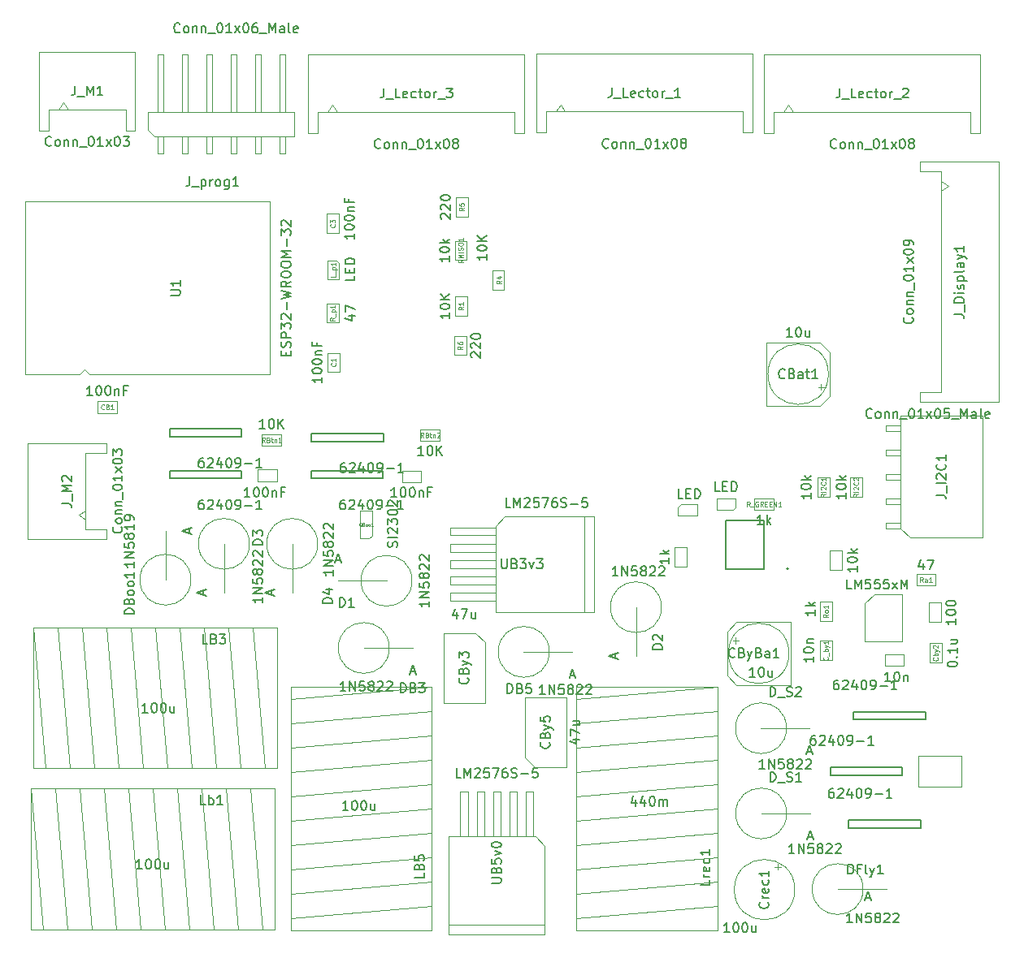
<source format=gbr>
%TF.GenerationSoftware,KiCad,Pcbnew,(6.0.4)*%
%TF.CreationDate,2022-05-20T17:10:54-05:00*%
%TF.ProjectId,Easyrun,45617379-7275-46e2-9e6b-696361645f70,rev?*%
%TF.SameCoordinates,Original*%
%TF.FileFunction,AssemblyDrawing,Top*%
%FSLAX46Y46*%
G04 Gerber Fmt 4.6, Leading zero omitted, Abs format (unit mm)*
G04 Created by KiCad (PCBNEW (6.0.4)) date 2022-05-20 17:10:54*
%MOMM*%
%LPD*%
G01*
G04 APERTURE LIST*
%ADD10C,0.150000*%
%ADD11C,0.080000*%
%ADD12C,0.050000*%
%ADD13C,0.100000*%
%ADD14C,0.127000*%
%ADD15C,0.200000*%
G04 APERTURE END LIST*
D10*
%TO.C,J_Lector_2*%
X187025904Y-60092642D02*
X186978285Y-60140261D01*
X186835428Y-60187880D01*
X186740190Y-60187880D01*
X186597333Y-60140261D01*
X186502095Y-60045023D01*
X186454476Y-59949785D01*
X186406857Y-59759309D01*
X186406857Y-59616452D01*
X186454476Y-59425976D01*
X186502095Y-59330738D01*
X186597333Y-59235500D01*
X186740190Y-59187880D01*
X186835428Y-59187880D01*
X186978285Y-59235500D01*
X187025904Y-59283119D01*
X187597333Y-60187880D02*
X187502095Y-60140261D01*
X187454476Y-60092642D01*
X187406857Y-59997404D01*
X187406857Y-59711690D01*
X187454476Y-59616452D01*
X187502095Y-59568833D01*
X187597333Y-59521214D01*
X187740190Y-59521214D01*
X187835428Y-59568833D01*
X187883047Y-59616452D01*
X187930666Y-59711690D01*
X187930666Y-59997404D01*
X187883047Y-60092642D01*
X187835428Y-60140261D01*
X187740190Y-60187880D01*
X187597333Y-60187880D01*
X188359238Y-59521214D02*
X188359238Y-60187880D01*
X188359238Y-59616452D02*
X188406857Y-59568833D01*
X188502095Y-59521214D01*
X188644952Y-59521214D01*
X188740190Y-59568833D01*
X188787809Y-59664071D01*
X188787809Y-60187880D01*
X189264000Y-59521214D02*
X189264000Y-60187880D01*
X189264000Y-59616452D02*
X189311619Y-59568833D01*
X189406857Y-59521214D01*
X189549714Y-59521214D01*
X189644952Y-59568833D01*
X189692571Y-59664071D01*
X189692571Y-60187880D01*
X189930666Y-60283119D02*
X190692571Y-60283119D01*
X191121142Y-59187880D02*
X191216380Y-59187880D01*
X191311619Y-59235500D01*
X191359238Y-59283119D01*
X191406857Y-59378357D01*
X191454476Y-59568833D01*
X191454476Y-59806928D01*
X191406857Y-59997404D01*
X191359238Y-60092642D01*
X191311619Y-60140261D01*
X191216380Y-60187880D01*
X191121142Y-60187880D01*
X191025904Y-60140261D01*
X190978285Y-60092642D01*
X190930666Y-59997404D01*
X190883047Y-59806928D01*
X190883047Y-59568833D01*
X190930666Y-59378357D01*
X190978285Y-59283119D01*
X191025904Y-59235500D01*
X191121142Y-59187880D01*
X192406857Y-60187880D02*
X191835428Y-60187880D01*
X192121142Y-60187880D02*
X192121142Y-59187880D01*
X192025904Y-59330738D01*
X191930666Y-59425976D01*
X191835428Y-59473595D01*
X192740190Y-60187880D02*
X193264000Y-59521214D01*
X192740190Y-59521214D02*
X193264000Y-60187880D01*
X193835428Y-59187880D02*
X193930666Y-59187880D01*
X194025904Y-59235500D01*
X194073523Y-59283119D01*
X194121142Y-59378357D01*
X194168761Y-59568833D01*
X194168761Y-59806928D01*
X194121142Y-59997404D01*
X194073523Y-60092642D01*
X194025904Y-60140261D01*
X193930666Y-60187880D01*
X193835428Y-60187880D01*
X193740190Y-60140261D01*
X193692571Y-60092642D01*
X193644952Y-59997404D01*
X193597333Y-59806928D01*
X193597333Y-59568833D01*
X193644952Y-59378357D01*
X193692571Y-59283119D01*
X193740190Y-59235500D01*
X193835428Y-59187880D01*
X194740190Y-59616452D02*
X194644952Y-59568833D01*
X194597333Y-59521214D01*
X194549714Y-59425976D01*
X194549714Y-59378357D01*
X194597333Y-59283119D01*
X194644952Y-59235500D01*
X194740190Y-59187880D01*
X194930666Y-59187880D01*
X195025904Y-59235500D01*
X195073523Y-59283119D01*
X195121142Y-59378357D01*
X195121142Y-59425976D01*
X195073523Y-59521214D01*
X195025904Y-59568833D01*
X194930666Y-59616452D01*
X194740190Y-59616452D01*
X194644952Y-59664071D01*
X194597333Y-59711690D01*
X194549714Y-59806928D01*
X194549714Y-59997404D01*
X194597333Y-60092642D01*
X194644952Y-60140261D01*
X194740190Y-60187880D01*
X194930666Y-60187880D01*
X195025904Y-60140261D01*
X195073523Y-60092642D01*
X195121142Y-59997404D01*
X195121142Y-59806928D01*
X195073523Y-59711690D01*
X195025904Y-59664071D01*
X194930666Y-59616452D01*
X187359238Y-53887880D02*
X187359238Y-54602166D01*
X187311619Y-54745023D01*
X187216380Y-54840261D01*
X187073523Y-54887880D01*
X186978285Y-54887880D01*
X187597333Y-54983119D02*
X188359238Y-54983119D01*
X189073523Y-54887880D02*
X188597333Y-54887880D01*
X188597333Y-53887880D01*
X189787809Y-54840261D02*
X189692571Y-54887880D01*
X189502095Y-54887880D01*
X189406857Y-54840261D01*
X189359238Y-54745023D01*
X189359238Y-54364071D01*
X189406857Y-54268833D01*
X189502095Y-54221214D01*
X189692571Y-54221214D01*
X189787809Y-54268833D01*
X189835428Y-54364071D01*
X189835428Y-54459309D01*
X189359238Y-54554547D01*
X190692571Y-54840261D02*
X190597333Y-54887880D01*
X190406857Y-54887880D01*
X190311619Y-54840261D01*
X190264000Y-54792642D01*
X190216380Y-54697404D01*
X190216380Y-54411690D01*
X190264000Y-54316452D01*
X190311619Y-54268833D01*
X190406857Y-54221214D01*
X190597333Y-54221214D01*
X190692571Y-54268833D01*
X190978285Y-54221214D02*
X191359238Y-54221214D01*
X191121142Y-53887880D02*
X191121142Y-54745023D01*
X191168761Y-54840261D01*
X191264000Y-54887880D01*
X191359238Y-54887880D01*
X191835428Y-54887880D02*
X191740190Y-54840261D01*
X191692571Y-54792642D01*
X191644952Y-54697404D01*
X191644952Y-54411690D01*
X191692571Y-54316452D01*
X191740190Y-54268833D01*
X191835428Y-54221214D01*
X191978285Y-54221214D01*
X192073523Y-54268833D01*
X192121142Y-54316452D01*
X192168761Y-54411690D01*
X192168761Y-54697404D01*
X192121142Y-54792642D01*
X192073523Y-54840261D01*
X191978285Y-54887880D01*
X191835428Y-54887880D01*
X192597333Y-54887880D02*
X192597333Y-54221214D01*
X192597333Y-54411690D02*
X192644952Y-54316452D01*
X192692571Y-54268833D01*
X192787809Y-54221214D01*
X192883047Y-54221214D01*
X192978285Y-54983119D02*
X193740190Y-54983119D01*
X193930666Y-53983119D02*
X193978285Y-53935500D01*
X194073523Y-53887880D01*
X194311619Y-53887880D01*
X194406857Y-53935500D01*
X194454476Y-53983119D01*
X194502095Y-54078357D01*
X194502095Y-54173595D01*
X194454476Y-54316452D01*
X193883047Y-54887880D01*
X194502095Y-54887880D01*
%TO.C,D1*%
X144581980Y-107395057D02*
X144581980Y-107966485D01*
X144581980Y-107680771D02*
X143581980Y-107680771D01*
X143724838Y-107776009D01*
X143820076Y-107871247D01*
X143867695Y-107966485D01*
X144581980Y-106966485D02*
X143581980Y-106966485D01*
X144581980Y-106395057D01*
X143581980Y-106395057D01*
X143581980Y-105442676D02*
X143581980Y-105918866D01*
X144058171Y-105966485D01*
X144010552Y-105918866D01*
X143962933Y-105823628D01*
X143962933Y-105585533D01*
X144010552Y-105490295D01*
X144058171Y-105442676D01*
X144153409Y-105395057D01*
X144391504Y-105395057D01*
X144486742Y-105442676D01*
X144534361Y-105490295D01*
X144581980Y-105585533D01*
X144581980Y-105823628D01*
X144534361Y-105918866D01*
X144486742Y-105966485D01*
X144010552Y-104823628D02*
X143962933Y-104918866D01*
X143915314Y-104966485D01*
X143820076Y-105014104D01*
X143772457Y-105014104D01*
X143677219Y-104966485D01*
X143629600Y-104918866D01*
X143581980Y-104823628D01*
X143581980Y-104633152D01*
X143629600Y-104537914D01*
X143677219Y-104490295D01*
X143772457Y-104442676D01*
X143820076Y-104442676D01*
X143915314Y-104490295D01*
X143962933Y-104537914D01*
X144010552Y-104633152D01*
X144010552Y-104823628D01*
X144058171Y-104918866D01*
X144105790Y-104966485D01*
X144201028Y-105014104D01*
X144391504Y-105014104D01*
X144486742Y-104966485D01*
X144534361Y-104918866D01*
X144581980Y-104823628D01*
X144581980Y-104633152D01*
X144534361Y-104537914D01*
X144486742Y-104490295D01*
X144391504Y-104442676D01*
X144201028Y-104442676D01*
X144105790Y-104490295D01*
X144058171Y-104537914D01*
X144010552Y-104633152D01*
X143677219Y-104061723D02*
X143629600Y-104014104D01*
X143581980Y-103918866D01*
X143581980Y-103680771D01*
X143629600Y-103585533D01*
X143677219Y-103537914D01*
X143772457Y-103490295D01*
X143867695Y-103490295D01*
X144010552Y-103537914D01*
X144581980Y-104109342D01*
X144581980Y-103490295D01*
X143677219Y-103109342D02*
X143629600Y-103061723D01*
X143581980Y-102966485D01*
X143581980Y-102728390D01*
X143629600Y-102633152D01*
X143677219Y-102585533D01*
X143772457Y-102537914D01*
X143867695Y-102537914D01*
X144010552Y-102585533D01*
X144581980Y-103156961D01*
X144581980Y-102537914D01*
X134839504Y-103118866D02*
X135315695Y-103118866D01*
X134744266Y-103404580D02*
X135077600Y-102404580D01*
X135410933Y-103404580D01*
X135263504Y-107990580D02*
X135263504Y-106990580D01*
X135501600Y-106990580D01*
X135644457Y-107038200D01*
X135739695Y-107133438D01*
X135787314Y-107228676D01*
X135834933Y-107419152D01*
X135834933Y-107562009D01*
X135787314Y-107752485D01*
X135739695Y-107847723D01*
X135644457Y-107942961D01*
X135501600Y-107990580D01*
X135263504Y-107990580D01*
X136787314Y-107990580D02*
X136215885Y-107990580D01*
X136501600Y-107990580D02*
X136501600Y-106990580D01*
X136406361Y-107133438D01*
X136311123Y-107228676D01*
X136215885Y-107276295D01*
%TO.C,C1*%
X133412380Y-84030119D02*
X133412380Y-84601547D01*
X133412380Y-84315833D02*
X132412380Y-84315833D01*
X132555238Y-84411071D01*
X132650476Y-84506309D01*
X132698095Y-84601547D01*
X132412380Y-83411071D02*
X132412380Y-83315833D01*
X132460000Y-83220595D01*
X132507619Y-83172976D01*
X132602857Y-83125357D01*
X132793333Y-83077738D01*
X133031428Y-83077738D01*
X133221904Y-83125357D01*
X133317142Y-83172976D01*
X133364761Y-83220595D01*
X133412380Y-83315833D01*
X133412380Y-83411071D01*
X133364761Y-83506309D01*
X133317142Y-83553928D01*
X133221904Y-83601547D01*
X133031428Y-83649166D01*
X132793333Y-83649166D01*
X132602857Y-83601547D01*
X132507619Y-83553928D01*
X132460000Y-83506309D01*
X132412380Y-83411071D01*
X132412380Y-82458690D02*
X132412380Y-82363452D01*
X132460000Y-82268214D01*
X132507619Y-82220595D01*
X132602857Y-82172976D01*
X132793333Y-82125357D01*
X133031428Y-82125357D01*
X133221904Y-82172976D01*
X133317142Y-82220595D01*
X133364761Y-82268214D01*
X133412380Y-82363452D01*
X133412380Y-82458690D01*
X133364761Y-82553928D01*
X133317142Y-82601547D01*
X133221904Y-82649166D01*
X133031428Y-82696785D01*
X132793333Y-82696785D01*
X132602857Y-82649166D01*
X132507619Y-82601547D01*
X132460000Y-82553928D01*
X132412380Y-82458690D01*
X132745714Y-81696785D02*
X133412380Y-81696785D01*
X132840952Y-81696785D02*
X132793333Y-81649166D01*
X132745714Y-81553928D01*
X132745714Y-81411071D01*
X132793333Y-81315833D01*
X132888571Y-81268214D01*
X133412380Y-81268214D01*
X132888571Y-80458690D02*
X132888571Y-80792023D01*
X133412380Y-80792023D02*
X132412380Y-80792023D01*
X132412380Y-80315833D01*
D11*
X134818571Y-82565833D02*
X134842380Y-82589642D01*
X134866190Y-82661071D01*
X134866190Y-82708690D01*
X134842380Y-82780119D01*
X134794761Y-82827738D01*
X134747142Y-82851547D01*
X134651904Y-82875357D01*
X134580476Y-82875357D01*
X134485238Y-82851547D01*
X134437619Y-82827738D01*
X134390000Y-82780119D01*
X134366190Y-82708690D01*
X134366190Y-82661071D01*
X134390000Y-82589642D01*
X134413809Y-82565833D01*
X134866190Y-82089642D02*
X134866190Y-82375357D01*
X134866190Y-82232500D02*
X134366190Y-82232500D01*
X134437619Y-82280119D01*
X134485238Y-82327738D01*
X134509047Y-82375357D01*
D10*
%TO.C,CB4*%
X141210380Y-96513380D02*
X140638952Y-96513380D01*
X140924666Y-96513380D02*
X140924666Y-95513380D01*
X140829428Y-95656238D01*
X140734190Y-95751476D01*
X140638952Y-95799095D01*
X141829428Y-95513380D02*
X141924666Y-95513380D01*
X142019904Y-95561000D01*
X142067523Y-95608619D01*
X142115142Y-95703857D01*
X142162761Y-95894333D01*
X142162761Y-96132428D01*
X142115142Y-96322904D01*
X142067523Y-96418142D01*
X142019904Y-96465761D01*
X141924666Y-96513380D01*
X141829428Y-96513380D01*
X141734190Y-96465761D01*
X141686571Y-96418142D01*
X141638952Y-96322904D01*
X141591333Y-96132428D01*
X141591333Y-95894333D01*
X141638952Y-95703857D01*
X141686571Y-95608619D01*
X141734190Y-95561000D01*
X141829428Y-95513380D01*
X142781809Y-95513380D02*
X142877047Y-95513380D01*
X142972285Y-95561000D01*
X143019904Y-95608619D01*
X143067523Y-95703857D01*
X143115142Y-95894333D01*
X143115142Y-96132428D01*
X143067523Y-96322904D01*
X143019904Y-96418142D01*
X142972285Y-96465761D01*
X142877047Y-96513380D01*
X142781809Y-96513380D01*
X142686571Y-96465761D01*
X142638952Y-96418142D01*
X142591333Y-96322904D01*
X142543714Y-96132428D01*
X142543714Y-95894333D01*
X142591333Y-95703857D01*
X142638952Y-95608619D01*
X142686571Y-95561000D01*
X142781809Y-95513380D01*
X143543714Y-95846714D02*
X143543714Y-96513380D01*
X143543714Y-95941952D02*
X143591333Y-95894333D01*
X143686571Y-95846714D01*
X143829428Y-95846714D01*
X143924666Y-95894333D01*
X143972285Y-95989571D01*
X143972285Y-96513380D01*
X144781809Y-95989571D02*
X144448476Y-95989571D01*
X144448476Y-96513380D02*
X144448476Y-95513380D01*
X144924666Y-95513380D01*
%TO.C,CB1*%
X109517380Y-85917380D02*
X108945952Y-85917380D01*
X109231666Y-85917380D02*
X109231666Y-84917380D01*
X109136428Y-85060238D01*
X109041190Y-85155476D01*
X108945952Y-85203095D01*
X110136428Y-84917380D02*
X110231666Y-84917380D01*
X110326904Y-84965000D01*
X110374523Y-85012619D01*
X110422142Y-85107857D01*
X110469761Y-85298333D01*
X110469761Y-85536428D01*
X110422142Y-85726904D01*
X110374523Y-85822142D01*
X110326904Y-85869761D01*
X110231666Y-85917380D01*
X110136428Y-85917380D01*
X110041190Y-85869761D01*
X109993571Y-85822142D01*
X109945952Y-85726904D01*
X109898333Y-85536428D01*
X109898333Y-85298333D01*
X109945952Y-85107857D01*
X109993571Y-85012619D01*
X110041190Y-84965000D01*
X110136428Y-84917380D01*
X111088809Y-84917380D02*
X111184047Y-84917380D01*
X111279285Y-84965000D01*
X111326904Y-85012619D01*
X111374523Y-85107857D01*
X111422142Y-85298333D01*
X111422142Y-85536428D01*
X111374523Y-85726904D01*
X111326904Y-85822142D01*
X111279285Y-85869761D01*
X111184047Y-85917380D01*
X111088809Y-85917380D01*
X110993571Y-85869761D01*
X110945952Y-85822142D01*
X110898333Y-85726904D01*
X110850714Y-85536428D01*
X110850714Y-85298333D01*
X110898333Y-85107857D01*
X110945952Y-85012619D01*
X110993571Y-84965000D01*
X111088809Y-84917380D01*
X111850714Y-85250714D02*
X111850714Y-85917380D01*
X111850714Y-85345952D02*
X111898333Y-85298333D01*
X111993571Y-85250714D01*
X112136428Y-85250714D01*
X112231666Y-85298333D01*
X112279285Y-85393571D01*
X112279285Y-85917380D01*
X113088809Y-85393571D02*
X112755476Y-85393571D01*
X112755476Y-85917380D02*
X112755476Y-84917380D01*
X113231666Y-84917380D01*
D11*
X110731666Y-87323571D02*
X110707857Y-87347380D01*
X110636428Y-87371190D01*
X110588809Y-87371190D01*
X110517380Y-87347380D01*
X110469761Y-87299761D01*
X110445952Y-87252142D01*
X110422142Y-87156904D01*
X110422142Y-87085476D01*
X110445952Y-86990238D01*
X110469761Y-86942619D01*
X110517380Y-86895000D01*
X110588809Y-86871190D01*
X110636428Y-86871190D01*
X110707857Y-86895000D01*
X110731666Y-86918809D01*
X111112619Y-87109285D02*
X111184047Y-87133095D01*
X111207857Y-87156904D01*
X111231666Y-87204523D01*
X111231666Y-87275952D01*
X111207857Y-87323571D01*
X111184047Y-87347380D01*
X111136428Y-87371190D01*
X110945952Y-87371190D01*
X110945952Y-86871190D01*
X111112619Y-86871190D01*
X111160238Y-86895000D01*
X111184047Y-86918809D01*
X111207857Y-86966428D01*
X111207857Y-87014047D01*
X111184047Y-87061666D01*
X111160238Y-87085476D01*
X111112619Y-87109285D01*
X110945952Y-87109285D01*
X111707857Y-87371190D02*
X111422142Y-87371190D01*
X111565000Y-87371190D02*
X111565000Y-86871190D01*
X111517380Y-86942619D01*
X111469761Y-86990238D01*
X111422142Y-87014047D01*
D10*
%TO.C,J_Lector_1*%
X163276904Y-60054642D02*
X163229285Y-60102261D01*
X163086428Y-60149880D01*
X162991190Y-60149880D01*
X162848333Y-60102261D01*
X162753095Y-60007023D01*
X162705476Y-59911785D01*
X162657857Y-59721309D01*
X162657857Y-59578452D01*
X162705476Y-59387976D01*
X162753095Y-59292738D01*
X162848333Y-59197500D01*
X162991190Y-59149880D01*
X163086428Y-59149880D01*
X163229285Y-59197500D01*
X163276904Y-59245119D01*
X163848333Y-60149880D02*
X163753095Y-60102261D01*
X163705476Y-60054642D01*
X163657857Y-59959404D01*
X163657857Y-59673690D01*
X163705476Y-59578452D01*
X163753095Y-59530833D01*
X163848333Y-59483214D01*
X163991190Y-59483214D01*
X164086428Y-59530833D01*
X164134047Y-59578452D01*
X164181666Y-59673690D01*
X164181666Y-59959404D01*
X164134047Y-60054642D01*
X164086428Y-60102261D01*
X163991190Y-60149880D01*
X163848333Y-60149880D01*
X164610238Y-59483214D02*
X164610238Y-60149880D01*
X164610238Y-59578452D02*
X164657857Y-59530833D01*
X164753095Y-59483214D01*
X164895952Y-59483214D01*
X164991190Y-59530833D01*
X165038809Y-59626071D01*
X165038809Y-60149880D01*
X165515000Y-59483214D02*
X165515000Y-60149880D01*
X165515000Y-59578452D02*
X165562619Y-59530833D01*
X165657857Y-59483214D01*
X165800714Y-59483214D01*
X165895952Y-59530833D01*
X165943571Y-59626071D01*
X165943571Y-60149880D01*
X166181666Y-60245119D02*
X166943571Y-60245119D01*
X167372142Y-59149880D02*
X167467380Y-59149880D01*
X167562619Y-59197500D01*
X167610238Y-59245119D01*
X167657857Y-59340357D01*
X167705476Y-59530833D01*
X167705476Y-59768928D01*
X167657857Y-59959404D01*
X167610238Y-60054642D01*
X167562619Y-60102261D01*
X167467380Y-60149880D01*
X167372142Y-60149880D01*
X167276904Y-60102261D01*
X167229285Y-60054642D01*
X167181666Y-59959404D01*
X167134047Y-59768928D01*
X167134047Y-59530833D01*
X167181666Y-59340357D01*
X167229285Y-59245119D01*
X167276904Y-59197500D01*
X167372142Y-59149880D01*
X168657857Y-60149880D02*
X168086428Y-60149880D01*
X168372142Y-60149880D02*
X168372142Y-59149880D01*
X168276904Y-59292738D01*
X168181666Y-59387976D01*
X168086428Y-59435595D01*
X168991190Y-60149880D02*
X169515000Y-59483214D01*
X168991190Y-59483214D02*
X169515000Y-60149880D01*
X170086428Y-59149880D02*
X170181666Y-59149880D01*
X170276904Y-59197500D01*
X170324523Y-59245119D01*
X170372142Y-59340357D01*
X170419761Y-59530833D01*
X170419761Y-59768928D01*
X170372142Y-59959404D01*
X170324523Y-60054642D01*
X170276904Y-60102261D01*
X170181666Y-60149880D01*
X170086428Y-60149880D01*
X169991190Y-60102261D01*
X169943571Y-60054642D01*
X169895952Y-59959404D01*
X169848333Y-59768928D01*
X169848333Y-59530833D01*
X169895952Y-59340357D01*
X169943571Y-59245119D01*
X169991190Y-59197500D01*
X170086428Y-59149880D01*
X170991190Y-59578452D02*
X170895952Y-59530833D01*
X170848333Y-59483214D01*
X170800714Y-59387976D01*
X170800714Y-59340357D01*
X170848333Y-59245119D01*
X170895952Y-59197500D01*
X170991190Y-59149880D01*
X171181666Y-59149880D01*
X171276904Y-59197500D01*
X171324523Y-59245119D01*
X171372142Y-59340357D01*
X171372142Y-59387976D01*
X171324523Y-59483214D01*
X171276904Y-59530833D01*
X171181666Y-59578452D01*
X170991190Y-59578452D01*
X170895952Y-59626071D01*
X170848333Y-59673690D01*
X170800714Y-59768928D01*
X170800714Y-59959404D01*
X170848333Y-60054642D01*
X170895952Y-60102261D01*
X170991190Y-60149880D01*
X171181666Y-60149880D01*
X171276904Y-60102261D01*
X171324523Y-60054642D01*
X171372142Y-59959404D01*
X171372142Y-59768928D01*
X171324523Y-59673690D01*
X171276904Y-59626071D01*
X171181666Y-59578452D01*
X163610238Y-53849880D02*
X163610238Y-54564166D01*
X163562619Y-54707023D01*
X163467380Y-54802261D01*
X163324523Y-54849880D01*
X163229285Y-54849880D01*
X163848333Y-54945119D02*
X164610238Y-54945119D01*
X165324523Y-54849880D02*
X164848333Y-54849880D01*
X164848333Y-53849880D01*
X166038809Y-54802261D02*
X165943571Y-54849880D01*
X165753095Y-54849880D01*
X165657857Y-54802261D01*
X165610238Y-54707023D01*
X165610238Y-54326071D01*
X165657857Y-54230833D01*
X165753095Y-54183214D01*
X165943571Y-54183214D01*
X166038809Y-54230833D01*
X166086428Y-54326071D01*
X166086428Y-54421309D01*
X165610238Y-54516547D01*
X166943571Y-54802261D02*
X166848333Y-54849880D01*
X166657857Y-54849880D01*
X166562619Y-54802261D01*
X166515000Y-54754642D01*
X166467380Y-54659404D01*
X166467380Y-54373690D01*
X166515000Y-54278452D01*
X166562619Y-54230833D01*
X166657857Y-54183214D01*
X166848333Y-54183214D01*
X166943571Y-54230833D01*
X167229285Y-54183214D02*
X167610238Y-54183214D01*
X167372142Y-53849880D02*
X167372142Y-54707023D01*
X167419761Y-54802261D01*
X167515000Y-54849880D01*
X167610238Y-54849880D01*
X168086428Y-54849880D02*
X167991190Y-54802261D01*
X167943571Y-54754642D01*
X167895952Y-54659404D01*
X167895952Y-54373690D01*
X167943571Y-54278452D01*
X167991190Y-54230833D01*
X168086428Y-54183214D01*
X168229285Y-54183214D01*
X168324523Y-54230833D01*
X168372142Y-54278452D01*
X168419761Y-54373690D01*
X168419761Y-54659404D01*
X168372142Y-54754642D01*
X168324523Y-54802261D01*
X168229285Y-54849880D01*
X168086428Y-54849880D01*
X168848333Y-54849880D02*
X168848333Y-54183214D01*
X168848333Y-54373690D02*
X168895952Y-54278452D01*
X168943571Y-54230833D01*
X169038809Y-54183214D01*
X169134047Y-54183214D01*
X169229285Y-54945119D02*
X169991190Y-54945119D01*
X170753095Y-54849880D02*
X170181666Y-54849880D01*
X170467380Y-54849880D02*
X170467380Y-53849880D01*
X170372142Y-53992738D01*
X170276904Y-54087976D01*
X170181666Y-54135595D01*
%TO.C,DFly1*%
X188662342Y-140908980D02*
X188090914Y-140908980D01*
X188376628Y-140908980D02*
X188376628Y-139908980D01*
X188281390Y-140051838D01*
X188186152Y-140147076D01*
X188090914Y-140194695D01*
X189090914Y-140908980D02*
X189090914Y-139908980D01*
X189662342Y-140908980D01*
X189662342Y-139908980D01*
X190614723Y-139908980D02*
X190138533Y-139908980D01*
X190090914Y-140385171D01*
X190138533Y-140337552D01*
X190233771Y-140289933D01*
X190471866Y-140289933D01*
X190567104Y-140337552D01*
X190614723Y-140385171D01*
X190662342Y-140480409D01*
X190662342Y-140718504D01*
X190614723Y-140813742D01*
X190567104Y-140861361D01*
X190471866Y-140908980D01*
X190233771Y-140908980D01*
X190138533Y-140861361D01*
X190090914Y-140813742D01*
X191233771Y-140337552D02*
X191138533Y-140289933D01*
X191090914Y-140242314D01*
X191043295Y-140147076D01*
X191043295Y-140099457D01*
X191090914Y-140004219D01*
X191138533Y-139956600D01*
X191233771Y-139908980D01*
X191424247Y-139908980D01*
X191519485Y-139956600D01*
X191567104Y-140004219D01*
X191614723Y-140099457D01*
X191614723Y-140147076D01*
X191567104Y-140242314D01*
X191519485Y-140289933D01*
X191424247Y-140337552D01*
X191233771Y-140337552D01*
X191138533Y-140385171D01*
X191090914Y-140432790D01*
X191043295Y-140528028D01*
X191043295Y-140718504D01*
X191090914Y-140813742D01*
X191138533Y-140861361D01*
X191233771Y-140908980D01*
X191424247Y-140908980D01*
X191519485Y-140861361D01*
X191567104Y-140813742D01*
X191614723Y-140718504D01*
X191614723Y-140528028D01*
X191567104Y-140432790D01*
X191519485Y-140385171D01*
X191424247Y-140337552D01*
X191995676Y-140004219D02*
X192043295Y-139956600D01*
X192138533Y-139908980D01*
X192376628Y-139908980D01*
X192471866Y-139956600D01*
X192519485Y-140004219D01*
X192567104Y-140099457D01*
X192567104Y-140194695D01*
X192519485Y-140337552D01*
X191948057Y-140908980D01*
X192567104Y-140908980D01*
X192948057Y-140004219D02*
X192995676Y-139956600D01*
X193090914Y-139908980D01*
X193329009Y-139908980D01*
X193424247Y-139956600D01*
X193471866Y-140004219D01*
X193519485Y-140099457D01*
X193519485Y-140194695D01*
X193471866Y-140337552D01*
X192900438Y-140908980D01*
X193519485Y-140908980D01*
X188233676Y-135828980D02*
X188233676Y-134828980D01*
X188471771Y-134828980D01*
X188614628Y-134876600D01*
X188709866Y-134971838D01*
X188757485Y-135067076D01*
X188805104Y-135257552D01*
X188805104Y-135400409D01*
X188757485Y-135590885D01*
X188709866Y-135686123D01*
X188614628Y-135781361D01*
X188471771Y-135828980D01*
X188233676Y-135828980D01*
X189567009Y-135305171D02*
X189233676Y-135305171D01*
X189233676Y-135828980D02*
X189233676Y-134828980D01*
X189709866Y-134828980D01*
X190233676Y-135828980D02*
X190138438Y-135781361D01*
X190090819Y-135686123D01*
X190090819Y-134828980D01*
X190519390Y-135162314D02*
X190757485Y-135828980D01*
X190995580Y-135162314D02*
X190757485Y-135828980D01*
X190662247Y-136067076D01*
X190614628Y-136114695D01*
X190519390Y-136162314D01*
X191900342Y-135828980D02*
X191328914Y-135828980D01*
X191614628Y-135828980D02*
X191614628Y-134828980D01*
X191519390Y-134971838D01*
X191424152Y-135067076D01*
X191328914Y-135114695D01*
X190059104Y-138337266D02*
X190535295Y-138337266D01*
X189963866Y-138622980D02*
X190297200Y-137622980D01*
X190630533Y-138622980D01*
%TO.C,Ra1*%
X196066285Y-103412314D02*
X196066285Y-104078980D01*
X195828190Y-103031361D02*
X195590095Y-103745647D01*
X196209142Y-103745647D01*
X196494857Y-103078980D02*
X197161523Y-103078980D01*
X196732952Y-104078980D01*
D11*
X196042476Y-105376790D02*
X195875809Y-105138695D01*
X195756761Y-105376790D02*
X195756761Y-104876790D01*
X195947238Y-104876790D01*
X195994857Y-104900600D01*
X196018666Y-104924409D01*
X196042476Y-104972028D01*
X196042476Y-105043457D01*
X196018666Y-105091076D01*
X195994857Y-105114885D01*
X195947238Y-105138695D01*
X195756761Y-105138695D01*
X196471047Y-105376790D02*
X196471047Y-105114885D01*
X196447238Y-105067266D01*
X196399619Y-105043457D01*
X196304380Y-105043457D01*
X196256761Y-105067266D01*
X196471047Y-105352980D02*
X196423428Y-105376790D01*
X196304380Y-105376790D01*
X196256761Y-105352980D01*
X196232952Y-105305361D01*
X196232952Y-105257742D01*
X196256761Y-105210123D01*
X196304380Y-105186314D01*
X196423428Y-105186314D01*
X196471047Y-105162504D01*
X196971047Y-105376790D02*
X196685333Y-105376790D01*
X196828190Y-105376790D02*
X196828190Y-104876790D01*
X196780571Y-104948219D01*
X196732952Y-104995838D01*
X196685333Y-105019647D01*
D10*
%TO.C,CBy3*%
X147506304Y-108543114D02*
X147506304Y-109209780D01*
X147268209Y-108162161D02*
X147030114Y-108876447D01*
X147649161Y-108876447D01*
X147934876Y-108209780D02*
X148601542Y-108209780D01*
X148172971Y-109209780D01*
X149411066Y-108543114D02*
X149411066Y-109209780D01*
X148982495Y-108543114D02*
X148982495Y-109066923D01*
X149030114Y-109162161D01*
X149125352Y-109209780D01*
X149268209Y-109209780D01*
X149363447Y-109162161D01*
X149411066Y-109114542D01*
X148601542Y-115393019D02*
X148649161Y-115440638D01*
X148696780Y-115583495D01*
X148696780Y-115678733D01*
X148649161Y-115821590D01*
X148553923Y-115916828D01*
X148458685Y-115964447D01*
X148268209Y-116012066D01*
X148125352Y-116012066D01*
X147934876Y-115964447D01*
X147839638Y-115916828D01*
X147744400Y-115821590D01*
X147696780Y-115678733D01*
X147696780Y-115583495D01*
X147744400Y-115440638D01*
X147792019Y-115393019D01*
X148172971Y-114631114D02*
X148220590Y-114488257D01*
X148268209Y-114440638D01*
X148363447Y-114393019D01*
X148506304Y-114393019D01*
X148601542Y-114440638D01*
X148649161Y-114488257D01*
X148696780Y-114583495D01*
X148696780Y-114964447D01*
X147696780Y-114964447D01*
X147696780Y-114631114D01*
X147744400Y-114535876D01*
X147792019Y-114488257D01*
X147887257Y-114440638D01*
X147982495Y-114440638D01*
X148077733Y-114488257D01*
X148125352Y-114535876D01*
X148172971Y-114631114D01*
X148172971Y-114964447D01*
X148030114Y-114059685D02*
X148696780Y-113821590D01*
X148030114Y-113583495D02*
X148696780Y-113821590D01*
X148934876Y-113916828D01*
X148982495Y-113964447D01*
X149030114Y-114059685D01*
X147696780Y-113297780D02*
X147696780Y-112678733D01*
X148077733Y-113012066D01*
X148077733Y-112869209D01*
X148125352Y-112773971D01*
X148172971Y-112726352D01*
X148268209Y-112678733D01*
X148506304Y-112678733D01*
X148601542Y-112726352D01*
X148649161Y-112773971D01*
X148696780Y-112869209D01*
X148696780Y-113154923D01*
X148649161Y-113250161D01*
X148601542Y-113297780D01*
%TO.C,C3*%
X136767380Y-69042619D02*
X136767380Y-69614047D01*
X136767380Y-69328333D02*
X135767380Y-69328333D01*
X135910238Y-69423571D01*
X136005476Y-69518809D01*
X136053095Y-69614047D01*
X135767380Y-68423571D02*
X135767380Y-68328333D01*
X135815000Y-68233095D01*
X135862619Y-68185476D01*
X135957857Y-68137857D01*
X136148333Y-68090238D01*
X136386428Y-68090238D01*
X136576904Y-68137857D01*
X136672142Y-68185476D01*
X136719761Y-68233095D01*
X136767380Y-68328333D01*
X136767380Y-68423571D01*
X136719761Y-68518809D01*
X136672142Y-68566428D01*
X136576904Y-68614047D01*
X136386428Y-68661666D01*
X136148333Y-68661666D01*
X135957857Y-68614047D01*
X135862619Y-68566428D01*
X135815000Y-68518809D01*
X135767380Y-68423571D01*
X135767380Y-67471190D02*
X135767380Y-67375952D01*
X135815000Y-67280714D01*
X135862619Y-67233095D01*
X135957857Y-67185476D01*
X136148333Y-67137857D01*
X136386428Y-67137857D01*
X136576904Y-67185476D01*
X136672142Y-67233095D01*
X136719761Y-67280714D01*
X136767380Y-67375952D01*
X136767380Y-67471190D01*
X136719761Y-67566428D01*
X136672142Y-67614047D01*
X136576904Y-67661666D01*
X136386428Y-67709285D01*
X136148333Y-67709285D01*
X135957857Y-67661666D01*
X135862619Y-67614047D01*
X135815000Y-67566428D01*
X135767380Y-67471190D01*
X136100714Y-66709285D02*
X136767380Y-66709285D01*
X136195952Y-66709285D02*
X136148333Y-66661666D01*
X136100714Y-66566428D01*
X136100714Y-66423571D01*
X136148333Y-66328333D01*
X136243571Y-66280714D01*
X136767380Y-66280714D01*
X136243571Y-65471190D02*
X136243571Y-65804523D01*
X136767380Y-65804523D02*
X135767380Y-65804523D01*
X135767380Y-65328333D01*
D11*
X134743571Y-68078333D02*
X134767380Y-68102142D01*
X134791190Y-68173571D01*
X134791190Y-68221190D01*
X134767380Y-68292619D01*
X134719761Y-68340238D01*
X134672142Y-68364047D01*
X134576904Y-68387857D01*
X134505476Y-68387857D01*
X134410238Y-68364047D01*
X134362619Y-68340238D01*
X134315000Y-68292619D01*
X134291190Y-68221190D01*
X134291190Y-68173571D01*
X134315000Y-68102142D01*
X134338809Y-68078333D01*
X134291190Y-67911666D02*
X134291190Y-67602142D01*
X134481666Y-67768809D01*
X134481666Y-67697380D01*
X134505476Y-67649761D01*
X134529285Y-67625952D01*
X134576904Y-67602142D01*
X134695952Y-67602142D01*
X134743571Y-67625952D01*
X134767380Y-67649761D01*
X134791190Y-67697380D01*
X134791190Y-67840238D01*
X134767380Y-67887857D01*
X134743571Y-67911666D01*
D10*
%TO.C,J_gnd1*%
X184801758Y-121390211D02*
X184611171Y-121390211D01*
X184515877Y-121437858D01*
X184468230Y-121485505D01*
X184372936Y-121628445D01*
X184325290Y-121819032D01*
X184325290Y-122200207D01*
X184372936Y-122295501D01*
X184420583Y-122343147D01*
X184515877Y-122390794D01*
X184706464Y-122390794D01*
X184801758Y-122343147D01*
X184849405Y-122295501D01*
X184897051Y-122200207D01*
X184897051Y-121961973D01*
X184849405Y-121866679D01*
X184801758Y-121819032D01*
X184706464Y-121771386D01*
X184515877Y-121771386D01*
X184420583Y-121819032D01*
X184372936Y-121866679D01*
X184325290Y-121961973D01*
X185278226Y-121485505D02*
X185325873Y-121437858D01*
X185421166Y-121390211D01*
X185659400Y-121390211D01*
X185754694Y-121437858D01*
X185802341Y-121485505D01*
X185849988Y-121580798D01*
X185849988Y-121676092D01*
X185802341Y-121819032D01*
X185230579Y-122390794D01*
X185849988Y-122390794D01*
X186707630Y-121723739D02*
X186707630Y-122390794D01*
X186469396Y-121342564D02*
X186231162Y-122057267D01*
X186850571Y-122057267D01*
X187422332Y-121390211D02*
X187517626Y-121390211D01*
X187612920Y-121437858D01*
X187660566Y-121485505D01*
X187708213Y-121580798D01*
X187755860Y-121771386D01*
X187755860Y-122009620D01*
X187708213Y-122200207D01*
X187660566Y-122295501D01*
X187612920Y-122343147D01*
X187517626Y-122390794D01*
X187422332Y-122390794D01*
X187327039Y-122343147D01*
X187279392Y-122295501D01*
X187231745Y-122200207D01*
X187184098Y-122009620D01*
X187184098Y-121771386D01*
X187231745Y-121580798D01*
X187279392Y-121485505D01*
X187327039Y-121437858D01*
X187422332Y-121390211D01*
X188232328Y-122390794D02*
X188422915Y-122390794D01*
X188518209Y-122343147D01*
X188565856Y-122295501D01*
X188661149Y-122152560D01*
X188708796Y-121961973D01*
X188708796Y-121580798D01*
X188661149Y-121485505D01*
X188613503Y-121437858D01*
X188518209Y-121390211D01*
X188327622Y-121390211D01*
X188232328Y-121437858D01*
X188184681Y-121485505D01*
X188137034Y-121580798D01*
X188137034Y-121819032D01*
X188184681Y-121914326D01*
X188232328Y-121961973D01*
X188327622Y-122009620D01*
X188518209Y-122009620D01*
X188613503Y-121961973D01*
X188661149Y-121914326D01*
X188708796Y-121819032D01*
X189137617Y-122009620D02*
X189899966Y-122009620D01*
X190900549Y-122390794D02*
X190328788Y-122390794D01*
X190614669Y-122390794D02*
X190614669Y-121390211D01*
X190519375Y-121533152D01*
X190424081Y-121628445D01*
X190328788Y-121676092D01*
%TO.C,LB3*%
X115280952Y-119002380D02*
X114709523Y-119002380D01*
X114995238Y-119002380D02*
X114995238Y-118002380D01*
X114900000Y-118145238D01*
X114804761Y-118240476D01*
X114709523Y-118288095D01*
X115900000Y-118002380D02*
X115995238Y-118002380D01*
X116090476Y-118050000D01*
X116138095Y-118097619D01*
X116185714Y-118192857D01*
X116233333Y-118383333D01*
X116233333Y-118621428D01*
X116185714Y-118811904D01*
X116138095Y-118907142D01*
X116090476Y-118954761D01*
X115995238Y-119002380D01*
X115900000Y-119002380D01*
X115804761Y-118954761D01*
X115757142Y-118907142D01*
X115709523Y-118811904D01*
X115661904Y-118621428D01*
X115661904Y-118383333D01*
X115709523Y-118192857D01*
X115757142Y-118097619D01*
X115804761Y-118050000D01*
X115900000Y-118002380D01*
X116852380Y-118002380D02*
X116947619Y-118002380D01*
X117042857Y-118050000D01*
X117090476Y-118097619D01*
X117138095Y-118192857D01*
X117185714Y-118383333D01*
X117185714Y-118621428D01*
X117138095Y-118811904D01*
X117090476Y-118907142D01*
X117042857Y-118954761D01*
X116947619Y-119002380D01*
X116852380Y-119002380D01*
X116757142Y-118954761D01*
X116709523Y-118907142D01*
X116661904Y-118811904D01*
X116614285Y-118621428D01*
X116614285Y-118383333D01*
X116661904Y-118192857D01*
X116709523Y-118097619D01*
X116757142Y-118050000D01*
X116852380Y-118002380D01*
X118042857Y-118335714D02*
X118042857Y-119002380D01*
X117614285Y-118335714D02*
X117614285Y-118859523D01*
X117661904Y-118954761D01*
X117757142Y-119002380D01*
X117900000Y-119002380D01*
X117995238Y-118954761D01*
X118042857Y-118907142D01*
X121508333Y-111827380D02*
X121032142Y-111827380D01*
X121032142Y-110827380D01*
X122175000Y-111303571D02*
X122317857Y-111351190D01*
X122365476Y-111398809D01*
X122413095Y-111494047D01*
X122413095Y-111636904D01*
X122365476Y-111732142D01*
X122317857Y-111779761D01*
X122222619Y-111827380D01*
X121841666Y-111827380D01*
X121841666Y-110827380D01*
X122175000Y-110827380D01*
X122270238Y-110875000D01*
X122317857Y-110922619D01*
X122365476Y-111017857D01*
X122365476Y-111113095D01*
X122317857Y-111208333D01*
X122270238Y-111255952D01*
X122175000Y-111303571D01*
X121841666Y-111303571D01*
X122746428Y-110827380D02*
X123365476Y-110827380D01*
X123032142Y-111208333D01*
X123175000Y-111208333D01*
X123270238Y-111255952D01*
X123317857Y-111303571D01*
X123365476Y-111398809D01*
X123365476Y-111636904D01*
X123317857Y-111732142D01*
X123270238Y-111779761D01*
X123175000Y-111827380D01*
X122889285Y-111827380D01*
X122794047Y-111779761D01*
X122746428Y-111732142D01*
%TO.C,Lb1*%
X114689952Y-135290380D02*
X114118523Y-135290380D01*
X114404238Y-135290380D02*
X114404238Y-134290380D01*
X114309000Y-134433238D01*
X114213761Y-134528476D01*
X114118523Y-134576095D01*
X115309000Y-134290380D02*
X115404238Y-134290380D01*
X115499476Y-134338000D01*
X115547095Y-134385619D01*
X115594714Y-134480857D01*
X115642333Y-134671333D01*
X115642333Y-134909428D01*
X115594714Y-135099904D01*
X115547095Y-135195142D01*
X115499476Y-135242761D01*
X115404238Y-135290380D01*
X115309000Y-135290380D01*
X115213761Y-135242761D01*
X115166142Y-135195142D01*
X115118523Y-135099904D01*
X115070904Y-134909428D01*
X115070904Y-134671333D01*
X115118523Y-134480857D01*
X115166142Y-134385619D01*
X115213761Y-134338000D01*
X115309000Y-134290380D01*
X116261380Y-134290380D02*
X116356619Y-134290380D01*
X116451857Y-134338000D01*
X116499476Y-134385619D01*
X116547095Y-134480857D01*
X116594714Y-134671333D01*
X116594714Y-134909428D01*
X116547095Y-135099904D01*
X116499476Y-135195142D01*
X116451857Y-135242761D01*
X116356619Y-135290380D01*
X116261380Y-135290380D01*
X116166142Y-135242761D01*
X116118523Y-135195142D01*
X116070904Y-135099904D01*
X116023285Y-134909428D01*
X116023285Y-134671333D01*
X116070904Y-134480857D01*
X116118523Y-134385619D01*
X116166142Y-134338000D01*
X116261380Y-134290380D01*
X117451857Y-134623714D02*
X117451857Y-135290380D01*
X117023285Y-134623714D02*
X117023285Y-135147523D01*
X117070904Y-135242761D01*
X117166142Y-135290380D01*
X117309000Y-135290380D01*
X117404238Y-135242761D01*
X117451857Y-135195142D01*
X121314952Y-128615380D02*
X120838761Y-128615380D01*
X120838761Y-127615380D01*
X121648285Y-128615380D02*
X121648285Y-127615380D01*
X121648285Y-127996333D02*
X121743523Y-127948714D01*
X121934000Y-127948714D01*
X122029238Y-127996333D01*
X122076857Y-128043952D01*
X122124476Y-128139190D01*
X122124476Y-128424904D01*
X122076857Y-128520142D01*
X122029238Y-128567761D01*
X121934000Y-128615380D01*
X121743523Y-128615380D01*
X121648285Y-128567761D01*
X123076857Y-128615380D02*
X122505428Y-128615380D01*
X122791142Y-128615380D02*
X122791142Y-127615380D01*
X122695904Y-127758238D01*
X122600666Y-127853476D01*
X122505428Y-127901095D01*
%TO.C,D3*%
X127228380Y-106971857D02*
X127228380Y-107543285D01*
X127228380Y-107257571D02*
X126228380Y-107257571D01*
X126371238Y-107352809D01*
X126466476Y-107448047D01*
X126514095Y-107543285D01*
X127228380Y-106543285D02*
X126228380Y-106543285D01*
X127228380Y-105971857D01*
X126228380Y-105971857D01*
X126228380Y-105019476D02*
X126228380Y-105495666D01*
X126704571Y-105543285D01*
X126656952Y-105495666D01*
X126609333Y-105400428D01*
X126609333Y-105162333D01*
X126656952Y-105067095D01*
X126704571Y-105019476D01*
X126799809Y-104971857D01*
X127037904Y-104971857D01*
X127133142Y-105019476D01*
X127180761Y-105067095D01*
X127228380Y-105162333D01*
X127228380Y-105400428D01*
X127180761Y-105495666D01*
X127133142Y-105543285D01*
X126656952Y-104400428D02*
X126609333Y-104495666D01*
X126561714Y-104543285D01*
X126466476Y-104590904D01*
X126418857Y-104590904D01*
X126323619Y-104543285D01*
X126276000Y-104495666D01*
X126228380Y-104400428D01*
X126228380Y-104209952D01*
X126276000Y-104114714D01*
X126323619Y-104067095D01*
X126418857Y-104019476D01*
X126466476Y-104019476D01*
X126561714Y-104067095D01*
X126609333Y-104114714D01*
X126656952Y-104209952D01*
X126656952Y-104400428D01*
X126704571Y-104495666D01*
X126752190Y-104543285D01*
X126847428Y-104590904D01*
X127037904Y-104590904D01*
X127133142Y-104543285D01*
X127180761Y-104495666D01*
X127228380Y-104400428D01*
X127228380Y-104209952D01*
X127180761Y-104114714D01*
X127133142Y-104067095D01*
X127037904Y-104019476D01*
X126847428Y-104019476D01*
X126752190Y-104067095D01*
X126704571Y-104114714D01*
X126656952Y-104209952D01*
X126323619Y-103638523D02*
X126276000Y-103590904D01*
X126228380Y-103495666D01*
X126228380Y-103257571D01*
X126276000Y-103162333D01*
X126323619Y-103114714D01*
X126418857Y-103067095D01*
X126514095Y-103067095D01*
X126656952Y-103114714D01*
X127228380Y-103686142D01*
X127228380Y-103067095D01*
X126323619Y-102686142D02*
X126276000Y-102638523D01*
X126228380Y-102543285D01*
X126228380Y-102305190D01*
X126276000Y-102209952D01*
X126323619Y-102162333D01*
X126418857Y-102114714D01*
X126514095Y-102114714D01*
X126656952Y-102162333D01*
X127228380Y-102733761D01*
X127228380Y-102114714D01*
X127228380Y-101503095D02*
X126228380Y-101503095D01*
X126228380Y-101265000D01*
X126276000Y-101122142D01*
X126371238Y-101026904D01*
X126466476Y-100979285D01*
X126656952Y-100931666D01*
X126799809Y-100931666D01*
X126990285Y-100979285D01*
X127085523Y-101026904D01*
X127180761Y-101122142D01*
X127228380Y-101265000D01*
X127228380Y-101503095D01*
X126228380Y-100598333D02*
X126228380Y-99979285D01*
X126609333Y-100312619D01*
X126609333Y-100169761D01*
X126656952Y-100074523D01*
X126704571Y-100026904D01*
X126799809Y-99979285D01*
X127037904Y-99979285D01*
X127133142Y-100026904D01*
X127180761Y-100074523D01*
X127228380Y-100169761D01*
X127228380Y-100455476D01*
X127180761Y-100550714D01*
X127133142Y-100598333D01*
X121086666Y-106723095D02*
X121086666Y-106246904D01*
X121372380Y-106818333D02*
X120372380Y-106485000D01*
X121372380Y-106151666D01*
%TO.C,J_Lector_3*%
X139527904Y-60092642D02*
X139480285Y-60140261D01*
X139337428Y-60187880D01*
X139242190Y-60187880D01*
X139099333Y-60140261D01*
X139004095Y-60045023D01*
X138956476Y-59949785D01*
X138908857Y-59759309D01*
X138908857Y-59616452D01*
X138956476Y-59425976D01*
X139004095Y-59330738D01*
X139099333Y-59235500D01*
X139242190Y-59187880D01*
X139337428Y-59187880D01*
X139480285Y-59235500D01*
X139527904Y-59283119D01*
X140099333Y-60187880D02*
X140004095Y-60140261D01*
X139956476Y-60092642D01*
X139908857Y-59997404D01*
X139908857Y-59711690D01*
X139956476Y-59616452D01*
X140004095Y-59568833D01*
X140099333Y-59521214D01*
X140242190Y-59521214D01*
X140337428Y-59568833D01*
X140385047Y-59616452D01*
X140432666Y-59711690D01*
X140432666Y-59997404D01*
X140385047Y-60092642D01*
X140337428Y-60140261D01*
X140242190Y-60187880D01*
X140099333Y-60187880D01*
X140861238Y-59521214D02*
X140861238Y-60187880D01*
X140861238Y-59616452D02*
X140908857Y-59568833D01*
X141004095Y-59521214D01*
X141146952Y-59521214D01*
X141242190Y-59568833D01*
X141289809Y-59664071D01*
X141289809Y-60187880D01*
X141766000Y-59521214D02*
X141766000Y-60187880D01*
X141766000Y-59616452D02*
X141813619Y-59568833D01*
X141908857Y-59521214D01*
X142051714Y-59521214D01*
X142146952Y-59568833D01*
X142194571Y-59664071D01*
X142194571Y-60187880D01*
X142432666Y-60283119D02*
X143194571Y-60283119D01*
X143623142Y-59187880D02*
X143718380Y-59187880D01*
X143813619Y-59235500D01*
X143861238Y-59283119D01*
X143908857Y-59378357D01*
X143956476Y-59568833D01*
X143956476Y-59806928D01*
X143908857Y-59997404D01*
X143861238Y-60092642D01*
X143813619Y-60140261D01*
X143718380Y-60187880D01*
X143623142Y-60187880D01*
X143527904Y-60140261D01*
X143480285Y-60092642D01*
X143432666Y-59997404D01*
X143385047Y-59806928D01*
X143385047Y-59568833D01*
X143432666Y-59378357D01*
X143480285Y-59283119D01*
X143527904Y-59235500D01*
X143623142Y-59187880D01*
X144908857Y-60187880D02*
X144337428Y-60187880D01*
X144623142Y-60187880D02*
X144623142Y-59187880D01*
X144527904Y-59330738D01*
X144432666Y-59425976D01*
X144337428Y-59473595D01*
X145242190Y-60187880D02*
X145766000Y-59521214D01*
X145242190Y-59521214D02*
X145766000Y-60187880D01*
X146337428Y-59187880D02*
X146432666Y-59187880D01*
X146527904Y-59235500D01*
X146575523Y-59283119D01*
X146623142Y-59378357D01*
X146670761Y-59568833D01*
X146670761Y-59806928D01*
X146623142Y-59997404D01*
X146575523Y-60092642D01*
X146527904Y-60140261D01*
X146432666Y-60187880D01*
X146337428Y-60187880D01*
X146242190Y-60140261D01*
X146194571Y-60092642D01*
X146146952Y-59997404D01*
X146099333Y-59806928D01*
X146099333Y-59568833D01*
X146146952Y-59378357D01*
X146194571Y-59283119D01*
X146242190Y-59235500D01*
X146337428Y-59187880D01*
X147242190Y-59616452D02*
X147146952Y-59568833D01*
X147099333Y-59521214D01*
X147051714Y-59425976D01*
X147051714Y-59378357D01*
X147099333Y-59283119D01*
X147146952Y-59235500D01*
X147242190Y-59187880D01*
X147432666Y-59187880D01*
X147527904Y-59235500D01*
X147575523Y-59283119D01*
X147623142Y-59378357D01*
X147623142Y-59425976D01*
X147575523Y-59521214D01*
X147527904Y-59568833D01*
X147432666Y-59616452D01*
X147242190Y-59616452D01*
X147146952Y-59664071D01*
X147099333Y-59711690D01*
X147051714Y-59806928D01*
X147051714Y-59997404D01*
X147099333Y-60092642D01*
X147146952Y-60140261D01*
X147242190Y-60187880D01*
X147432666Y-60187880D01*
X147527904Y-60140261D01*
X147575523Y-60092642D01*
X147623142Y-59997404D01*
X147623142Y-59806928D01*
X147575523Y-59711690D01*
X147527904Y-59664071D01*
X147432666Y-59616452D01*
X139861238Y-53887880D02*
X139861238Y-54602166D01*
X139813619Y-54745023D01*
X139718380Y-54840261D01*
X139575523Y-54887880D01*
X139480285Y-54887880D01*
X140099333Y-54983119D02*
X140861238Y-54983119D01*
X141575523Y-54887880D02*
X141099333Y-54887880D01*
X141099333Y-53887880D01*
X142289809Y-54840261D02*
X142194571Y-54887880D01*
X142004095Y-54887880D01*
X141908857Y-54840261D01*
X141861238Y-54745023D01*
X141861238Y-54364071D01*
X141908857Y-54268833D01*
X142004095Y-54221214D01*
X142194571Y-54221214D01*
X142289809Y-54268833D01*
X142337428Y-54364071D01*
X142337428Y-54459309D01*
X141861238Y-54554547D01*
X143194571Y-54840261D02*
X143099333Y-54887880D01*
X142908857Y-54887880D01*
X142813619Y-54840261D01*
X142766000Y-54792642D01*
X142718380Y-54697404D01*
X142718380Y-54411690D01*
X142766000Y-54316452D01*
X142813619Y-54268833D01*
X142908857Y-54221214D01*
X143099333Y-54221214D01*
X143194571Y-54268833D01*
X143480285Y-54221214D02*
X143861238Y-54221214D01*
X143623142Y-53887880D02*
X143623142Y-54745023D01*
X143670761Y-54840261D01*
X143766000Y-54887880D01*
X143861238Y-54887880D01*
X144337428Y-54887880D02*
X144242190Y-54840261D01*
X144194571Y-54792642D01*
X144146952Y-54697404D01*
X144146952Y-54411690D01*
X144194571Y-54316452D01*
X144242190Y-54268833D01*
X144337428Y-54221214D01*
X144480285Y-54221214D01*
X144575523Y-54268833D01*
X144623142Y-54316452D01*
X144670761Y-54411690D01*
X144670761Y-54697404D01*
X144623142Y-54792642D01*
X144575523Y-54840261D01*
X144480285Y-54887880D01*
X144337428Y-54887880D01*
X145099333Y-54887880D02*
X145099333Y-54221214D01*
X145099333Y-54411690D02*
X145146952Y-54316452D01*
X145194571Y-54268833D01*
X145289809Y-54221214D01*
X145385047Y-54221214D01*
X145480285Y-54983119D02*
X146242190Y-54983119D01*
X146385047Y-53887880D02*
X147004095Y-53887880D01*
X146670761Y-54268833D01*
X146813619Y-54268833D01*
X146908857Y-54316452D01*
X146956476Y-54364071D01*
X147004095Y-54459309D01*
X147004095Y-54697404D01*
X146956476Y-54792642D01*
X146908857Y-54840261D01*
X146813619Y-54887880D01*
X146527904Y-54887880D01*
X146432666Y-54840261D01*
X146385047Y-54792642D01*
%TO.C,RI2C1*%
X184358380Y-96093838D02*
X184358380Y-96665266D01*
X184358380Y-96379552D02*
X183358380Y-96379552D01*
X183501238Y-96474790D01*
X183596476Y-96570028D01*
X183644095Y-96665266D01*
X183358380Y-95474790D02*
X183358380Y-95379552D01*
X183406000Y-95284314D01*
X183453619Y-95236695D01*
X183548857Y-95189076D01*
X183739333Y-95141457D01*
X183977428Y-95141457D01*
X184167904Y-95189076D01*
X184263142Y-95236695D01*
X184310761Y-95284314D01*
X184358380Y-95379552D01*
X184358380Y-95474790D01*
X184310761Y-95570028D01*
X184263142Y-95617647D01*
X184167904Y-95665266D01*
X183977428Y-95712885D01*
X183739333Y-95712885D01*
X183548857Y-95665266D01*
X183453619Y-95617647D01*
X183406000Y-95570028D01*
X183358380Y-95474790D01*
X184358380Y-94712885D02*
X183358380Y-94712885D01*
X183977428Y-94617647D02*
X184358380Y-94331933D01*
X183691714Y-94331933D02*
X184072666Y-94712885D01*
D11*
X185910190Y-96189076D02*
X185672095Y-96355742D01*
X185910190Y-96474790D02*
X185410190Y-96474790D01*
X185410190Y-96284314D01*
X185434000Y-96236695D01*
X185457809Y-96212885D01*
X185505428Y-96189076D01*
X185576857Y-96189076D01*
X185624476Y-96212885D01*
X185648285Y-96236695D01*
X185672095Y-96284314D01*
X185672095Y-96474790D01*
X185910190Y-95974790D02*
X185410190Y-95974790D01*
X185457809Y-95760504D02*
X185434000Y-95736695D01*
X185410190Y-95689076D01*
X185410190Y-95570028D01*
X185434000Y-95522409D01*
X185457809Y-95498600D01*
X185505428Y-95474790D01*
X185553047Y-95474790D01*
X185624476Y-95498600D01*
X185910190Y-95784314D01*
X185910190Y-95474790D01*
X185862571Y-94974790D02*
X185886380Y-94998600D01*
X185910190Y-95070028D01*
X185910190Y-95117647D01*
X185886380Y-95189076D01*
X185838761Y-95236695D01*
X185791142Y-95260504D01*
X185695904Y-95284314D01*
X185624476Y-95284314D01*
X185529238Y-95260504D01*
X185481619Y-95236695D01*
X185434000Y-95189076D01*
X185410190Y-95117647D01*
X185410190Y-95070028D01*
X185434000Y-94998600D01*
X185457809Y-94974790D01*
X185910190Y-94498600D02*
X185910190Y-94784314D01*
X185910190Y-94641457D02*
X185410190Y-94641457D01*
X185481619Y-94689076D01*
X185529238Y-94736695D01*
X185553047Y-94784314D01*
D10*
%TO.C,CB2*%
X125919580Y-96509780D02*
X125348152Y-96509780D01*
X125633866Y-96509780D02*
X125633866Y-95509780D01*
X125538628Y-95652638D01*
X125443390Y-95747876D01*
X125348152Y-95795495D01*
X126538628Y-95509780D02*
X126633866Y-95509780D01*
X126729104Y-95557400D01*
X126776723Y-95605019D01*
X126824342Y-95700257D01*
X126871961Y-95890733D01*
X126871961Y-96128828D01*
X126824342Y-96319304D01*
X126776723Y-96414542D01*
X126729104Y-96462161D01*
X126633866Y-96509780D01*
X126538628Y-96509780D01*
X126443390Y-96462161D01*
X126395771Y-96414542D01*
X126348152Y-96319304D01*
X126300533Y-96128828D01*
X126300533Y-95890733D01*
X126348152Y-95700257D01*
X126395771Y-95605019D01*
X126443390Y-95557400D01*
X126538628Y-95509780D01*
X127491009Y-95509780D02*
X127586247Y-95509780D01*
X127681485Y-95557400D01*
X127729104Y-95605019D01*
X127776723Y-95700257D01*
X127824342Y-95890733D01*
X127824342Y-96128828D01*
X127776723Y-96319304D01*
X127729104Y-96414542D01*
X127681485Y-96462161D01*
X127586247Y-96509780D01*
X127491009Y-96509780D01*
X127395771Y-96462161D01*
X127348152Y-96414542D01*
X127300533Y-96319304D01*
X127252914Y-96128828D01*
X127252914Y-95890733D01*
X127300533Y-95700257D01*
X127348152Y-95605019D01*
X127395771Y-95557400D01*
X127491009Y-95509780D01*
X128252914Y-95843114D02*
X128252914Y-96509780D01*
X128252914Y-95938352D02*
X128300533Y-95890733D01*
X128395771Y-95843114D01*
X128538628Y-95843114D01*
X128633866Y-95890733D01*
X128681485Y-95985971D01*
X128681485Y-96509780D01*
X129491009Y-95985971D02*
X129157676Y-95985971D01*
X129157676Y-96509780D02*
X129157676Y-95509780D01*
X129633866Y-95509780D01*
%TO.C,B1_1*%
X121050718Y-92437911D02*
X120860131Y-92437911D01*
X120764837Y-92485558D01*
X120717190Y-92533205D01*
X120621896Y-92676145D01*
X120574250Y-92866732D01*
X120574250Y-93247907D01*
X120621896Y-93343201D01*
X120669543Y-93390847D01*
X120764837Y-93438494D01*
X120955424Y-93438494D01*
X121050718Y-93390847D01*
X121098365Y-93343201D01*
X121146011Y-93247907D01*
X121146011Y-93009673D01*
X121098365Y-92914379D01*
X121050718Y-92866732D01*
X120955424Y-92819086D01*
X120764837Y-92819086D01*
X120669543Y-92866732D01*
X120621896Y-92914379D01*
X120574250Y-93009673D01*
X121527186Y-92533205D02*
X121574833Y-92485558D01*
X121670126Y-92437911D01*
X121908360Y-92437911D01*
X122003654Y-92485558D01*
X122051301Y-92533205D01*
X122098948Y-92628498D01*
X122098948Y-92723792D01*
X122051301Y-92866732D01*
X121479539Y-93438494D01*
X122098948Y-93438494D01*
X122956590Y-92771439D02*
X122956590Y-93438494D01*
X122718356Y-92390264D02*
X122480122Y-93104967D01*
X123099531Y-93104967D01*
X123671292Y-92437911D02*
X123766586Y-92437911D01*
X123861880Y-92485558D01*
X123909526Y-92533205D01*
X123957173Y-92628498D01*
X124004820Y-92819086D01*
X124004820Y-93057320D01*
X123957173Y-93247907D01*
X123909526Y-93343201D01*
X123861880Y-93390847D01*
X123766586Y-93438494D01*
X123671292Y-93438494D01*
X123575999Y-93390847D01*
X123528352Y-93343201D01*
X123480705Y-93247907D01*
X123433058Y-93057320D01*
X123433058Y-92819086D01*
X123480705Y-92628498D01*
X123528352Y-92533205D01*
X123575999Y-92485558D01*
X123671292Y-92437911D01*
X124481288Y-93438494D02*
X124671875Y-93438494D01*
X124767169Y-93390847D01*
X124814816Y-93343201D01*
X124910109Y-93200260D01*
X124957756Y-93009673D01*
X124957756Y-92628498D01*
X124910109Y-92533205D01*
X124862463Y-92485558D01*
X124767169Y-92437911D01*
X124576582Y-92437911D01*
X124481288Y-92485558D01*
X124433641Y-92533205D01*
X124385994Y-92628498D01*
X124385994Y-92866732D01*
X124433641Y-92962026D01*
X124481288Y-93009673D01*
X124576582Y-93057320D01*
X124767169Y-93057320D01*
X124862463Y-93009673D01*
X124910109Y-92962026D01*
X124957756Y-92866732D01*
X125386577Y-93057320D02*
X126148926Y-93057320D01*
X127149509Y-93438494D02*
X126577748Y-93438494D01*
X126863629Y-93438494D02*
X126863629Y-92437911D01*
X126768335Y-92580852D01*
X126673041Y-92676145D01*
X126577748Y-92723792D01*
%TO.C,R6*%
X149037619Y-81958095D02*
X148990000Y-81910476D01*
X148942380Y-81815238D01*
X148942380Y-81577142D01*
X148990000Y-81481904D01*
X149037619Y-81434285D01*
X149132857Y-81386666D01*
X149228095Y-81386666D01*
X149370952Y-81434285D01*
X149942380Y-82005714D01*
X149942380Y-81386666D01*
X149037619Y-81005714D02*
X148990000Y-80958095D01*
X148942380Y-80862857D01*
X148942380Y-80624761D01*
X148990000Y-80529523D01*
X149037619Y-80481904D01*
X149132857Y-80434285D01*
X149228095Y-80434285D01*
X149370952Y-80481904D01*
X149942380Y-81053333D01*
X149942380Y-80434285D01*
X148942380Y-79815238D02*
X148942380Y-79720000D01*
X148990000Y-79624761D01*
X149037619Y-79577142D01*
X149132857Y-79529523D01*
X149323333Y-79481904D01*
X149561428Y-79481904D01*
X149751904Y-79529523D01*
X149847142Y-79577142D01*
X149894761Y-79624761D01*
X149942380Y-79720000D01*
X149942380Y-79815238D01*
X149894761Y-79910476D01*
X149847142Y-79958095D01*
X149751904Y-80005714D01*
X149561428Y-80053333D01*
X149323333Y-80053333D01*
X149132857Y-80005714D01*
X149037619Y-79958095D01*
X148990000Y-79910476D01*
X148942380Y-79815238D01*
D11*
X148066190Y-80803333D02*
X147828095Y-80970000D01*
X148066190Y-81089047D02*
X147566190Y-81089047D01*
X147566190Y-80898571D01*
X147590000Y-80850952D01*
X147613809Y-80827142D01*
X147661428Y-80803333D01*
X147732857Y-80803333D01*
X147780476Y-80827142D01*
X147804285Y-80850952D01*
X147828095Y-80898571D01*
X147828095Y-81089047D01*
X147566190Y-80374761D02*
X147566190Y-80470000D01*
X147590000Y-80517619D01*
X147613809Y-80541428D01*
X147685238Y-80589047D01*
X147780476Y-80612857D01*
X147970952Y-80612857D01*
X148018571Y-80589047D01*
X148042380Y-80565238D01*
X148066190Y-80517619D01*
X148066190Y-80422380D01*
X148042380Y-80374761D01*
X148018571Y-80350952D01*
X147970952Y-80327142D01*
X147851904Y-80327142D01*
X147804285Y-80350952D01*
X147780476Y-80374761D01*
X147756666Y-80422380D01*
X147756666Y-80517619D01*
X147780476Y-80565238D01*
X147804285Y-80589047D01*
X147851904Y-80612857D01*
D10*
%TO.C,R_RED1*%
X169601980Y-102882047D02*
X169601980Y-103453476D01*
X169601980Y-103167761D02*
X168601980Y-103167761D01*
X168744838Y-103263000D01*
X168840076Y-103358238D01*
X168887695Y-103453476D01*
X169601980Y-102453476D02*
X168601980Y-102453476D01*
X169221028Y-102358238D02*
X169601980Y-102072523D01*
X168935314Y-102072523D02*
X169316266Y-102453476D01*
%TO.C,J_Display1*%
X194914642Y-77808095D02*
X194962261Y-77855714D01*
X195009880Y-77998571D01*
X195009880Y-78093809D01*
X194962261Y-78236666D01*
X194867023Y-78331904D01*
X194771785Y-78379523D01*
X194581309Y-78427142D01*
X194438452Y-78427142D01*
X194247976Y-78379523D01*
X194152738Y-78331904D01*
X194057500Y-78236666D01*
X194009880Y-78093809D01*
X194009880Y-77998571D01*
X194057500Y-77855714D01*
X194105119Y-77808095D01*
X195009880Y-77236666D02*
X194962261Y-77331904D01*
X194914642Y-77379523D01*
X194819404Y-77427142D01*
X194533690Y-77427142D01*
X194438452Y-77379523D01*
X194390833Y-77331904D01*
X194343214Y-77236666D01*
X194343214Y-77093809D01*
X194390833Y-76998571D01*
X194438452Y-76950952D01*
X194533690Y-76903333D01*
X194819404Y-76903333D01*
X194914642Y-76950952D01*
X194962261Y-76998571D01*
X195009880Y-77093809D01*
X195009880Y-77236666D01*
X194343214Y-76474761D02*
X195009880Y-76474761D01*
X194438452Y-76474761D02*
X194390833Y-76427142D01*
X194343214Y-76331904D01*
X194343214Y-76189047D01*
X194390833Y-76093809D01*
X194486071Y-76046190D01*
X195009880Y-76046190D01*
X194343214Y-75570000D02*
X195009880Y-75570000D01*
X194438452Y-75570000D02*
X194390833Y-75522380D01*
X194343214Y-75427142D01*
X194343214Y-75284285D01*
X194390833Y-75189047D01*
X194486071Y-75141428D01*
X195009880Y-75141428D01*
X195105119Y-74903333D02*
X195105119Y-74141428D01*
X194009880Y-73712857D02*
X194009880Y-73617619D01*
X194057500Y-73522380D01*
X194105119Y-73474761D01*
X194200357Y-73427142D01*
X194390833Y-73379523D01*
X194628928Y-73379523D01*
X194819404Y-73427142D01*
X194914642Y-73474761D01*
X194962261Y-73522380D01*
X195009880Y-73617619D01*
X195009880Y-73712857D01*
X194962261Y-73808095D01*
X194914642Y-73855714D01*
X194819404Y-73903333D01*
X194628928Y-73950952D01*
X194390833Y-73950952D01*
X194200357Y-73903333D01*
X194105119Y-73855714D01*
X194057500Y-73808095D01*
X194009880Y-73712857D01*
X195009880Y-72427142D02*
X195009880Y-72998571D01*
X195009880Y-72712857D02*
X194009880Y-72712857D01*
X194152738Y-72808095D01*
X194247976Y-72903333D01*
X194295595Y-72998571D01*
X195009880Y-72093809D02*
X194343214Y-71570000D01*
X194343214Y-72093809D02*
X195009880Y-71570000D01*
X194009880Y-70998571D02*
X194009880Y-70903333D01*
X194057500Y-70808095D01*
X194105119Y-70760476D01*
X194200357Y-70712857D01*
X194390833Y-70665238D01*
X194628928Y-70665238D01*
X194819404Y-70712857D01*
X194914642Y-70760476D01*
X194962261Y-70808095D01*
X195009880Y-70903333D01*
X195009880Y-70998571D01*
X194962261Y-71093809D01*
X194914642Y-71141428D01*
X194819404Y-71189047D01*
X194628928Y-71236666D01*
X194390833Y-71236666D01*
X194200357Y-71189047D01*
X194105119Y-71141428D01*
X194057500Y-71093809D01*
X194009880Y-70998571D01*
X195009880Y-70189047D02*
X195009880Y-69998571D01*
X194962261Y-69903333D01*
X194914642Y-69855714D01*
X194771785Y-69760476D01*
X194581309Y-69712857D01*
X194200357Y-69712857D01*
X194105119Y-69760476D01*
X194057500Y-69808095D01*
X194009880Y-69903333D01*
X194009880Y-70093809D01*
X194057500Y-70189047D01*
X194105119Y-70236666D01*
X194200357Y-70284285D01*
X194438452Y-70284285D01*
X194533690Y-70236666D01*
X194581309Y-70189047D01*
X194628928Y-70093809D01*
X194628928Y-69903333D01*
X194581309Y-69808095D01*
X194533690Y-69760476D01*
X194438452Y-69712857D01*
X199309880Y-77474761D02*
X200024166Y-77474761D01*
X200167023Y-77522380D01*
X200262261Y-77617619D01*
X200309880Y-77760476D01*
X200309880Y-77855714D01*
X200405119Y-77236666D02*
X200405119Y-76474761D01*
X200309880Y-76236666D02*
X199309880Y-76236666D01*
X199309880Y-75998571D01*
X199357500Y-75855714D01*
X199452738Y-75760476D01*
X199547976Y-75712857D01*
X199738452Y-75665238D01*
X199881309Y-75665238D01*
X200071785Y-75712857D01*
X200167023Y-75760476D01*
X200262261Y-75855714D01*
X200309880Y-75998571D01*
X200309880Y-76236666D01*
X200309880Y-75236666D02*
X199643214Y-75236666D01*
X199309880Y-75236666D02*
X199357500Y-75284285D01*
X199405119Y-75236666D01*
X199357500Y-75189047D01*
X199309880Y-75236666D01*
X199405119Y-75236666D01*
X200262261Y-74808095D02*
X200309880Y-74712857D01*
X200309880Y-74522380D01*
X200262261Y-74427142D01*
X200167023Y-74379523D01*
X200119404Y-74379523D01*
X200024166Y-74427142D01*
X199976547Y-74522380D01*
X199976547Y-74665238D01*
X199928928Y-74760476D01*
X199833690Y-74808095D01*
X199786071Y-74808095D01*
X199690833Y-74760476D01*
X199643214Y-74665238D01*
X199643214Y-74522380D01*
X199690833Y-74427142D01*
X199643214Y-73950952D02*
X200643214Y-73950952D01*
X199690833Y-73950952D02*
X199643214Y-73855714D01*
X199643214Y-73665238D01*
X199690833Y-73570000D01*
X199738452Y-73522380D01*
X199833690Y-73474761D01*
X200119404Y-73474761D01*
X200214642Y-73522380D01*
X200262261Y-73570000D01*
X200309880Y-73665238D01*
X200309880Y-73855714D01*
X200262261Y-73950952D01*
X200309880Y-72903333D02*
X200262261Y-72998571D01*
X200167023Y-73046190D01*
X199309880Y-73046190D01*
X200309880Y-72093809D02*
X199786071Y-72093809D01*
X199690833Y-72141428D01*
X199643214Y-72236666D01*
X199643214Y-72427142D01*
X199690833Y-72522380D01*
X200262261Y-72093809D02*
X200309880Y-72189047D01*
X200309880Y-72427142D01*
X200262261Y-72522380D01*
X200167023Y-72570000D01*
X200071785Y-72570000D01*
X199976547Y-72522380D01*
X199928928Y-72427142D01*
X199928928Y-72189047D01*
X199881309Y-72093809D01*
X199643214Y-71712857D02*
X200309880Y-71474761D01*
X199643214Y-71236666D02*
X200309880Y-71474761D01*
X200547976Y-71570000D01*
X200595595Y-71617619D01*
X200643214Y-71712857D01*
X200309880Y-70331904D02*
X200309880Y-70903333D01*
X200309880Y-70617619D02*
X199309880Y-70617619D01*
X199452738Y-70712857D01*
X199547976Y-70808095D01*
X199595595Y-70903333D01*
%TO.C,R5*%
X145887619Y-67508095D02*
X145840000Y-67460476D01*
X145792380Y-67365238D01*
X145792380Y-67127142D01*
X145840000Y-67031904D01*
X145887619Y-66984285D01*
X145982857Y-66936666D01*
X146078095Y-66936666D01*
X146220952Y-66984285D01*
X146792380Y-67555714D01*
X146792380Y-66936666D01*
X145887619Y-66555714D02*
X145840000Y-66508095D01*
X145792380Y-66412857D01*
X145792380Y-66174761D01*
X145840000Y-66079523D01*
X145887619Y-66031904D01*
X145982857Y-65984285D01*
X146078095Y-65984285D01*
X146220952Y-66031904D01*
X146792380Y-66603333D01*
X146792380Y-65984285D01*
X145792380Y-65365238D02*
X145792380Y-65270000D01*
X145840000Y-65174761D01*
X145887619Y-65127142D01*
X145982857Y-65079523D01*
X146173333Y-65031904D01*
X146411428Y-65031904D01*
X146601904Y-65079523D01*
X146697142Y-65127142D01*
X146744761Y-65174761D01*
X146792380Y-65270000D01*
X146792380Y-65365238D01*
X146744761Y-65460476D01*
X146697142Y-65508095D01*
X146601904Y-65555714D01*
X146411428Y-65603333D01*
X146173333Y-65603333D01*
X145982857Y-65555714D01*
X145887619Y-65508095D01*
X145840000Y-65460476D01*
X145792380Y-65365238D01*
D11*
X148216190Y-66353333D02*
X147978095Y-66520000D01*
X148216190Y-66639047D02*
X147716190Y-66639047D01*
X147716190Y-66448571D01*
X147740000Y-66400952D01*
X147763809Y-66377142D01*
X147811428Y-66353333D01*
X147882857Y-66353333D01*
X147930476Y-66377142D01*
X147954285Y-66400952D01*
X147978095Y-66448571D01*
X147978095Y-66639047D01*
X147716190Y-65900952D02*
X147716190Y-66139047D01*
X147954285Y-66162857D01*
X147930476Y-66139047D01*
X147906666Y-66091428D01*
X147906666Y-65972380D01*
X147930476Y-65924761D01*
X147954285Y-65900952D01*
X148001904Y-65877142D01*
X148120952Y-65877142D01*
X148168571Y-65900952D01*
X148192380Y-65924761D01*
X148216190Y-65972380D01*
X148216190Y-66091428D01*
X148192380Y-66139047D01*
X148168571Y-66162857D01*
D10*
%TO.C,CBat1*%
X182399542Y-79815380D02*
X181828114Y-79815380D01*
X182113828Y-79815380D02*
X182113828Y-78815380D01*
X182018590Y-78958238D01*
X181923352Y-79053476D01*
X181828114Y-79101095D01*
X183018590Y-78815380D02*
X183113828Y-78815380D01*
X183209066Y-78863000D01*
X183256685Y-78910619D01*
X183304304Y-79005857D01*
X183351923Y-79196333D01*
X183351923Y-79434428D01*
X183304304Y-79624904D01*
X183256685Y-79720142D01*
X183209066Y-79767761D01*
X183113828Y-79815380D01*
X183018590Y-79815380D01*
X182923352Y-79767761D01*
X182875733Y-79720142D01*
X182828114Y-79624904D01*
X182780495Y-79434428D01*
X182780495Y-79196333D01*
X182828114Y-79005857D01*
X182875733Y-78910619D01*
X182923352Y-78863000D01*
X183018590Y-78815380D01*
X184209066Y-79148714D02*
X184209066Y-79815380D01*
X183780495Y-79148714D02*
X183780495Y-79672523D01*
X183828114Y-79767761D01*
X183923352Y-79815380D01*
X184066209Y-79815380D01*
X184161447Y-79767761D01*
X184209066Y-79720142D01*
X181637638Y-84070142D02*
X181590019Y-84117761D01*
X181447161Y-84165380D01*
X181351923Y-84165380D01*
X181209066Y-84117761D01*
X181113828Y-84022523D01*
X181066209Y-83927285D01*
X181018590Y-83736809D01*
X181018590Y-83593952D01*
X181066209Y-83403476D01*
X181113828Y-83308238D01*
X181209066Y-83213000D01*
X181351923Y-83165380D01*
X181447161Y-83165380D01*
X181590019Y-83213000D01*
X181637638Y-83260619D01*
X182399542Y-83641571D02*
X182542400Y-83689190D01*
X182590019Y-83736809D01*
X182637638Y-83832047D01*
X182637638Y-83974904D01*
X182590019Y-84070142D01*
X182542400Y-84117761D01*
X182447161Y-84165380D01*
X182066209Y-84165380D01*
X182066209Y-83165380D01*
X182399542Y-83165380D01*
X182494780Y-83213000D01*
X182542400Y-83260619D01*
X182590019Y-83355857D01*
X182590019Y-83451095D01*
X182542400Y-83546333D01*
X182494780Y-83593952D01*
X182399542Y-83641571D01*
X182066209Y-83641571D01*
X183494780Y-84165380D02*
X183494780Y-83641571D01*
X183447161Y-83546333D01*
X183351923Y-83498714D01*
X183161447Y-83498714D01*
X183066209Y-83546333D01*
X183494780Y-84117761D02*
X183399542Y-84165380D01*
X183161447Y-84165380D01*
X183066209Y-84117761D01*
X183018590Y-84022523D01*
X183018590Y-83927285D01*
X183066209Y-83832047D01*
X183161447Y-83784428D01*
X183399542Y-83784428D01*
X183494780Y-83736809D01*
X183828114Y-83498714D02*
X184209066Y-83498714D01*
X183970971Y-83165380D02*
X183970971Y-84022523D01*
X184018590Y-84117761D01*
X184113828Y-84165380D01*
X184209066Y-84165380D01*
X185066209Y-84165380D02*
X184494780Y-84165380D01*
X184780495Y-84165380D02*
X184780495Y-83165380D01*
X184685257Y-83308238D01*
X184590019Y-83403476D01*
X184494780Y-83451095D01*
%TO.C,U_555*%
X188605333Y-106110980D02*
X188129142Y-106110980D01*
X188129142Y-105110980D01*
X188938666Y-106110980D02*
X188938666Y-105110980D01*
X189272000Y-105825266D01*
X189605333Y-105110980D01*
X189605333Y-106110980D01*
X190557714Y-105110980D02*
X190081523Y-105110980D01*
X190033904Y-105587171D01*
X190081523Y-105539552D01*
X190176761Y-105491933D01*
X190414857Y-105491933D01*
X190510095Y-105539552D01*
X190557714Y-105587171D01*
X190605333Y-105682409D01*
X190605333Y-105920504D01*
X190557714Y-106015742D01*
X190510095Y-106063361D01*
X190414857Y-106110980D01*
X190176761Y-106110980D01*
X190081523Y-106063361D01*
X190033904Y-106015742D01*
X191510095Y-105110980D02*
X191033904Y-105110980D01*
X190986285Y-105587171D01*
X191033904Y-105539552D01*
X191129142Y-105491933D01*
X191367238Y-105491933D01*
X191462476Y-105539552D01*
X191510095Y-105587171D01*
X191557714Y-105682409D01*
X191557714Y-105920504D01*
X191510095Y-106015742D01*
X191462476Y-106063361D01*
X191367238Y-106110980D01*
X191129142Y-106110980D01*
X191033904Y-106063361D01*
X190986285Y-106015742D01*
X192462476Y-105110980D02*
X191986285Y-105110980D01*
X191938666Y-105587171D01*
X191986285Y-105539552D01*
X192081523Y-105491933D01*
X192319619Y-105491933D01*
X192414857Y-105539552D01*
X192462476Y-105587171D01*
X192510095Y-105682409D01*
X192510095Y-105920504D01*
X192462476Y-106015742D01*
X192414857Y-106063361D01*
X192319619Y-106110980D01*
X192081523Y-106110980D01*
X191986285Y-106063361D01*
X191938666Y-106015742D01*
X192843428Y-106110980D02*
X193367238Y-105444314D01*
X192843428Y-105444314D02*
X193367238Y-106110980D01*
X193748190Y-106110980D02*
X193748190Y-105110980D01*
X194081523Y-105825266D01*
X194414857Y-105110980D01*
X194414857Y-106110980D01*
%TO.C,D_RED1*%
X171017942Y-96687580D02*
X170541752Y-96687580D01*
X170541752Y-95687580D01*
X171351276Y-96163771D02*
X171684609Y-96163771D01*
X171827466Y-96687580D02*
X171351276Y-96687580D01*
X171351276Y-95687580D01*
X171827466Y-95687580D01*
X172256038Y-96687580D02*
X172256038Y-95687580D01*
X172494133Y-95687580D01*
X172636990Y-95735200D01*
X172732228Y-95830438D01*
X172779847Y-95925676D01*
X172827466Y-96116152D01*
X172827466Y-96259009D01*
X172779847Y-96449485D01*
X172732228Y-96544723D01*
X172636990Y-96639961D01*
X172494133Y-96687580D01*
X172256038Y-96687580D01*
%TO.C,CByBa1*%
X178538742Y-115273780D02*
X177967314Y-115273780D01*
X178253028Y-115273780D02*
X178253028Y-114273780D01*
X178157790Y-114416638D01*
X178062552Y-114511876D01*
X177967314Y-114559495D01*
X179157790Y-114273780D02*
X179253028Y-114273780D01*
X179348266Y-114321400D01*
X179395885Y-114369019D01*
X179443504Y-114464257D01*
X179491123Y-114654733D01*
X179491123Y-114892828D01*
X179443504Y-115083304D01*
X179395885Y-115178542D01*
X179348266Y-115226161D01*
X179253028Y-115273780D01*
X179157790Y-115273780D01*
X179062552Y-115226161D01*
X179014933Y-115178542D01*
X178967314Y-115083304D01*
X178919695Y-114892828D01*
X178919695Y-114654733D01*
X178967314Y-114464257D01*
X179014933Y-114369019D01*
X179062552Y-114321400D01*
X179157790Y-114273780D01*
X180348266Y-114607114D02*
X180348266Y-115273780D01*
X179919695Y-114607114D02*
X179919695Y-115130923D01*
X179967314Y-115226161D01*
X180062552Y-115273780D01*
X180205409Y-115273780D01*
X180300647Y-115226161D01*
X180348266Y-115178542D01*
X176419600Y-113178542D02*
X176371980Y-113226161D01*
X176229123Y-113273780D01*
X176133885Y-113273780D01*
X175991028Y-113226161D01*
X175895790Y-113130923D01*
X175848171Y-113035685D01*
X175800552Y-112845209D01*
X175800552Y-112702352D01*
X175848171Y-112511876D01*
X175895790Y-112416638D01*
X175991028Y-112321400D01*
X176133885Y-112273780D01*
X176229123Y-112273780D01*
X176371980Y-112321400D01*
X176419600Y-112369019D01*
X177181504Y-112749971D02*
X177324361Y-112797590D01*
X177371980Y-112845209D01*
X177419600Y-112940447D01*
X177419600Y-113083304D01*
X177371980Y-113178542D01*
X177324361Y-113226161D01*
X177229123Y-113273780D01*
X176848171Y-113273780D01*
X176848171Y-112273780D01*
X177181504Y-112273780D01*
X177276742Y-112321400D01*
X177324361Y-112369019D01*
X177371980Y-112464257D01*
X177371980Y-112559495D01*
X177324361Y-112654733D01*
X177276742Y-112702352D01*
X177181504Y-112749971D01*
X176848171Y-112749971D01*
X177752933Y-112607114D02*
X177991028Y-113273780D01*
X178229123Y-112607114D02*
X177991028Y-113273780D01*
X177895790Y-113511876D01*
X177848171Y-113559495D01*
X177752933Y-113607114D01*
X178943409Y-112749971D02*
X179086266Y-112797590D01*
X179133885Y-112845209D01*
X179181504Y-112940447D01*
X179181504Y-113083304D01*
X179133885Y-113178542D01*
X179086266Y-113226161D01*
X178991028Y-113273780D01*
X178610076Y-113273780D01*
X178610076Y-112273780D01*
X178943409Y-112273780D01*
X179038647Y-112321400D01*
X179086266Y-112369019D01*
X179133885Y-112464257D01*
X179133885Y-112559495D01*
X179086266Y-112654733D01*
X179038647Y-112702352D01*
X178943409Y-112749971D01*
X178610076Y-112749971D01*
X180038647Y-113273780D02*
X180038647Y-112749971D01*
X179991028Y-112654733D01*
X179895790Y-112607114D01*
X179705314Y-112607114D01*
X179610076Y-112654733D01*
X180038647Y-113226161D02*
X179943409Y-113273780D01*
X179705314Y-113273780D01*
X179610076Y-113226161D01*
X179562457Y-113130923D01*
X179562457Y-113035685D01*
X179610076Y-112940447D01*
X179705314Y-112892828D01*
X179943409Y-112892828D01*
X180038647Y-112845209D01*
X181038647Y-113273780D02*
X180467219Y-113273780D01*
X180752933Y-113273780D02*
X180752933Y-112273780D01*
X180657695Y-112416638D01*
X180562457Y-112511876D01*
X180467219Y-112559495D01*
%TO.C,J_Tap_1*%
X186701358Y-126908211D02*
X186510771Y-126908211D01*
X186415477Y-126955858D01*
X186367830Y-127003505D01*
X186272536Y-127146445D01*
X186224890Y-127337032D01*
X186224890Y-127718207D01*
X186272536Y-127813501D01*
X186320183Y-127861147D01*
X186415477Y-127908794D01*
X186606064Y-127908794D01*
X186701358Y-127861147D01*
X186749005Y-127813501D01*
X186796651Y-127718207D01*
X186796651Y-127479973D01*
X186749005Y-127384679D01*
X186701358Y-127337032D01*
X186606064Y-127289386D01*
X186415477Y-127289386D01*
X186320183Y-127337032D01*
X186272536Y-127384679D01*
X186224890Y-127479973D01*
X187177826Y-127003505D02*
X187225473Y-126955858D01*
X187320766Y-126908211D01*
X187559000Y-126908211D01*
X187654294Y-126955858D01*
X187701941Y-127003505D01*
X187749588Y-127098798D01*
X187749588Y-127194092D01*
X187701941Y-127337032D01*
X187130179Y-127908794D01*
X187749588Y-127908794D01*
X188607230Y-127241739D02*
X188607230Y-127908794D01*
X188368996Y-126860564D02*
X188130762Y-127575267D01*
X188750171Y-127575267D01*
X189321932Y-126908211D02*
X189417226Y-126908211D01*
X189512520Y-126955858D01*
X189560166Y-127003505D01*
X189607813Y-127098798D01*
X189655460Y-127289386D01*
X189655460Y-127527620D01*
X189607813Y-127718207D01*
X189560166Y-127813501D01*
X189512520Y-127861147D01*
X189417226Y-127908794D01*
X189321932Y-127908794D01*
X189226639Y-127861147D01*
X189178992Y-127813501D01*
X189131345Y-127718207D01*
X189083698Y-127527620D01*
X189083698Y-127289386D01*
X189131345Y-127098798D01*
X189178992Y-127003505D01*
X189226639Y-126955858D01*
X189321932Y-126908211D01*
X190131928Y-127908794D02*
X190322515Y-127908794D01*
X190417809Y-127861147D01*
X190465456Y-127813501D01*
X190560749Y-127670560D01*
X190608396Y-127479973D01*
X190608396Y-127098798D01*
X190560749Y-127003505D01*
X190513103Y-126955858D01*
X190417809Y-126908211D01*
X190227222Y-126908211D01*
X190131928Y-126955858D01*
X190084281Y-127003505D01*
X190036634Y-127098798D01*
X190036634Y-127337032D01*
X190084281Y-127432326D01*
X190131928Y-127479973D01*
X190227222Y-127527620D01*
X190417809Y-127527620D01*
X190513103Y-127479973D01*
X190560749Y-127432326D01*
X190608396Y-127337032D01*
X191037217Y-127527620D02*
X191799566Y-127527620D01*
X192800149Y-127908794D02*
X192228388Y-127908794D01*
X192514269Y-127908794D02*
X192514269Y-126908211D01*
X192418975Y-127051152D01*
X192323681Y-127146445D01*
X192228388Y-127194092D01*
%TO.C,L_p1*%
X136842380Y-73437857D02*
X136842380Y-73914047D01*
X135842380Y-73914047D01*
X136318571Y-73104523D02*
X136318571Y-72771190D01*
X136842380Y-72628333D02*
X136842380Y-73104523D01*
X135842380Y-73104523D01*
X135842380Y-72628333D01*
X136842380Y-72199761D02*
X135842380Y-72199761D01*
X135842380Y-71961666D01*
X135890000Y-71818809D01*
X135985238Y-71723571D01*
X136080476Y-71675952D01*
X136270952Y-71628333D01*
X136413809Y-71628333D01*
X136604285Y-71675952D01*
X136699523Y-71723571D01*
X136794761Y-71818809D01*
X136842380Y-71961666D01*
X136842380Y-72199761D01*
D11*
X134841190Y-73345000D02*
X134841190Y-73583095D01*
X134341190Y-73583095D01*
X134888809Y-73297380D02*
X134888809Y-72916428D01*
X134507857Y-72797380D02*
X135007857Y-72797380D01*
X134531666Y-72797380D02*
X134507857Y-72749761D01*
X134507857Y-72654523D01*
X134531666Y-72606904D01*
X134555476Y-72583095D01*
X134603095Y-72559285D01*
X134745952Y-72559285D01*
X134793571Y-72583095D01*
X134817380Y-72606904D01*
X134841190Y-72654523D01*
X134841190Y-72749761D01*
X134817380Y-72797380D01*
X134841190Y-72083095D02*
X134841190Y-72368809D01*
X134841190Y-72225952D02*
X134341190Y-72225952D01*
X134412619Y-72273571D01*
X134460238Y-72321190D01*
X134484047Y-72368809D01*
D10*
%TO.C,R_Prog10*%
X189174380Y-103719238D02*
X189174380Y-104290666D01*
X189174380Y-104004952D02*
X188174380Y-104004952D01*
X188317238Y-104100190D01*
X188412476Y-104195428D01*
X188460095Y-104290666D01*
X188174380Y-103100190D02*
X188174380Y-103004952D01*
X188222000Y-102909714D01*
X188269619Y-102862095D01*
X188364857Y-102814476D01*
X188555333Y-102766857D01*
X188793428Y-102766857D01*
X188983904Y-102814476D01*
X189079142Y-102862095D01*
X189126761Y-102909714D01*
X189174380Y-103004952D01*
X189174380Y-103100190D01*
X189126761Y-103195428D01*
X189079142Y-103243047D01*
X188983904Y-103290666D01*
X188793428Y-103338285D01*
X188555333Y-103338285D01*
X188364857Y-103290666D01*
X188269619Y-103243047D01*
X188222000Y-103195428D01*
X188174380Y-103100190D01*
X189174380Y-102338285D02*
X188174380Y-102338285D01*
X188793428Y-102243047D02*
X189174380Y-101957333D01*
X188507714Y-101957333D02*
X188888666Y-102338285D01*
%TO.C,B2_1*%
X135823518Y-92951311D02*
X135632931Y-92951311D01*
X135537637Y-92998958D01*
X135489990Y-93046605D01*
X135394696Y-93189545D01*
X135347050Y-93380132D01*
X135347050Y-93761307D01*
X135394696Y-93856601D01*
X135442343Y-93904247D01*
X135537637Y-93951894D01*
X135728224Y-93951894D01*
X135823518Y-93904247D01*
X135871165Y-93856601D01*
X135918811Y-93761307D01*
X135918811Y-93523073D01*
X135871165Y-93427779D01*
X135823518Y-93380132D01*
X135728224Y-93332486D01*
X135537637Y-93332486D01*
X135442343Y-93380132D01*
X135394696Y-93427779D01*
X135347050Y-93523073D01*
X136299986Y-93046605D02*
X136347633Y-92998958D01*
X136442926Y-92951311D01*
X136681160Y-92951311D01*
X136776454Y-92998958D01*
X136824101Y-93046605D01*
X136871748Y-93141898D01*
X136871748Y-93237192D01*
X136824101Y-93380132D01*
X136252339Y-93951894D01*
X136871748Y-93951894D01*
X137729390Y-93284839D02*
X137729390Y-93951894D01*
X137491156Y-92903664D02*
X137252922Y-93618367D01*
X137872331Y-93618367D01*
X138444092Y-92951311D02*
X138539386Y-92951311D01*
X138634680Y-92998958D01*
X138682326Y-93046605D01*
X138729973Y-93141898D01*
X138777620Y-93332486D01*
X138777620Y-93570720D01*
X138729973Y-93761307D01*
X138682326Y-93856601D01*
X138634680Y-93904247D01*
X138539386Y-93951894D01*
X138444092Y-93951894D01*
X138348799Y-93904247D01*
X138301152Y-93856601D01*
X138253505Y-93761307D01*
X138205858Y-93570720D01*
X138205858Y-93332486D01*
X138253505Y-93141898D01*
X138301152Y-93046605D01*
X138348799Y-92998958D01*
X138444092Y-92951311D01*
X139254088Y-93951894D02*
X139444675Y-93951894D01*
X139539969Y-93904247D01*
X139587616Y-93856601D01*
X139682909Y-93713660D01*
X139730556Y-93523073D01*
X139730556Y-93141898D01*
X139682909Y-93046605D01*
X139635263Y-92998958D01*
X139539969Y-92951311D01*
X139349382Y-92951311D01*
X139254088Y-92998958D01*
X139206441Y-93046605D01*
X139158794Y-93141898D01*
X139158794Y-93380132D01*
X139206441Y-93475426D01*
X139254088Y-93523073D01*
X139349382Y-93570720D01*
X139539969Y-93570720D01*
X139635263Y-93523073D01*
X139682909Y-93475426D01*
X139730556Y-93380132D01*
X140159377Y-93570720D02*
X140921726Y-93570720D01*
X141922309Y-93951894D02*
X141350548Y-93951894D01*
X141636429Y-93951894D02*
X141636429Y-92951311D01*
X141541135Y-93094252D01*
X141445841Y-93189545D01*
X141350548Y-93237192D01*
%TO.C,B2*%
X135782718Y-96806711D02*
X135592131Y-96806711D01*
X135496837Y-96854358D01*
X135449190Y-96902005D01*
X135353896Y-97044945D01*
X135306250Y-97235532D01*
X135306250Y-97616707D01*
X135353896Y-97712001D01*
X135401543Y-97759647D01*
X135496837Y-97807294D01*
X135687424Y-97807294D01*
X135782718Y-97759647D01*
X135830365Y-97712001D01*
X135878011Y-97616707D01*
X135878011Y-97378473D01*
X135830365Y-97283179D01*
X135782718Y-97235532D01*
X135687424Y-97187886D01*
X135496837Y-97187886D01*
X135401543Y-97235532D01*
X135353896Y-97283179D01*
X135306250Y-97378473D01*
X136259186Y-96902005D02*
X136306833Y-96854358D01*
X136402126Y-96806711D01*
X136640360Y-96806711D01*
X136735654Y-96854358D01*
X136783301Y-96902005D01*
X136830948Y-96997298D01*
X136830948Y-97092592D01*
X136783301Y-97235532D01*
X136211539Y-97807294D01*
X136830948Y-97807294D01*
X137688590Y-97140239D02*
X137688590Y-97807294D01*
X137450356Y-96759064D02*
X137212122Y-97473767D01*
X137831531Y-97473767D01*
X138403292Y-96806711D02*
X138498586Y-96806711D01*
X138593880Y-96854358D01*
X138641526Y-96902005D01*
X138689173Y-96997298D01*
X138736820Y-97187886D01*
X138736820Y-97426120D01*
X138689173Y-97616707D01*
X138641526Y-97712001D01*
X138593880Y-97759647D01*
X138498586Y-97807294D01*
X138403292Y-97807294D01*
X138307999Y-97759647D01*
X138260352Y-97712001D01*
X138212705Y-97616707D01*
X138165058Y-97426120D01*
X138165058Y-97187886D01*
X138212705Y-96997298D01*
X138260352Y-96902005D01*
X138307999Y-96854358D01*
X138403292Y-96806711D01*
X139213288Y-97807294D02*
X139403875Y-97807294D01*
X139499169Y-97759647D01*
X139546816Y-97712001D01*
X139642109Y-97569060D01*
X139689756Y-97378473D01*
X139689756Y-96997298D01*
X139642109Y-96902005D01*
X139594463Y-96854358D01*
X139499169Y-96806711D01*
X139308582Y-96806711D01*
X139213288Y-96854358D01*
X139165641Y-96902005D01*
X139117994Y-96997298D01*
X139117994Y-97235532D01*
X139165641Y-97330826D01*
X139213288Y-97378473D01*
X139308582Y-97426120D01*
X139499169Y-97426120D01*
X139594463Y-97378473D01*
X139642109Y-97330826D01*
X139689756Y-97235532D01*
X140118577Y-97426120D02*
X140880926Y-97426120D01*
X141881509Y-97807294D02*
X141309748Y-97807294D01*
X141595629Y-97807294D02*
X141595629Y-96806711D01*
X141500335Y-96949652D01*
X141405041Y-97044945D01*
X141309748Y-97092592D01*
%TO.C,U1*%
X129650171Y-81745209D02*
X129650171Y-81411876D01*
X130173980Y-81269019D02*
X130173980Y-81745209D01*
X129173980Y-81745209D01*
X129173980Y-81269019D01*
X130126361Y-80888066D02*
X130173980Y-80745209D01*
X130173980Y-80507114D01*
X130126361Y-80411876D01*
X130078742Y-80364257D01*
X129983504Y-80316638D01*
X129888266Y-80316638D01*
X129793028Y-80364257D01*
X129745409Y-80411876D01*
X129697790Y-80507114D01*
X129650171Y-80697590D01*
X129602552Y-80792828D01*
X129554933Y-80840447D01*
X129459695Y-80888066D01*
X129364457Y-80888066D01*
X129269219Y-80840447D01*
X129221600Y-80792828D01*
X129173980Y-80697590D01*
X129173980Y-80459495D01*
X129221600Y-80316638D01*
X130173980Y-79888066D02*
X129173980Y-79888066D01*
X129173980Y-79507114D01*
X129221600Y-79411876D01*
X129269219Y-79364257D01*
X129364457Y-79316638D01*
X129507314Y-79316638D01*
X129602552Y-79364257D01*
X129650171Y-79411876D01*
X129697790Y-79507114D01*
X129697790Y-79888066D01*
X129173980Y-78983304D02*
X129173980Y-78364257D01*
X129554933Y-78697590D01*
X129554933Y-78554733D01*
X129602552Y-78459495D01*
X129650171Y-78411876D01*
X129745409Y-78364257D01*
X129983504Y-78364257D01*
X130078742Y-78411876D01*
X130126361Y-78459495D01*
X130173980Y-78554733D01*
X130173980Y-78840447D01*
X130126361Y-78935685D01*
X130078742Y-78983304D01*
X129269219Y-77983304D02*
X129221600Y-77935685D01*
X129173980Y-77840447D01*
X129173980Y-77602352D01*
X129221600Y-77507114D01*
X129269219Y-77459495D01*
X129364457Y-77411876D01*
X129459695Y-77411876D01*
X129602552Y-77459495D01*
X130173980Y-78030923D01*
X130173980Y-77411876D01*
X129793028Y-76983304D02*
X129793028Y-76221400D01*
X129173980Y-75840447D02*
X130173980Y-75602352D01*
X129459695Y-75411876D01*
X130173980Y-75221400D01*
X129173980Y-74983304D01*
X130173980Y-74030923D02*
X129697790Y-74364257D01*
X130173980Y-74602352D02*
X129173980Y-74602352D01*
X129173980Y-74221400D01*
X129221600Y-74126161D01*
X129269219Y-74078542D01*
X129364457Y-74030923D01*
X129507314Y-74030923D01*
X129602552Y-74078542D01*
X129650171Y-74126161D01*
X129697790Y-74221400D01*
X129697790Y-74602352D01*
X129173980Y-73411876D02*
X129173980Y-73221400D01*
X129221600Y-73126161D01*
X129316838Y-73030923D01*
X129507314Y-72983304D01*
X129840647Y-72983304D01*
X130031123Y-73030923D01*
X130126361Y-73126161D01*
X130173980Y-73221400D01*
X130173980Y-73411876D01*
X130126361Y-73507114D01*
X130031123Y-73602352D01*
X129840647Y-73649971D01*
X129507314Y-73649971D01*
X129316838Y-73602352D01*
X129221600Y-73507114D01*
X129173980Y-73411876D01*
X129173980Y-72364257D02*
X129173980Y-72173780D01*
X129221600Y-72078542D01*
X129316838Y-71983304D01*
X129507314Y-71935685D01*
X129840647Y-71935685D01*
X130031123Y-71983304D01*
X130126361Y-72078542D01*
X130173980Y-72173780D01*
X130173980Y-72364257D01*
X130126361Y-72459495D01*
X130031123Y-72554733D01*
X129840647Y-72602352D01*
X129507314Y-72602352D01*
X129316838Y-72554733D01*
X129221600Y-72459495D01*
X129173980Y-72364257D01*
X130173980Y-71507114D02*
X129173980Y-71507114D01*
X129888266Y-71173780D01*
X129173980Y-70840447D01*
X130173980Y-70840447D01*
X129793028Y-70364257D02*
X129793028Y-69602352D01*
X129173980Y-69221400D02*
X129173980Y-68602352D01*
X129554933Y-68935685D01*
X129554933Y-68792828D01*
X129602552Y-68697590D01*
X129650171Y-68649971D01*
X129745409Y-68602352D01*
X129983504Y-68602352D01*
X130078742Y-68649971D01*
X130126361Y-68697590D01*
X130173980Y-68792828D01*
X130173980Y-69078542D01*
X130126361Y-69173780D01*
X130078742Y-69221400D01*
X129269219Y-68221400D02*
X129221600Y-68173780D01*
X129173980Y-68078542D01*
X129173980Y-67840447D01*
X129221600Y-67745209D01*
X129269219Y-67697590D01*
X129364457Y-67649971D01*
X129459695Y-67649971D01*
X129602552Y-67697590D01*
X130173980Y-68269019D01*
X130173980Y-67649971D01*
X117673980Y-75483304D02*
X118483504Y-75483304D01*
X118578742Y-75435685D01*
X118626361Y-75388066D01*
X118673980Y-75292828D01*
X118673980Y-75102352D01*
X118626361Y-75007114D01*
X118578742Y-74959495D01*
X118483504Y-74911876D01*
X117673980Y-74911876D01*
X118673980Y-73911876D02*
X118673980Y-74483304D01*
X118673980Y-74197590D02*
X117673980Y-74197590D01*
X117816838Y-74292828D01*
X117912076Y-74388066D01*
X117959695Y-74483304D01*
%TO.C,QBoo1*%
X141232361Y-101737171D02*
X141279980Y-101594314D01*
X141279980Y-101356219D01*
X141232361Y-101260980D01*
X141184742Y-101213361D01*
X141089504Y-101165742D01*
X140994266Y-101165742D01*
X140899028Y-101213361D01*
X140851409Y-101260980D01*
X140803790Y-101356219D01*
X140756171Y-101546695D01*
X140708552Y-101641933D01*
X140660933Y-101689552D01*
X140565695Y-101737171D01*
X140470457Y-101737171D01*
X140375219Y-101689552D01*
X140327600Y-101641933D01*
X140279980Y-101546695D01*
X140279980Y-101308600D01*
X140327600Y-101165742D01*
X141279980Y-100737171D02*
X140279980Y-100737171D01*
X140375219Y-100308600D02*
X140327600Y-100260980D01*
X140279980Y-100165742D01*
X140279980Y-99927647D01*
X140327600Y-99832409D01*
X140375219Y-99784790D01*
X140470457Y-99737171D01*
X140565695Y-99737171D01*
X140708552Y-99784790D01*
X141279980Y-100356219D01*
X141279980Y-99737171D01*
X140279980Y-99403838D02*
X140279980Y-98784790D01*
X140660933Y-99118123D01*
X140660933Y-98975266D01*
X140708552Y-98880028D01*
X140756171Y-98832409D01*
X140851409Y-98784790D01*
X141089504Y-98784790D01*
X141184742Y-98832409D01*
X141232361Y-98880028D01*
X141279980Y-98975266D01*
X141279980Y-99260980D01*
X141232361Y-99356219D01*
X141184742Y-99403838D01*
X140279980Y-98165742D02*
X140279980Y-98070504D01*
X140327600Y-97975266D01*
X140375219Y-97927647D01*
X140470457Y-97880028D01*
X140660933Y-97832409D01*
X140899028Y-97832409D01*
X141089504Y-97880028D01*
X141184742Y-97927647D01*
X141232361Y-97975266D01*
X141279980Y-98070504D01*
X141279980Y-98165742D01*
X141232361Y-98260980D01*
X141184742Y-98308600D01*
X141089504Y-98356219D01*
X140899028Y-98403838D01*
X140660933Y-98403838D01*
X140470457Y-98356219D01*
X140375219Y-98308600D01*
X140327600Y-98260980D01*
X140279980Y-98165742D01*
X140375219Y-97451457D02*
X140327600Y-97403838D01*
X140279980Y-97308600D01*
X140279980Y-97070504D01*
X140327600Y-96975266D01*
X140375219Y-96927647D01*
X140470457Y-96880028D01*
X140565695Y-96880028D01*
X140708552Y-96927647D01*
X141279980Y-97499076D01*
X141279980Y-96880028D01*
D12*
X137553600Y-99585438D02*
X137523123Y-99570200D01*
X137492647Y-99539723D01*
X137446933Y-99494009D01*
X137416457Y-99478771D01*
X137385980Y-99478771D01*
X137401219Y-99554961D02*
X137370742Y-99539723D01*
X137340266Y-99509247D01*
X137325028Y-99448295D01*
X137325028Y-99341628D01*
X137340266Y-99280676D01*
X137370742Y-99250200D01*
X137401219Y-99234961D01*
X137462171Y-99234961D01*
X137492647Y-99250200D01*
X137523123Y-99280676D01*
X137538361Y-99341628D01*
X137538361Y-99448295D01*
X137523123Y-99509247D01*
X137492647Y-99539723D01*
X137462171Y-99554961D01*
X137401219Y-99554961D01*
X137782171Y-99387342D02*
X137827885Y-99402580D01*
X137843123Y-99417819D01*
X137858361Y-99448295D01*
X137858361Y-99494009D01*
X137843123Y-99524485D01*
X137827885Y-99539723D01*
X137797409Y-99554961D01*
X137675504Y-99554961D01*
X137675504Y-99234961D01*
X137782171Y-99234961D01*
X137812647Y-99250200D01*
X137827885Y-99265438D01*
X137843123Y-99295914D01*
X137843123Y-99326390D01*
X137827885Y-99356866D01*
X137812647Y-99372104D01*
X137782171Y-99387342D01*
X137675504Y-99387342D01*
X138041219Y-99554961D02*
X138010742Y-99539723D01*
X137995504Y-99524485D01*
X137980266Y-99494009D01*
X137980266Y-99402580D01*
X137995504Y-99372104D01*
X138010742Y-99356866D01*
X138041219Y-99341628D01*
X138086933Y-99341628D01*
X138117409Y-99356866D01*
X138132647Y-99372104D01*
X138147885Y-99402580D01*
X138147885Y-99494009D01*
X138132647Y-99524485D01*
X138117409Y-99539723D01*
X138086933Y-99554961D01*
X138041219Y-99554961D01*
X138330742Y-99554961D02*
X138300266Y-99539723D01*
X138285028Y-99524485D01*
X138269790Y-99494009D01*
X138269790Y-99402580D01*
X138285028Y-99372104D01*
X138300266Y-99356866D01*
X138330742Y-99341628D01*
X138376457Y-99341628D01*
X138406933Y-99356866D01*
X138422171Y-99372104D01*
X138437409Y-99402580D01*
X138437409Y-99494009D01*
X138422171Y-99524485D01*
X138406933Y-99539723D01*
X138376457Y-99554961D01*
X138330742Y-99554961D01*
X138742171Y-99554961D02*
X138559314Y-99554961D01*
X138650742Y-99554961D02*
X138650742Y-99234961D01*
X138620266Y-99280676D01*
X138589790Y-99311152D01*
X138559314Y-99326390D01*
D10*
%TO.C,DBoo1*%
X113851380Y-103262857D02*
X113851380Y-103834285D01*
X113851380Y-103548571D02*
X112851380Y-103548571D01*
X112994238Y-103643809D01*
X113089476Y-103739047D01*
X113137095Y-103834285D01*
X113851380Y-102834285D02*
X112851380Y-102834285D01*
X113851380Y-102262857D01*
X112851380Y-102262857D01*
X112851380Y-101310476D02*
X112851380Y-101786666D01*
X113327571Y-101834285D01*
X113279952Y-101786666D01*
X113232333Y-101691428D01*
X113232333Y-101453333D01*
X113279952Y-101358095D01*
X113327571Y-101310476D01*
X113422809Y-101262857D01*
X113660904Y-101262857D01*
X113756142Y-101310476D01*
X113803761Y-101358095D01*
X113851380Y-101453333D01*
X113851380Y-101691428D01*
X113803761Y-101786666D01*
X113756142Y-101834285D01*
X113279952Y-100691428D02*
X113232333Y-100786666D01*
X113184714Y-100834285D01*
X113089476Y-100881904D01*
X113041857Y-100881904D01*
X112946619Y-100834285D01*
X112899000Y-100786666D01*
X112851380Y-100691428D01*
X112851380Y-100500952D01*
X112899000Y-100405714D01*
X112946619Y-100358095D01*
X113041857Y-100310476D01*
X113089476Y-100310476D01*
X113184714Y-100358095D01*
X113232333Y-100405714D01*
X113279952Y-100500952D01*
X113279952Y-100691428D01*
X113327571Y-100786666D01*
X113375190Y-100834285D01*
X113470428Y-100881904D01*
X113660904Y-100881904D01*
X113756142Y-100834285D01*
X113803761Y-100786666D01*
X113851380Y-100691428D01*
X113851380Y-100500952D01*
X113803761Y-100405714D01*
X113756142Y-100358095D01*
X113660904Y-100310476D01*
X113470428Y-100310476D01*
X113375190Y-100358095D01*
X113327571Y-100405714D01*
X113279952Y-100500952D01*
X113851380Y-99358095D02*
X113851380Y-99929523D01*
X113851380Y-99643809D02*
X112851380Y-99643809D01*
X112994238Y-99739047D01*
X113089476Y-99834285D01*
X113137095Y-99929523D01*
X113851380Y-98881904D02*
X113851380Y-98691428D01*
X113803761Y-98596190D01*
X113756142Y-98548571D01*
X113613285Y-98453333D01*
X113422809Y-98405714D01*
X113041857Y-98405714D01*
X112946619Y-98453333D01*
X112899000Y-98500952D01*
X112851380Y-98596190D01*
X112851380Y-98786666D01*
X112899000Y-98881904D01*
X112946619Y-98929523D01*
X113041857Y-98977142D01*
X113279952Y-98977142D01*
X113375190Y-98929523D01*
X113422809Y-98881904D01*
X113470428Y-98786666D01*
X113470428Y-98596190D01*
X113422809Y-98500952D01*
X113375190Y-98453333D01*
X113279952Y-98405714D01*
X113851380Y-108712857D02*
X112851380Y-108712857D01*
X112851380Y-108474761D01*
X112899000Y-108331904D01*
X112994238Y-108236666D01*
X113089476Y-108189047D01*
X113279952Y-108141428D01*
X113422809Y-108141428D01*
X113613285Y-108189047D01*
X113708523Y-108236666D01*
X113803761Y-108331904D01*
X113851380Y-108474761D01*
X113851380Y-108712857D01*
X113327571Y-107379523D02*
X113375190Y-107236666D01*
X113422809Y-107189047D01*
X113518047Y-107141428D01*
X113660904Y-107141428D01*
X113756142Y-107189047D01*
X113803761Y-107236666D01*
X113851380Y-107331904D01*
X113851380Y-107712857D01*
X112851380Y-107712857D01*
X112851380Y-107379523D01*
X112899000Y-107284285D01*
X112946619Y-107236666D01*
X113041857Y-107189047D01*
X113137095Y-107189047D01*
X113232333Y-107236666D01*
X113279952Y-107284285D01*
X113327571Y-107379523D01*
X113327571Y-107712857D01*
X113851380Y-106570000D02*
X113803761Y-106665238D01*
X113756142Y-106712857D01*
X113660904Y-106760476D01*
X113375190Y-106760476D01*
X113279952Y-106712857D01*
X113232333Y-106665238D01*
X113184714Y-106570000D01*
X113184714Y-106427142D01*
X113232333Y-106331904D01*
X113279952Y-106284285D01*
X113375190Y-106236666D01*
X113660904Y-106236666D01*
X113756142Y-106284285D01*
X113803761Y-106331904D01*
X113851380Y-106427142D01*
X113851380Y-106570000D01*
X113851380Y-105665238D02*
X113803761Y-105760476D01*
X113756142Y-105808095D01*
X113660904Y-105855714D01*
X113375190Y-105855714D01*
X113279952Y-105808095D01*
X113232333Y-105760476D01*
X113184714Y-105665238D01*
X113184714Y-105522380D01*
X113232333Y-105427142D01*
X113279952Y-105379523D01*
X113375190Y-105331904D01*
X113660904Y-105331904D01*
X113756142Y-105379523D01*
X113803761Y-105427142D01*
X113851380Y-105522380D01*
X113851380Y-105665238D01*
X113851380Y-104379523D02*
X113851380Y-104950952D01*
X113851380Y-104665238D02*
X112851380Y-104665238D01*
X112994238Y-104760476D01*
X113089476Y-104855714D01*
X113137095Y-104950952D01*
X119590666Y-100303095D02*
X119590666Y-99826904D01*
X119876380Y-100398333D02*
X118876380Y-100065000D01*
X119876380Y-99731666D01*
%TO.C,C_cv1*%
X192661142Y-115762980D02*
X192089714Y-115762980D01*
X192375428Y-115762980D02*
X192375428Y-114762980D01*
X192280190Y-114905838D01*
X192184952Y-115001076D01*
X192089714Y-115048695D01*
X193280190Y-114762980D02*
X193375428Y-114762980D01*
X193470666Y-114810600D01*
X193518285Y-114858219D01*
X193565904Y-114953457D01*
X193613523Y-115143933D01*
X193613523Y-115382028D01*
X193565904Y-115572504D01*
X193518285Y-115667742D01*
X193470666Y-115715361D01*
X193375428Y-115762980D01*
X193280190Y-115762980D01*
X193184952Y-115715361D01*
X193137333Y-115667742D01*
X193089714Y-115572504D01*
X193042095Y-115382028D01*
X193042095Y-115143933D01*
X193089714Y-114953457D01*
X193137333Y-114858219D01*
X193184952Y-114810600D01*
X193280190Y-114762980D01*
X194042095Y-115096314D02*
X194042095Y-115762980D01*
X194042095Y-115191552D02*
X194089714Y-115143933D01*
X194184952Y-115096314D01*
X194327809Y-115096314D01*
X194423047Y-115143933D01*
X194470666Y-115239171D01*
X194470666Y-115762980D01*
%TO.C,D2*%
X164257142Y-104743380D02*
X163685714Y-104743380D01*
X163971428Y-104743380D02*
X163971428Y-103743380D01*
X163876190Y-103886238D01*
X163780952Y-103981476D01*
X163685714Y-104029095D01*
X164685714Y-104743380D02*
X164685714Y-103743380D01*
X165257142Y-104743380D01*
X165257142Y-103743380D01*
X166209523Y-103743380D02*
X165733333Y-103743380D01*
X165685714Y-104219571D01*
X165733333Y-104171952D01*
X165828571Y-104124333D01*
X166066666Y-104124333D01*
X166161904Y-104171952D01*
X166209523Y-104219571D01*
X166257142Y-104314809D01*
X166257142Y-104552904D01*
X166209523Y-104648142D01*
X166161904Y-104695761D01*
X166066666Y-104743380D01*
X165828571Y-104743380D01*
X165733333Y-104695761D01*
X165685714Y-104648142D01*
X166828571Y-104171952D02*
X166733333Y-104124333D01*
X166685714Y-104076714D01*
X166638095Y-103981476D01*
X166638095Y-103933857D01*
X166685714Y-103838619D01*
X166733333Y-103791000D01*
X166828571Y-103743380D01*
X167019047Y-103743380D01*
X167114285Y-103791000D01*
X167161904Y-103838619D01*
X167209523Y-103933857D01*
X167209523Y-103981476D01*
X167161904Y-104076714D01*
X167114285Y-104124333D01*
X167019047Y-104171952D01*
X166828571Y-104171952D01*
X166733333Y-104219571D01*
X166685714Y-104267190D01*
X166638095Y-104362428D01*
X166638095Y-104552904D01*
X166685714Y-104648142D01*
X166733333Y-104695761D01*
X166828571Y-104743380D01*
X167019047Y-104743380D01*
X167114285Y-104695761D01*
X167161904Y-104648142D01*
X167209523Y-104552904D01*
X167209523Y-104362428D01*
X167161904Y-104267190D01*
X167114285Y-104219571D01*
X167019047Y-104171952D01*
X167590476Y-103838619D02*
X167638095Y-103791000D01*
X167733333Y-103743380D01*
X167971428Y-103743380D01*
X168066666Y-103791000D01*
X168114285Y-103838619D01*
X168161904Y-103933857D01*
X168161904Y-104029095D01*
X168114285Y-104171952D01*
X167542857Y-104743380D01*
X168161904Y-104743380D01*
X168542857Y-103838619D02*
X168590476Y-103791000D01*
X168685714Y-103743380D01*
X168923809Y-103743380D01*
X169019047Y-103791000D01*
X169066666Y-103838619D01*
X169114285Y-103933857D01*
X169114285Y-104029095D01*
X169066666Y-104171952D01*
X168495238Y-104743380D01*
X169114285Y-104743380D01*
X164012666Y-113327095D02*
X164012666Y-112850904D01*
X164298380Y-113422333D02*
X163298380Y-113089000D01*
X164298380Y-112755666D01*
X168884380Y-112395095D02*
X167884380Y-112395095D01*
X167884380Y-112157000D01*
X167932000Y-112014142D01*
X168027238Y-111918904D01*
X168122476Y-111871285D01*
X168312952Y-111823666D01*
X168455809Y-111823666D01*
X168646285Y-111871285D01*
X168741523Y-111918904D01*
X168836761Y-112014142D01*
X168884380Y-112157000D01*
X168884380Y-112395095D01*
X167979619Y-111442714D02*
X167932000Y-111395095D01*
X167884380Y-111299857D01*
X167884380Y-111061761D01*
X167932000Y-110966523D01*
X167979619Y-110918904D01*
X168074857Y-110871285D01*
X168170095Y-110871285D01*
X168312952Y-110918904D01*
X168884380Y-111490333D01*
X168884380Y-110871285D01*
%TO.C,D_GREEN1*%
X174862142Y-95922980D02*
X174385952Y-95922980D01*
X174385952Y-94922980D01*
X175195476Y-95399171D02*
X175528809Y-95399171D01*
X175671666Y-95922980D02*
X175195476Y-95922980D01*
X175195476Y-94922980D01*
X175671666Y-94922980D01*
X176100238Y-95922980D02*
X176100238Y-94922980D01*
X176338333Y-94922980D01*
X176481190Y-94970600D01*
X176576428Y-95065838D01*
X176624047Y-95161076D01*
X176671666Y-95351552D01*
X176671666Y-95494409D01*
X176624047Y-95684885D01*
X176576428Y-95780123D01*
X176481190Y-95875361D01*
X176338333Y-95922980D01*
X176100238Y-95922980D01*
%TO.C,UB3v3*%
X153091904Y-97608380D02*
X152615714Y-97608380D01*
X152615714Y-96608380D01*
X153425238Y-97608380D02*
X153425238Y-96608380D01*
X153758571Y-97322666D01*
X154091904Y-96608380D01*
X154091904Y-97608380D01*
X154520476Y-96703619D02*
X154568095Y-96656000D01*
X154663333Y-96608380D01*
X154901428Y-96608380D01*
X154996666Y-96656000D01*
X155044285Y-96703619D01*
X155091904Y-96798857D01*
X155091904Y-96894095D01*
X155044285Y-97036952D01*
X154472857Y-97608380D01*
X155091904Y-97608380D01*
X155996666Y-96608380D02*
X155520476Y-96608380D01*
X155472857Y-97084571D01*
X155520476Y-97036952D01*
X155615714Y-96989333D01*
X155853809Y-96989333D01*
X155949047Y-97036952D01*
X155996666Y-97084571D01*
X156044285Y-97179809D01*
X156044285Y-97417904D01*
X155996666Y-97513142D01*
X155949047Y-97560761D01*
X155853809Y-97608380D01*
X155615714Y-97608380D01*
X155520476Y-97560761D01*
X155472857Y-97513142D01*
X156377619Y-96608380D02*
X157044285Y-96608380D01*
X156615714Y-97608380D01*
X157853809Y-96608380D02*
X157663333Y-96608380D01*
X157568095Y-96656000D01*
X157520476Y-96703619D01*
X157425238Y-96846476D01*
X157377619Y-97036952D01*
X157377619Y-97417904D01*
X157425238Y-97513142D01*
X157472857Y-97560761D01*
X157568095Y-97608380D01*
X157758571Y-97608380D01*
X157853809Y-97560761D01*
X157901428Y-97513142D01*
X157949047Y-97417904D01*
X157949047Y-97179809D01*
X157901428Y-97084571D01*
X157853809Y-97036952D01*
X157758571Y-96989333D01*
X157568095Y-96989333D01*
X157472857Y-97036952D01*
X157425238Y-97084571D01*
X157377619Y-97179809D01*
X158330000Y-97560761D02*
X158472857Y-97608380D01*
X158710952Y-97608380D01*
X158806190Y-97560761D01*
X158853809Y-97513142D01*
X158901428Y-97417904D01*
X158901428Y-97322666D01*
X158853809Y-97227428D01*
X158806190Y-97179809D01*
X158710952Y-97132190D01*
X158520476Y-97084571D01*
X158425238Y-97036952D01*
X158377619Y-96989333D01*
X158330000Y-96894095D01*
X158330000Y-96798857D01*
X158377619Y-96703619D01*
X158425238Y-96656000D01*
X158520476Y-96608380D01*
X158758571Y-96608380D01*
X158901428Y-96656000D01*
X159330000Y-97227428D02*
X160091904Y-97227428D01*
X161044285Y-96608380D02*
X160568095Y-96608380D01*
X160520476Y-97084571D01*
X160568095Y-97036952D01*
X160663333Y-96989333D01*
X160901428Y-96989333D01*
X160996666Y-97036952D01*
X161044285Y-97084571D01*
X161091904Y-97179809D01*
X161091904Y-97417904D01*
X161044285Y-97513142D01*
X160996666Y-97560761D01*
X160901428Y-97608380D01*
X160663333Y-97608380D01*
X160568095Y-97560761D01*
X160520476Y-97513142D01*
X152130952Y-102977380D02*
X152130952Y-103786904D01*
X152178571Y-103882142D01*
X152226190Y-103929761D01*
X152321428Y-103977380D01*
X152511904Y-103977380D01*
X152607142Y-103929761D01*
X152654761Y-103882142D01*
X152702380Y-103786904D01*
X152702380Y-102977380D01*
X153511904Y-103453571D02*
X153654761Y-103501190D01*
X153702380Y-103548809D01*
X153750000Y-103644047D01*
X153750000Y-103786904D01*
X153702380Y-103882142D01*
X153654761Y-103929761D01*
X153559523Y-103977380D01*
X153178571Y-103977380D01*
X153178571Y-102977380D01*
X153511904Y-102977380D01*
X153607142Y-103025000D01*
X153654761Y-103072619D01*
X153702380Y-103167857D01*
X153702380Y-103263095D01*
X153654761Y-103358333D01*
X153607142Y-103405952D01*
X153511904Y-103453571D01*
X153178571Y-103453571D01*
X154083333Y-102977380D02*
X154702380Y-102977380D01*
X154369047Y-103358333D01*
X154511904Y-103358333D01*
X154607142Y-103405952D01*
X154654761Y-103453571D01*
X154702380Y-103548809D01*
X154702380Y-103786904D01*
X154654761Y-103882142D01*
X154607142Y-103929761D01*
X154511904Y-103977380D01*
X154226190Y-103977380D01*
X154130952Y-103929761D01*
X154083333Y-103882142D01*
X155035714Y-103310714D02*
X155273809Y-103977380D01*
X155511904Y-103310714D01*
X155797619Y-102977380D02*
X156416666Y-102977380D01*
X156083333Y-103358333D01*
X156226190Y-103358333D01*
X156321428Y-103405952D01*
X156369047Y-103453571D01*
X156416666Y-103548809D01*
X156416666Y-103786904D01*
X156369047Y-103882142D01*
X156321428Y-103929761D01*
X156226190Y-103977380D01*
X155940476Y-103977380D01*
X155845238Y-103929761D01*
X155797619Y-103882142D01*
%TO.C,LB5*%
X136152552Y-129174180D02*
X135581123Y-129174180D01*
X135866838Y-129174180D02*
X135866838Y-128174180D01*
X135771600Y-128317038D01*
X135676361Y-128412276D01*
X135581123Y-128459895D01*
X136771600Y-128174180D02*
X136866838Y-128174180D01*
X136962076Y-128221800D01*
X137009695Y-128269419D01*
X137057314Y-128364657D01*
X137104933Y-128555133D01*
X137104933Y-128793228D01*
X137057314Y-128983704D01*
X137009695Y-129078942D01*
X136962076Y-129126561D01*
X136866838Y-129174180D01*
X136771600Y-129174180D01*
X136676361Y-129126561D01*
X136628742Y-129078942D01*
X136581123Y-128983704D01*
X136533504Y-128793228D01*
X136533504Y-128555133D01*
X136581123Y-128364657D01*
X136628742Y-128269419D01*
X136676361Y-128221800D01*
X136771600Y-128174180D01*
X137723980Y-128174180D02*
X137819219Y-128174180D01*
X137914457Y-128221800D01*
X137962076Y-128269419D01*
X138009695Y-128364657D01*
X138057314Y-128555133D01*
X138057314Y-128793228D01*
X138009695Y-128983704D01*
X137962076Y-129078942D01*
X137914457Y-129126561D01*
X137819219Y-129174180D01*
X137723980Y-129174180D01*
X137628742Y-129126561D01*
X137581123Y-129078942D01*
X137533504Y-128983704D01*
X137485885Y-128793228D01*
X137485885Y-128555133D01*
X137533504Y-128364657D01*
X137581123Y-128269419D01*
X137628742Y-128221800D01*
X137723980Y-128174180D01*
X138914457Y-128507514D02*
X138914457Y-129174180D01*
X138485885Y-128507514D02*
X138485885Y-129031323D01*
X138533504Y-129126561D01*
X138628742Y-129174180D01*
X138771600Y-129174180D01*
X138866838Y-129126561D01*
X138914457Y-129078942D01*
X144077980Y-135742466D02*
X144077980Y-136218657D01*
X143077980Y-136218657D01*
X143554171Y-135075800D02*
X143601790Y-134932942D01*
X143649409Y-134885323D01*
X143744647Y-134837704D01*
X143887504Y-134837704D01*
X143982742Y-134885323D01*
X144030361Y-134932942D01*
X144077980Y-135028180D01*
X144077980Y-135409133D01*
X143077980Y-135409133D01*
X143077980Y-135075800D01*
X143125600Y-134980561D01*
X143173219Y-134932942D01*
X143268457Y-134885323D01*
X143363695Y-134885323D01*
X143458933Y-134932942D01*
X143506552Y-134980561D01*
X143554171Y-135075800D01*
X143554171Y-135409133D01*
X143077980Y-133932942D02*
X143077980Y-134409133D01*
X143554171Y-134456752D01*
X143506552Y-134409133D01*
X143458933Y-134313895D01*
X143458933Y-134075800D01*
X143506552Y-133980561D01*
X143554171Y-133932942D01*
X143649409Y-133885323D01*
X143887504Y-133885323D01*
X143982742Y-133932942D01*
X144030361Y-133980561D01*
X144077980Y-134075800D01*
X144077980Y-134313895D01*
X144030361Y-134409133D01*
X143982742Y-134456752D01*
%TO.C,Crec1*%
X175874952Y-141910380D02*
X175303523Y-141910380D01*
X175589238Y-141910380D02*
X175589238Y-140910380D01*
X175494000Y-141053238D01*
X175398761Y-141148476D01*
X175303523Y-141196095D01*
X176494000Y-140910380D02*
X176589238Y-140910380D01*
X176684476Y-140958000D01*
X176732095Y-141005619D01*
X176779714Y-141100857D01*
X176827333Y-141291333D01*
X176827333Y-141529428D01*
X176779714Y-141719904D01*
X176732095Y-141815142D01*
X176684476Y-141862761D01*
X176589238Y-141910380D01*
X176494000Y-141910380D01*
X176398761Y-141862761D01*
X176351142Y-141815142D01*
X176303523Y-141719904D01*
X176255904Y-141529428D01*
X176255904Y-141291333D01*
X176303523Y-141100857D01*
X176351142Y-141005619D01*
X176398761Y-140958000D01*
X176494000Y-140910380D01*
X177446380Y-140910380D02*
X177541619Y-140910380D01*
X177636857Y-140958000D01*
X177684476Y-141005619D01*
X177732095Y-141100857D01*
X177779714Y-141291333D01*
X177779714Y-141529428D01*
X177732095Y-141719904D01*
X177684476Y-141815142D01*
X177636857Y-141862761D01*
X177541619Y-141910380D01*
X177446380Y-141910380D01*
X177351142Y-141862761D01*
X177303523Y-141815142D01*
X177255904Y-141719904D01*
X177208285Y-141529428D01*
X177208285Y-141291333D01*
X177255904Y-141100857D01*
X177303523Y-141005619D01*
X177351142Y-140958000D01*
X177446380Y-140910380D01*
X178636857Y-141243714D02*
X178636857Y-141910380D01*
X178208285Y-141243714D02*
X178208285Y-141767523D01*
X178255904Y-141862761D01*
X178351142Y-141910380D01*
X178494000Y-141910380D01*
X178589238Y-141862761D01*
X178636857Y-141815142D01*
X179891142Y-138794954D02*
X179938761Y-138842573D01*
X179986380Y-138985430D01*
X179986380Y-139080668D01*
X179938761Y-139223525D01*
X179843523Y-139318763D01*
X179748285Y-139366382D01*
X179557809Y-139414001D01*
X179414952Y-139414001D01*
X179224476Y-139366382D01*
X179129238Y-139318763D01*
X179034000Y-139223525D01*
X178986380Y-139080668D01*
X178986380Y-138985430D01*
X179034000Y-138842573D01*
X179081619Y-138794954D01*
X179986380Y-138366382D02*
X179319714Y-138366382D01*
X179510190Y-138366382D02*
X179414952Y-138318763D01*
X179367333Y-138271144D01*
X179319714Y-138175906D01*
X179319714Y-138080668D01*
X179938761Y-137366382D02*
X179986380Y-137461621D01*
X179986380Y-137652097D01*
X179938761Y-137747335D01*
X179843523Y-137794954D01*
X179462571Y-137794954D01*
X179367333Y-137747335D01*
X179319714Y-137652097D01*
X179319714Y-137461621D01*
X179367333Y-137366382D01*
X179462571Y-137318763D01*
X179557809Y-137318763D01*
X179653047Y-137794954D01*
X179938761Y-136461621D02*
X179986380Y-136556859D01*
X179986380Y-136747335D01*
X179938761Y-136842573D01*
X179891142Y-136890192D01*
X179795904Y-136937811D01*
X179510190Y-136937811D01*
X179414952Y-136890192D01*
X179367333Y-136842573D01*
X179319714Y-136747335D01*
X179319714Y-136556859D01*
X179367333Y-136461621D01*
X179986380Y-135509240D02*
X179986380Y-136080668D01*
X179986380Y-135794954D02*
X178986380Y-135794954D01*
X179129238Y-135890192D01*
X179224476Y-135985430D01*
X179272095Y-136080668D01*
%TO.C,D_S1*%
X182647142Y-133685380D02*
X182075714Y-133685380D01*
X182361428Y-133685380D02*
X182361428Y-132685380D01*
X182266190Y-132828238D01*
X182170952Y-132923476D01*
X182075714Y-132971095D01*
X183075714Y-133685380D02*
X183075714Y-132685380D01*
X183647142Y-133685380D01*
X183647142Y-132685380D01*
X184599523Y-132685380D02*
X184123333Y-132685380D01*
X184075714Y-133161571D01*
X184123333Y-133113952D01*
X184218571Y-133066333D01*
X184456666Y-133066333D01*
X184551904Y-133113952D01*
X184599523Y-133161571D01*
X184647142Y-133256809D01*
X184647142Y-133494904D01*
X184599523Y-133590142D01*
X184551904Y-133637761D01*
X184456666Y-133685380D01*
X184218571Y-133685380D01*
X184123333Y-133637761D01*
X184075714Y-133590142D01*
X185218571Y-133113952D02*
X185123333Y-133066333D01*
X185075714Y-133018714D01*
X185028095Y-132923476D01*
X185028095Y-132875857D01*
X185075714Y-132780619D01*
X185123333Y-132733000D01*
X185218571Y-132685380D01*
X185409047Y-132685380D01*
X185504285Y-132733000D01*
X185551904Y-132780619D01*
X185599523Y-132875857D01*
X185599523Y-132923476D01*
X185551904Y-133018714D01*
X185504285Y-133066333D01*
X185409047Y-133113952D01*
X185218571Y-133113952D01*
X185123333Y-133161571D01*
X185075714Y-133209190D01*
X185028095Y-133304428D01*
X185028095Y-133494904D01*
X185075714Y-133590142D01*
X185123333Y-133637761D01*
X185218571Y-133685380D01*
X185409047Y-133685380D01*
X185504285Y-133637761D01*
X185551904Y-133590142D01*
X185599523Y-133494904D01*
X185599523Y-133304428D01*
X185551904Y-133209190D01*
X185504285Y-133161571D01*
X185409047Y-133113952D01*
X185980476Y-132780619D02*
X186028095Y-132733000D01*
X186123333Y-132685380D01*
X186361428Y-132685380D01*
X186456666Y-132733000D01*
X186504285Y-132780619D01*
X186551904Y-132875857D01*
X186551904Y-132971095D01*
X186504285Y-133113952D01*
X185932857Y-133685380D01*
X186551904Y-133685380D01*
X186932857Y-132780619D02*
X186980476Y-132733000D01*
X187075714Y-132685380D01*
X187313809Y-132685380D01*
X187409047Y-132733000D01*
X187456666Y-132780619D01*
X187504285Y-132875857D01*
X187504285Y-132971095D01*
X187456666Y-133113952D01*
X186885238Y-133685380D01*
X187504285Y-133685380D01*
X184029904Y-131986666D02*
X184506095Y-131986666D01*
X183934666Y-132272380D02*
X184268000Y-131272380D01*
X184601333Y-132272380D01*
X180132761Y-126202380D02*
X180132761Y-125202380D01*
X180370857Y-125202380D01*
X180513714Y-125250000D01*
X180608952Y-125345238D01*
X180656571Y-125440476D01*
X180704190Y-125630952D01*
X180704190Y-125773809D01*
X180656571Y-125964285D01*
X180608952Y-126059523D01*
X180513714Y-126154761D01*
X180370857Y-126202380D01*
X180132761Y-126202380D01*
X180894666Y-126297619D02*
X181656571Y-126297619D01*
X181847047Y-126154761D02*
X181989904Y-126202380D01*
X182228000Y-126202380D01*
X182323238Y-126154761D01*
X182370857Y-126107142D01*
X182418476Y-126011904D01*
X182418476Y-125916666D01*
X182370857Y-125821428D01*
X182323238Y-125773809D01*
X182228000Y-125726190D01*
X182037523Y-125678571D01*
X181942285Y-125630952D01*
X181894666Y-125583333D01*
X181847047Y-125488095D01*
X181847047Y-125392857D01*
X181894666Y-125297619D01*
X181942285Y-125250000D01*
X182037523Y-125202380D01*
X182275619Y-125202380D01*
X182418476Y-125250000D01*
X183370857Y-126202380D02*
X182799428Y-126202380D01*
X183085142Y-126202380D02*
X183085142Y-125202380D01*
X182989904Y-125345238D01*
X182894666Y-125440476D01*
X182799428Y-125488095D01*
%TO.C,RI2C2*%
X188015980Y-96093838D02*
X188015980Y-96665266D01*
X188015980Y-96379552D02*
X187015980Y-96379552D01*
X187158838Y-96474790D01*
X187254076Y-96570028D01*
X187301695Y-96665266D01*
X187015980Y-95474790D02*
X187015980Y-95379552D01*
X187063600Y-95284314D01*
X187111219Y-95236695D01*
X187206457Y-95189076D01*
X187396933Y-95141457D01*
X187635028Y-95141457D01*
X187825504Y-95189076D01*
X187920742Y-95236695D01*
X187968361Y-95284314D01*
X188015980Y-95379552D01*
X188015980Y-95474790D01*
X187968361Y-95570028D01*
X187920742Y-95617647D01*
X187825504Y-95665266D01*
X187635028Y-95712885D01*
X187396933Y-95712885D01*
X187206457Y-95665266D01*
X187111219Y-95617647D01*
X187063600Y-95570028D01*
X187015980Y-95474790D01*
X188015980Y-94712885D02*
X187015980Y-94712885D01*
X187635028Y-94617647D02*
X188015980Y-94331933D01*
X187349314Y-94331933D02*
X187730266Y-94712885D01*
D11*
X189313790Y-96189076D02*
X189075695Y-96355742D01*
X189313790Y-96474790D02*
X188813790Y-96474790D01*
X188813790Y-96284314D01*
X188837600Y-96236695D01*
X188861409Y-96212885D01*
X188909028Y-96189076D01*
X188980457Y-96189076D01*
X189028076Y-96212885D01*
X189051885Y-96236695D01*
X189075695Y-96284314D01*
X189075695Y-96474790D01*
X189313790Y-95974790D02*
X188813790Y-95974790D01*
X188861409Y-95760504D02*
X188837600Y-95736695D01*
X188813790Y-95689076D01*
X188813790Y-95570028D01*
X188837600Y-95522409D01*
X188861409Y-95498600D01*
X188909028Y-95474790D01*
X188956647Y-95474790D01*
X189028076Y-95498600D01*
X189313790Y-95784314D01*
X189313790Y-95474790D01*
X189266171Y-94974790D02*
X189289980Y-94998600D01*
X189313790Y-95070028D01*
X189313790Y-95117647D01*
X189289980Y-95189076D01*
X189242361Y-95236695D01*
X189194742Y-95260504D01*
X189099504Y-95284314D01*
X189028076Y-95284314D01*
X188932838Y-95260504D01*
X188885219Y-95236695D01*
X188837600Y-95189076D01*
X188813790Y-95117647D01*
X188813790Y-95070028D01*
X188837600Y-94998600D01*
X188861409Y-94974790D01*
X188861409Y-94784314D02*
X188837600Y-94760504D01*
X188813790Y-94712885D01*
X188813790Y-94593838D01*
X188837600Y-94546219D01*
X188861409Y-94522409D01*
X188909028Y-94498600D01*
X188956647Y-94498600D01*
X189028076Y-94522409D01*
X189313790Y-94808123D01*
X189313790Y-94498600D01*
D10*
%TO.C,R4*%
X150592380Y-71225476D02*
X150592380Y-71796904D01*
X150592380Y-71511190D02*
X149592380Y-71511190D01*
X149735238Y-71606428D01*
X149830476Y-71701666D01*
X149878095Y-71796904D01*
X149592380Y-70606428D02*
X149592380Y-70511190D01*
X149640000Y-70415952D01*
X149687619Y-70368333D01*
X149782857Y-70320714D01*
X149973333Y-70273095D01*
X150211428Y-70273095D01*
X150401904Y-70320714D01*
X150497142Y-70368333D01*
X150544761Y-70415952D01*
X150592380Y-70511190D01*
X150592380Y-70606428D01*
X150544761Y-70701666D01*
X150497142Y-70749285D01*
X150401904Y-70796904D01*
X150211428Y-70844523D01*
X149973333Y-70844523D01*
X149782857Y-70796904D01*
X149687619Y-70749285D01*
X149640000Y-70701666D01*
X149592380Y-70606428D01*
X150592380Y-69844523D02*
X149592380Y-69844523D01*
X150592380Y-69273095D02*
X150020952Y-69701666D01*
X149592380Y-69273095D02*
X150163809Y-69844523D01*
D11*
X152101190Y-73958333D02*
X151863095Y-74125000D01*
X152101190Y-74244047D02*
X151601190Y-74244047D01*
X151601190Y-74053571D01*
X151625000Y-74005952D01*
X151648809Y-73982142D01*
X151696428Y-73958333D01*
X151767857Y-73958333D01*
X151815476Y-73982142D01*
X151839285Y-74005952D01*
X151863095Y-74053571D01*
X151863095Y-74244047D01*
X151767857Y-73529761D02*
X152101190Y-73529761D01*
X151577380Y-73648809D02*
X151934523Y-73767857D01*
X151934523Y-73458333D01*
D10*
%TO.C,R_p1*%
X136200714Y-77630714D02*
X136867380Y-77630714D01*
X135819761Y-77868809D02*
X136534047Y-78106904D01*
X136534047Y-77487857D01*
X135867380Y-77202142D02*
X135867380Y-76535476D01*
X136867380Y-76964047D01*
D11*
X134791190Y-77820000D02*
X134553095Y-77986666D01*
X134791190Y-78105714D02*
X134291190Y-78105714D01*
X134291190Y-77915238D01*
X134315000Y-77867619D01*
X134338809Y-77843809D01*
X134386428Y-77820000D01*
X134457857Y-77820000D01*
X134505476Y-77843809D01*
X134529285Y-77867619D01*
X134553095Y-77915238D01*
X134553095Y-78105714D01*
X134838809Y-77724761D02*
X134838809Y-77343809D01*
X134457857Y-77224761D02*
X134957857Y-77224761D01*
X134481666Y-77224761D02*
X134457857Y-77177142D01*
X134457857Y-77081904D01*
X134481666Y-77034285D01*
X134505476Y-77010476D01*
X134553095Y-76986666D01*
X134695952Y-76986666D01*
X134743571Y-77010476D01*
X134767380Y-77034285D01*
X134791190Y-77081904D01*
X134791190Y-77177142D01*
X134767380Y-77224761D01*
X134791190Y-76510476D02*
X134791190Y-76796190D01*
X134791190Y-76653333D02*
X134291190Y-76653333D01*
X134362619Y-76700952D01*
X134410238Y-76748571D01*
X134434047Y-76796190D01*
D10*
%TO.C,B1*%
X121050718Y-96806711D02*
X120860131Y-96806711D01*
X120764837Y-96854358D01*
X120717190Y-96902005D01*
X120621896Y-97044945D01*
X120574250Y-97235532D01*
X120574250Y-97616707D01*
X120621896Y-97712001D01*
X120669543Y-97759647D01*
X120764837Y-97807294D01*
X120955424Y-97807294D01*
X121050718Y-97759647D01*
X121098365Y-97712001D01*
X121146011Y-97616707D01*
X121146011Y-97378473D01*
X121098365Y-97283179D01*
X121050718Y-97235532D01*
X120955424Y-97187886D01*
X120764837Y-97187886D01*
X120669543Y-97235532D01*
X120621896Y-97283179D01*
X120574250Y-97378473D01*
X121527186Y-96902005D02*
X121574833Y-96854358D01*
X121670126Y-96806711D01*
X121908360Y-96806711D01*
X122003654Y-96854358D01*
X122051301Y-96902005D01*
X122098948Y-96997298D01*
X122098948Y-97092592D01*
X122051301Y-97235532D01*
X121479539Y-97807294D01*
X122098948Y-97807294D01*
X122956590Y-97140239D02*
X122956590Y-97807294D01*
X122718356Y-96759064D02*
X122480122Y-97473767D01*
X123099531Y-97473767D01*
X123671292Y-96806711D02*
X123766586Y-96806711D01*
X123861880Y-96854358D01*
X123909526Y-96902005D01*
X123957173Y-96997298D01*
X124004820Y-97187886D01*
X124004820Y-97426120D01*
X123957173Y-97616707D01*
X123909526Y-97712001D01*
X123861880Y-97759647D01*
X123766586Y-97807294D01*
X123671292Y-97807294D01*
X123575999Y-97759647D01*
X123528352Y-97712001D01*
X123480705Y-97616707D01*
X123433058Y-97426120D01*
X123433058Y-97187886D01*
X123480705Y-96997298D01*
X123528352Y-96902005D01*
X123575999Y-96854358D01*
X123671292Y-96806711D01*
X124481288Y-97807294D02*
X124671875Y-97807294D01*
X124767169Y-97759647D01*
X124814816Y-97712001D01*
X124910109Y-97569060D01*
X124957756Y-97378473D01*
X124957756Y-96997298D01*
X124910109Y-96902005D01*
X124862463Y-96854358D01*
X124767169Y-96806711D01*
X124576582Y-96806711D01*
X124481288Y-96854358D01*
X124433641Y-96902005D01*
X124385994Y-96997298D01*
X124385994Y-97235532D01*
X124433641Y-97330826D01*
X124481288Y-97378473D01*
X124576582Y-97426120D01*
X124767169Y-97426120D01*
X124862463Y-97378473D01*
X124910109Y-97330826D01*
X124957756Y-97235532D01*
X125386577Y-97426120D02*
X126148926Y-97426120D01*
X127149509Y-97807294D02*
X126577748Y-97807294D01*
X126863629Y-97807294D02*
X126863629Y-96806711D01*
X126768335Y-96949652D01*
X126673041Y-97044945D01*
X126577748Y-97092592D01*
%TO.C,Cby2*%
X198598380Y-113984885D02*
X198598380Y-113889647D01*
X198646000Y-113794409D01*
X198693619Y-113746790D01*
X198788857Y-113699171D01*
X198979333Y-113651552D01*
X199217428Y-113651552D01*
X199407904Y-113699171D01*
X199503142Y-113746790D01*
X199550761Y-113794409D01*
X199598380Y-113889647D01*
X199598380Y-113984885D01*
X199550761Y-114080123D01*
X199503142Y-114127742D01*
X199407904Y-114175361D01*
X199217428Y-114222980D01*
X198979333Y-114222980D01*
X198788857Y-114175361D01*
X198693619Y-114127742D01*
X198646000Y-114080123D01*
X198598380Y-113984885D01*
X199503142Y-113222980D02*
X199550761Y-113175361D01*
X199598380Y-113222980D01*
X199550761Y-113270600D01*
X199503142Y-113222980D01*
X199598380Y-113222980D01*
X199598380Y-112222980D02*
X199598380Y-112794409D01*
X199598380Y-112508695D02*
X198598380Y-112508695D01*
X198741238Y-112603933D01*
X198836476Y-112699171D01*
X198884095Y-112794409D01*
X198931714Y-111365838D02*
X199598380Y-111365838D01*
X198931714Y-111794409D02*
X199455523Y-111794409D01*
X199550761Y-111746790D01*
X199598380Y-111651552D01*
X199598380Y-111508695D01*
X199550761Y-111413457D01*
X199503142Y-111365838D01*
D11*
X197546571Y-113270600D02*
X197570380Y-113294409D01*
X197594190Y-113365838D01*
X197594190Y-113413457D01*
X197570380Y-113484885D01*
X197522761Y-113532504D01*
X197475142Y-113556314D01*
X197379904Y-113580123D01*
X197308476Y-113580123D01*
X197213238Y-113556314D01*
X197165619Y-113532504D01*
X197118000Y-113484885D01*
X197094190Y-113413457D01*
X197094190Y-113365838D01*
X197118000Y-113294409D01*
X197141809Y-113270600D01*
X197594190Y-113056314D02*
X197094190Y-113056314D01*
X197284666Y-113056314D02*
X197260857Y-113008695D01*
X197260857Y-112913457D01*
X197284666Y-112865838D01*
X197308476Y-112842028D01*
X197356095Y-112818219D01*
X197498952Y-112818219D01*
X197546571Y-112842028D01*
X197570380Y-112865838D01*
X197594190Y-112913457D01*
X197594190Y-113008695D01*
X197570380Y-113056314D01*
X197260857Y-112651552D02*
X197594190Y-112532504D01*
X197260857Y-112413457D02*
X197594190Y-112532504D01*
X197713238Y-112580123D01*
X197737047Y-112603933D01*
X197760857Y-112651552D01*
X197141809Y-112246790D02*
X197118000Y-112222980D01*
X197094190Y-112175361D01*
X197094190Y-112056314D01*
X197118000Y-112008695D01*
X197141809Y-111984885D01*
X197189428Y-111961076D01*
X197237047Y-111961076D01*
X197308476Y-111984885D01*
X197594190Y-112270600D01*
X197594190Y-111961076D01*
D10*
%TO.C,R_GREEN1*%
X179367352Y-99378980D02*
X178795923Y-99378980D01*
X179081638Y-99378980D02*
X179081638Y-98378980D01*
X178986400Y-98521838D01*
X178891161Y-98617076D01*
X178795923Y-98664695D01*
X179795923Y-99378980D02*
X179795923Y-98378980D01*
X179891161Y-98998028D02*
X180176876Y-99378980D01*
X180176876Y-98712314D02*
X179795923Y-99093266D01*
D11*
X177998304Y-97502790D02*
X177831638Y-97264695D01*
X177712590Y-97502790D02*
X177712590Y-97002790D01*
X177903066Y-97002790D01*
X177950685Y-97026600D01*
X177974495Y-97050409D01*
X177998304Y-97098028D01*
X177998304Y-97169457D01*
X177974495Y-97217076D01*
X177950685Y-97240885D01*
X177903066Y-97264695D01*
X177712590Y-97264695D01*
X178093542Y-97550409D02*
X178474495Y-97550409D01*
X178855447Y-97026600D02*
X178807828Y-97002790D01*
X178736400Y-97002790D01*
X178664971Y-97026600D01*
X178617352Y-97074219D01*
X178593542Y-97121838D01*
X178569733Y-97217076D01*
X178569733Y-97288504D01*
X178593542Y-97383742D01*
X178617352Y-97431361D01*
X178664971Y-97478980D01*
X178736400Y-97502790D01*
X178784019Y-97502790D01*
X178855447Y-97478980D01*
X178879257Y-97455171D01*
X178879257Y-97288504D01*
X178784019Y-97288504D01*
X179379257Y-97502790D02*
X179212590Y-97264695D01*
X179093542Y-97502790D02*
X179093542Y-97002790D01*
X179284019Y-97002790D01*
X179331638Y-97026600D01*
X179355447Y-97050409D01*
X179379257Y-97098028D01*
X179379257Y-97169457D01*
X179355447Y-97217076D01*
X179331638Y-97240885D01*
X179284019Y-97264695D01*
X179093542Y-97264695D01*
X179593542Y-97240885D02*
X179760209Y-97240885D01*
X179831638Y-97502790D02*
X179593542Y-97502790D01*
X179593542Y-97002790D01*
X179831638Y-97002790D01*
X180045923Y-97240885D02*
X180212590Y-97240885D01*
X180284019Y-97502790D02*
X180045923Y-97502790D01*
X180045923Y-97002790D01*
X180284019Y-97002790D01*
X180498304Y-97502790D02*
X180498304Y-97002790D01*
X180784019Y-97502790D01*
X180784019Y-97002790D01*
X181284019Y-97502790D02*
X180998304Y-97502790D01*
X181141161Y-97502790D02*
X181141161Y-97002790D01*
X181093542Y-97074219D01*
X181045923Y-97121838D01*
X180998304Y-97145647D01*
D10*
%TO.C,UB5v0*%
X147909904Y-125792780D02*
X147433714Y-125792780D01*
X147433714Y-124792780D01*
X148243238Y-125792780D02*
X148243238Y-124792780D01*
X148576571Y-125507066D01*
X148909904Y-124792780D01*
X148909904Y-125792780D01*
X149338476Y-124888019D02*
X149386095Y-124840400D01*
X149481333Y-124792780D01*
X149719428Y-124792780D01*
X149814666Y-124840400D01*
X149862285Y-124888019D01*
X149909904Y-124983257D01*
X149909904Y-125078495D01*
X149862285Y-125221352D01*
X149290857Y-125792780D01*
X149909904Y-125792780D01*
X150814666Y-124792780D02*
X150338476Y-124792780D01*
X150290857Y-125268971D01*
X150338476Y-125221352D01*
X150433714Y-125173733D01*
X150671809Y-125173733D01*
X150767047Y-125221352D01*
X150814666Y-125268971D01*
X150862285Y-125364209D01*
X150862285Y-125602304D01*
X150814666Y-125697542D01*
X150767047Y-125745161D01*
X150671809Y-125792780D01*
X150433714Y-125792780D01*
X150338476Y-125745161D01*
X150290857Y-125697542D01*
X151195619Y-124792780D02*
X151862285Y-124792780D01*
X151433714Y-125792780D01*
X152671809Y-124792780D02*
X152481333Y-124792780D01*
X152386095Y-124840400D01*
X152338476Y-124888019D01*
X152243238Y-125030876D01*
X152195619Y-125221352D01*
X152195619Y-125602304D01*
X152243238Y-125697542D01*
X152290857Y-125745161D01*
X152386095Y-125792780D01*
X152576571Y-125792780D01*
X152671809Y-125745161D01*
X152719428Y-125697542D01*
X152767047Y-125602304D01*
X152767047Y-125364209D01*
X152719428Y-125268971D01*
X152671809Y-125221352D01*
X152576571Y-125173733D01*
X152386095Y-125173733D01*
X152290857Y-125221352D01*
X152243238Y-125268971D01*
X152195619Y-125364209D01*
X153148000Y-125745161D02*
X153290857Y-125792780D01*
X153528952Y-125792780D01*
X153624190Y-125745161D01*
X153671809Y-125697542D01*
X153719428Y-125602304D01*
X153719428Y-125507066D01*
X153671809Y-125411828D01*
X153624190Y-125364209D01*
X153528952Y-125316590D01*
X153338476Y-125268971D01*
X153243238Y-125221352D01*
X153195619Y-125173733D01*
X153148000Y-125078495D01*
X153148000Y-124983257D01*
X153195619Y-124888019D01*
X153243238Y-124840400D01*
X153338476Y-124792780D01*
X153576571Y-124792780D01*
X153719428Y-124840400D01*
X154148000Y-125411828D02*
X154909904Y-125411828D01*
X155862285Y-124792780D02*
X155386095Y-124792780D01*
X155338476Y-125268971D01*
X155386095Y-125221352D01*
X155481333Y-125173733D01*
X155719428Y-125173733D01*
X155814666Y-125221352D01*
X155862285Y-125268971D01*
X155909904Y-125364209D01*
X155909904Y-125602304D01*
X155862285Y-125697542D01*
X155814666Y-125745161D01*
X155719428Y-125792780D01*
X155481333Y-125792780D01*
X155386095Y-125745161D01*
X155338476Y-125697542D01*
X151100380Y-136784447D02*
X151909904Y-136784447D01*
X152005142Y-136736828D01*
X152052761Y-136689209D01*
X152100380Y-136593971D01*
X152100380Y-136403495D01*
X152052761Y-136308257D01*
X152005142Y-136260638D01*
X151909904Y-136213019D01*
X151100380Y-136213019D01*
X151576571Y-135403495D02*
X151624190Y-135260638D01*
X151671809Y-135213019D01*
X151767047Y-135165400D01*
X151909904Y-135165400D01*
X152005142Y-135213019D01*
X152052761Y-135260638D01*
X152100380Y-135355876D01*
X152100380Y-135736828D01*
X151100380Y-135736828D01*
X151100380Y-135403495D01*
X151148000Y-135308257D01*
X151195619Y-135260638D01*
X151290857Y-135213019D01*
X151386095Y-135213019D01*
X151481333Y-135260638D01*
X151528952Y-135308257D01*
X151576571Y-135403495D01*
X151576571Y-135736828D01*
X151100380Y-134260638D02*
X151100380Y-134736828D01*
X151576571Y-134784447D01*
X151528952Y-134736828D01*
X151481333Y-134641590D01*
X151481333Y-134403495D01*
X151528952Y-134308257D01*
X151576571Y-134260638D01*
X151671809Y-134213019D01*
X151909904Y-134213019D01*
X152005142Y-134260638D01*
X152052761Y-134308257D01*
X152100380Y-134403495D01*
X152100380Y-134641590D01*
X152052761Y-134736828D01*
X152005142Y-134784447D01*
X151433714Y-133879685D02*
X152100380Y-133641590D01*
X151433714Y-133403495D01*
X151100380Y-132832066D02*
X151100380Y-132736828D01*
X151148000Y-132641590D01*
X151195619Y-132593971D01*
X151290857Y-132546352D01*
X151481333Y-132498733D01*
X151719428Y-132498733D01*
X151909904Y-132546352D01*
X152005142Y-132593971D01*
X152052761Y-132641590D01*
X152100380Y-132736828D01*
X152100380Y-132832066D01*
X152052761Y-132927304D01*
X152005142Y-132974923D01*
X151909904Y-133022542D01*
X151719428Y-133070161D01*
X151481333Y-133070161D01*
X151290857Y-133022542D01*
X151195619Y-132974923D01*
X151148000Y-132927304D01*
X151100380Y-132832066D01*
%TO.C,Ro1*%
X184790380Y-108296647D02*
X184790380Y-108868076D01*
X184790380Y-108582361D02*
X183790380Y-108582361D01*
X183933238Y-108677600D01*
X184028476Y-108772838D01*
X184076095Y-108868076D01*
X184790380Y-107868076D02*
X183790380Y-107868076D01*
X184409428Y-107772838D02*
X184790380Y-107487123D01*
X184123714Y-107487123D02*
X184504666Y-107868076D01*
D11*
X186164190Y-108762123D02*
X185926095Y-108928790D01*
X186164190Y-109047838D02*
X185664190Y-109047838D01*
X185664190Y-108857361D01*
X185688000Y-108809742D01*
X185711809Y-108785933D01*
X185759428Y-108762123D01*
X185830857Y-108762123D01*
X185878476Y-108785933D01*
X185902285Y-108809742D01*
X185926095Y-108857361D01*
X185926095Y-109047838D01*
X186164190Y-108476409D02*
X186140380Y-108524028D01*
X186116571Y-108547838D01*
X186068952Y-108571647D01*
X185926095Y-108571647D01*
X185878476Y-108547838D01*
X185854666Y-108524028D01*
X185830857Y-108476409D01*
X185830857Y-108404980D01*
X185854666Y-108357361D01*
X185878476Y-108333552D01*
X185926095Y-108309742D01*
X186068952Y-108309742D01*
X186116571Y-108333552D01*
X186140380Y-108357361D01*
X186164190Y-108404980D01*
X186164190Y-108476409D01*
X186164190Y-107833552D02*
X186164190Y-108119266D01*
X186164190Y-107976409D02*
X185664190Y-107976409D01*
X185735619Y-108024028D01*
X185783238Y-108071647D01*
X185807047Y-108119266D01*
D10*
%TO.C,J_M2*%
X112522142Y-99643095D02*
X112569761Y-99690714D01*
X112617380Y-99833571D01*
X112617380Y-99928809D01*
X112569761Y-100071666D01*
X112474523Y-100166904D01*
X112379285Y-100214523D01*
X112188809Y-100262142D01*
X112045952Y-100262142D01*
X111855476Y-100214523D01*
X111760238Y-100166904D01*
X111665000Y-100071666D01*
X111617380Y-99928809D01*
X111617380Y-99833571D01*
X111665000Y-99690714D01*
X111712619Y-99643095D01*
X112617380Y-99071666D02*
X112569761Y-99166904D01*
X112522142Y-99214523D01*
X112426904Y-99262142D01*
X112141190Y-99262142D01*
X112045952Y-99214523D01*
X111998333Y-99166904D01*
X111950714Y-99071666D01*
X111950714Y-98928809D01*
X111998333Y-98833571D01*
X112045952Y-98785952D01*
X112141190Y-98738333D01*
X112426904Y-98738333D01*
X112522142Y-98785952D01*
X112569761Y-98833571D01*
X112617380Y-98928809D01*
X112617380Y-99071666D01*
X111950714Y-98309761D02*
X112617380Y-98309761D01*
X112045952Y-98309761D02*
X111998333Y-98262142D01*
X111950714Y-98166904D01*
X111950714Y-98024047D01*
X111998333Y-97928809D01*
X112093571Y-97881190D01*
X112617380Y-97881190D01*
X111950714Y-97405000D02*
X112617380Y-97405000D01*
X112045952Y-97405000D02*
X111998333Y-97357380D01*
X111950714Y-97262142D01*
X111950714Y-97119285D01*
X111998333Y-97024047D01*
X112093571Y-96976428D01*
X112617380Y-96976428D01*
X112712619Y-96738333D02*
X112712619Y-95976428D01*
X111617380Y-95547857D02*
X111617380Y-95452619D01*
X111665000Y-95357380D01*
X111712619Y-95309761D01*
X111807857Y-95262142D01*
X111998333Y-95214523D01*
X112236428Y-95214523D01*
X112426904Y-95262142D01*
X112522142Y-95309761D01*
X112569761Y-95357380D01*
X112617380Y-95452619D01*
X112617380Y-95547857D01*
X112569761Y-95643095D01*
X112522142Y-95690714D01*
X112426904Y-95738333D01*
X112236428Y-95785952D01*
X111998333Y-95785952D01*
X111807857Y-95738333D01*
X111712619Y-95690714D01*
X111665000Y-95643095D01*
X111617380Y-95547857D01*
X112617380Y-94262142D02*
X112617380Y-94833571D01*
X112617380Y-94547857D02*
X111617380Y-94547857D01*
X111760238Y-94643095D01*
X111855476Y-94738333D01*
X111903095Y-94833571D01*
X112617380Y-93928809D02*
X111950714Y-93405000D01*
X111950714Y-93928809D02*
X112617380Y-93405000D01*
X111617380Y-92833571D02*
X111617380Y-92738333D01*
X111665000Y-92643095D01*
X111712619Y-92595476D01*
X111807857Y-92547857D01*
X111998333Y-92500238D01*
X112236428Y-92500238D01*
X112426904Y-92547857D01*
X112522142Y-92595476D01*
X112569761Y-92643095D01*
X112617380Y-92738333D01*
X112617380Y-92833571D01*
X112569761Y-92928809D01*
X112522142Y-92976428D01*
X112426904Y-93024047D01*
X112236428Y-93071666D01*
X111998333Y-93071666D01*
X111807857Y-93024047D01*
X111712619Y-92976428D01*
X111665000Y-92928809D01*
X111617380Y-92833571D01*
X111617380Y-92166904D02*
X111617380Y-91547857D01*
X111998333Y-91881190D01*
X111998333Y-91738333D01*
X112045952Y-91643095D01*
X112093571Y-91595476D01*
X112188809Y-91547857D01*
X112426904Y-91547857D01*
X112522142Y-91595476D01*
X112569761Y-91643095D01*
X112617380Y-91738333D01*
X112617380Y-92024047D01*
X112569761Y-92119285D01*
X112522142Y-92166904D01*
X106317380Y-97190714D02*
X107031666Y-97190714D01*
X107174523Y-97238333D01*
X107269761Y-97333571D01*
X107317380Y-97476428D01*
X107317380Y-97571666D01*
X107412619Y-96952619D02*
X107412619Y-96190714D01*
X107317380Y-95952619D02*
X106317380Y-95952619D01*
X107031666Y-95619285D01*
X106317380Y-95285952D01*
X107317380Y-95285952D01*
X106412619Y-94857380D02*
X106365000Y-94809761D01*
X106317380Y-94714523D01*
X106317380Y-94476428D01*
X106365000Y-94381190D01*
X106412619Y-94333571D01*
X106507857Y-94285952D01*
X106603095Y-94285952D01*
X106745952Y-94333571D01*
X107317380Y-94905000D01*
X107317380Y-94285952D01*
%TO.C,C_by1*%
X184612380Y-113159457D02*
X184612380Y-113730885D01*
X184612380Y-113445171D02*
X183612380Y-113445171D01*
X183755238Y-113540409D01*
X183850476Y-113635647D01*
X183898095Y-113730885D01*
X183612380Y-112540409D02*
X183612380Y-112445171D01*
X183660000Y-112349933D01*
X183707619Y-112302314D01*
X183802857Y-112254695D01*
X183993333Y-112207076D01*
X184231428Y-112207076D01*
X184421904Y-112254695D01*
X184517142Y-112302314D01*
X184564761Y-112349933D01*
X184612380Y-112445171D01*
X184612380Y-112540409D01*
X184564761Y-112635647D01*
X184517142Y-112683266D01*
X184421904Y-112730885D01*
X184231428Y-112778504D01*
X183993333Y-112778504D01*
X183802857Y-112730885D01*
X183707619Y-112683266D01*
X183660000Y-112635647D01*
X183612380Y-112540409D01*
X183945714Y-111778504D02*
X184612380Y-111778504D01*
X184040952Y-111778504D02*
X183993333Y-111730885D01*
X183945714Y-111635647D01*
X183945714Y-111492790D01*
X183993333Y-111397552D01*
X184088571Y-111349933D01*
X184612380Y-111349933D01*
D11*
X186116571Y-113207076D02*
X186140380Y-113230885D01*
X186164190Y-113302314D01*
X186164190Y-113349933D01*
X186140380Y-113421361D01*
X186092761Y-113468980D01*
X186045142Y-113492790D01*
X185949904Y-113516600D01*
X185878476Y-113516600D01*
X185783238Y-113492790D01*
X185735619Y-113468980D01*
X185688000Y-113421361D01*
X185664190Y-113349933D01*
X185664190Y-113302314D01*
X185688000Y-113230885D01*
X185711809Y-113207076D01*
X186211809Y-113111838D02*
X186211809Y-112730885D01*
X186164190Y-112611838D02*
X185664190Y-112611838D01*
X185854666Y-112611838D02*
X185830857Y-112564219D01*
X185830857Y-112468980D01*
X185854666Y-112421361D01*
X185878476Y-112397552D01*
X185926095Y-112373742D01*
X186068952Y-112373742D01*
X186116571Y-112397552D01*
X186140380Y-112421361D01*
X186164190Y-112468980D01*
X186164190Y-112564219D01*
X186140380Y-112611838D01*
X185830857Y-112207076D02*
X186164190Y-112088028D01*
X185830857Y-111968980D02*
X186164190Y-112088028D01*
X186283238Y-112135647D01*
X186307047Y-112159457D01*
X186330857Y-112207076D01*
X186164190Y-111516600D02*
X186164190Y-111802314D01*
X186164190Y-111659457D02*
X185664190Y-111659457D01*
X185735619Y-111707076D01*
X185783238Y-111754695D01*
X185807047Y-111802314D01*
D10*
%TO.C,J_I2C1*%
X190718666Y-88203142D02*
X190671047Y-88250761D01*
X190528190Y-88298380D01*
X190432952Y-88298380D01*
X190290095Y-88250761D01*
X190194857Y-88155523D01*
X190147238Y-88060285D01*
X190099619Y-87869809D01*
X190099619Y-87726952D01*
X190147238Y-87536476D01*
X190194857Y-87441238D01*
X190290095Y-87346000D01*
X190432952Y-87298380D01*
X190528190Y-87298380D01*
X190671047Y-87346000D01*
X190718666Y-87393619D01*
X191290095Y-88298380D02*
X191194857Y-88250761D01*
X191147238Y-88203142D01*
X191099619Y-88107904D01*
X191099619Y-87822190D01*
X191147238Y-87726952D01*
X191194857Y-87679333D01*
X191290095Y-87631714D01*
X191432952Y-87631714D01*
X191528190Y-87679333D01*
X191575809Y-87726952D01*
X191623428Y-87822190D01*
X191623428Y-88107904D01*
X191575809Y-88203142D01*
X191528190Y-88250761D01*
X191432952Y-88298380D01*
X191290095Y-88298380D01*
X192052000Y-87631714D02*
X192052000Y-88298380D01*
X192052000Y-87726952D02*
X192099619Y-87679333D01*
X192194857Y-87631714D01*
X192337714Y-87631714D01*
X192432952Y-87679333D01*
X192480571Y-87774571D01*
X192480571Y-88298380D01*
X192956761Y-87631714D02*
X192956761Y-88298380D01*
X192956761Y-87726952D02*
X193004380Y-87679333D01*
X193099619Y-87631714D01*
X193242476Y-87631714D01*
X193337714Y-87679333D01*
X193385333Y-87774571D01*
X193385333Y-88298380D01*
X193623428Y-88393619D02*
X194385333Y-88393619D01*
X194813904Y-87298380D02*
X194909142Y-87298380D01*
X195004380Y-87346000D01*
X195052000Y-87393619D01*
X195099619Y-87488857D01*
X195147238Y-87679333D01*
X195147238Y-87917428D01*
X195099619Y-88107904D01*
X195052000Y-88203142D01*
X195004380Y-88250761D01*
X194909142Y-88298380D01*
X194813904Y-88298380D01*
X194718666Y-88250761D01*
X194671047Y-88203142D01*
X194623428Y-88107904D01*
X194575809Y-87917428D01*
X194575809Y-87679333D01*
X194623428Y-87488857D01*
X194671047Y-87393619D01*
X194718666Y-87346000D01*
X194813904Y-87298380D01*
X196099619Y-88298380D02*
X195528190Y-88298380D01*
X195813904Y-88298380D02*
X195813904Y-87298380D01*
X195718666Y-87441238D01*
X195623428Y-87536476D01*
X195528190Y-87584095D01*
X196432952Y-88298380D02*
X196956761Y-87631714D01*
X196432952Y-87631714D02*
X196956761Y-88298380D01*
X197528190Y-87298380D02*
X197623428Y-87298380D01*
X197718666Y-87346000D01*
X197766285Y-87393619D01*
X197813904Y-87488857D01*
X197861523Y-87679333D01*
X197861523Y-87917428D01*
X197813904Y-88107904D01*
X197766285Y-88203142D01*
X197718666Y-88250761D01*
X197623428Y-88298380D01*
X197528190Y-88298380D01*
X197432952Y-88250761D01*
X197385333Y-88203142D01*
X197337714Y-88107904D01*
X197290095Y-87917428D01*
X197290095Y-87679333D01*
X197337714Y-87488857D01*
X197385333Y-87393619D01*
X197432952Y-87346000D01*
X197528190Y-87298380D01*
X198766285Y-87298380D02*
X198290095Y-87298380D01*
X198242476Y-87774571D01*
X198290095Y-87726952D01*
X198385333Y-87679333D01*
X198623428Y-87679333D01*
X198718666Y-87726952D01*
X198766285Y-87774571D01*
X198813904Y-87869809D01*
X198813904Y-88107904D01*
X198766285Y-88203142D01*
X198718666Y-88250761D01*
X198623428Y-88298380D01*
X198385333Y-88298380D01*
X198290095Y-88250761D01*
X198242476Y-88203142D01*
X199004380Y-88393619D02*
X199766285Y-88393619D01*
X200004380Y-88298380D02*
X200004380Y-87298380D01*
X200337714Y-88012666D01*
X200671047Y-87298380D01*
X200671047Y-88298380D01*
X201575809Y-88298380D02*
X201575809Y-87774571D01*
X201528190Y-87679333D01*
X201432952Y-87631714D01*
X201242476Y-87631714D01*
X201147238Y-87679333D01*
X201575809Y-88250761D02*
X201480571Y-88298380D01*
X201242476Y-88298380D01*
X201147238Y-88250761D01*
X201099619Y-88155523D01*
X201099619Y-88060285D01*
X201147238Y-87965047D01*
X201242476Y-87917428D01*
X201480571Y-87917428D01*
X201575809Y-87869809D01*
X202194857Y-88298380D02*
X202099619Y-88250761D01*
X202052000Y-88155523D01*
X202052000Y-87298380D01*
X202956761Y-88250761D02*
X202861523Y-88298380D01*
X202671047Y-88298380D01*
X202575809Y-88250761D01*
X202528190Y-88155523D01*
X202528190Y-87774571D01*
X202575809Y-87679333D01*
X202671047Y-87631714D01*
X202861523Y-87631714D01*
X202956761Y-87679333D01*
X203004380Y-87774571D01*
X203004380Y-87869809D01*
X202528190Y-87965047D01*
X197433380Y-96329571D02*
X198147666Y-96329571D01*
X198290523Y-96377190D01*
X198385761Y-96472428D01*
X198433380Y-96615285D01*
X198433380Y-96710523D01*
X198528619Y-96091476D02*
X198528619Y-95329571D01*
X198433380Y-95091476D02*
X197433380Y-95091476D01*
X197528619Y-94662904D02*
X197481000Y-94615285D01*
X197433380Y-94520047D01*
X197433380Y-94281952D01*
X197481000Y-94186714D01*
X197528619Y-94139095D01*
X197623857Y-94091476D01*
X197719095Y-94091476D01*
X197861952Y-94139095D01*
X198433380Y-94710523D01*
X198433380Y-94091476D01*
X198338142Y-93091476D02*
X198385761Y-93139095D01*
X198433380Y-93281952D01*
X198433380Y-93377190D01*
X198385761Y-93520047D01*
X198290523Y-93615285D01*
X198195285Y-93662904D01*
X198004809Y-93710523D01*
X197861952Y-93710523D01*
X197671476Y-93662904D01*
X197576238Y-93615285D01*
X197481000Y-93520047D01*
X197433380Y-93377190D01*
X197433380Y-93281952D01*
X197481000Y-93139095D01*
X197528619Y-93091476D01*
X198433380Y-92139095D02*
X198433380Y-92710523D01*
X198433380Y-92424809D02*
X197433380Y-92424809D01*
X197576238Y-92520047D01*
X197671476Y-92615285D01*
X197719095Y-92710523D01*
%TO.C,RMISO1*%
X146692380Y-71390238D02*
X146692380Y-71961666D01*
X146692380Y-71675952D02*
X145692380Y-71675952D01*
X145835238Y-71771190D01*
X145930476Y-71866428D01*
X145978095Y-71961666D01*
X145692380Y-70771190D02*
X145692380Y-70675952D01*
X145740000Y-70580714D01*
X145787619Y-70533095D01*
X145882857Y-70485476D01*
X146073333Y-70437857D01*
X146311428Y-70437857D01*
X146501904Y-70485476D01*
X146597142Y-70533095D01*
X146644761Y-70580714D01*
X146692380Y-70675952D01*
X146692380Y-70771190D01*
X146644761Y-70866428D01*
X146597142Y-70914047D01*
X146501904Y-70961666D01*
X146311428Y-71009285D01*
X146073333Y-71009285D01*
X145882857Y-70961666D01*
X145787619Y-70914047D01*
X145740000Y-70866428D01*
X145692380Y-70771190D01*
X146692380Y-70009285D02*
X145692380Y-70009285D01*
X146311428Y-69914047D02*
X146692380Y-69628333D01*
X146025714Y-69628333D02*
X146406666Y-70009285D01*
D11*
X148116190Y-71783095D02*
X147878095Y-71949761D01*
X148116190Y-72068809D02*
X147616190Y-72068809D01*
X147616190Y-71878333D01*
X147640000Y-71830714D01*
X147663809Y-71806904D01*
X147711428Y-71783095D01*
X147782857Y-71783095D01*
X147830476Y-71806904D01*
X147854285Y-71830714D01*
X147878095Y-71878333D01*
X147878095Y-72068809D01*
X148116190Y-71568809D02*
X147616190Y-71568809D01*
X147973333Y-71402142D01*
X147616190Y-71235476D01*
X148116190Y-71235476D01*
X148116190Y-70997380D02*
X147616190Y-70997380D01*
X148092380Y-70783095D02*
X148116190Y-70711666D01*
X148116190Y-70592619D01*
X148092380Y-70545000D01*
X148068571Y-70521190D01*
X148020952Y-70497380D01*
X147973333Y-70497380D01*
X147925714Y-70521190D01*
X147901904Y-70545000D01*
X147878095Y-70592619D01*
X147854285Y-70687857D01*
X147830476Y-70735476D01*
X147806666Y-70759285D01*
X147759047Y-70783095D01*
X147711428Y-70783095D01*
X147663809Y-70759285D01*
X147640000Y-70735476D01*
X147616190Y-70687857D01*
X147616190Y-70568809D01*
X147640000Y-70497380D01*
X147616190Y-70187857D02*
X147616190Y-70092619D01*
X147640000Y-70045000D01*
X147687619Y-69997380D01*
X147782857Y-69973571D01*
X147949523Y-69973571D01*
X148044761Y-69997380D01*
X148092380Y-70045000D01*
X148116190Y-70092619D01*
X148116190Y-70187857D01*
X148092380Y-70235476D01*
X148044761Y-70283095D01*
X147949523Y-70306904D01*
X147782857Y-70306904D01*
X147687619Y-70283095D01*
X147640000Y-70235476D01*
X147616190Y-70187857D01*
X148116190Y-69497380D02*
X148116190Y-69783095D01*
X148116190Y-69640238D02*
X147616190Y-69640238D01*
X147687619Y-69687857D01*
X147735238Y-69735476D01*
X147759047Y-69783095D01*
D10*
%TO.C,J_M1*%
X105237904Y-59838642D02*
X105190285Y-59886261D01*
X105047428Y-59933880D01*
X104952190Y-59933880D01*
X104809333Y-59886261D01*
X104714095Y-59791023D01*
X104666476Y-59695785D01*
X104618857Y-59505309D01*
X104618857Y-59362452D01*
X104666476Y-59171976D01*
X104714095Y-59076738D01*
X104809333Y-58981500D01*
X104952190Y-58933880D01*
X105047428Y-58933880D01*
X105190285Y-58981500D01*
X105237904Y-59029119D01*
X105809333Y-59933880D02*
X105714095Y-59886261D01*
X105666476Y-59838642D01*
X105618857Y-59743404D01*
X105618857Y-59457690D01*
X105666476Y-59362452D01*
X105714095Y-59314833D01*
X105809333Y-59267214D01*
X105952190Y-59267214D01*
X106047428Y-59314833D01*
X106095047Y-59362452D01*
X106142666Y-59457690D01*
X106142666Y-59743404D01*
X106095047Y-59838642D01*
X106047428Y-59886261D01*
X105952190Y-59933880D01*
X105809333Y-59933880D01*
X106571238Y-59267214D02*
X106571238Y-59933880D01*
X106571238Y-59362452D02*
X106618857Y-59314833D01*
X106714095Y-59267214D01*
X106856952Y-59267214D01*
X106952190Y-59314833D01*
X106999809Y-59410071D01*
X106999809Y-59933880D01*
X107476000Y-59267214D02*
X107476000Y-59933880D01*
X107476000Y-59362452D02*
X107523619Y-59314833D01*
X107618857Y-59267214D01*
X107761714Y-59267214D01*
X107856952Y-59314833D01*
X107904571Y-59410071D01*
X107904571Y-59933880D01*
X108142666Y-60029119D02*
X108904571Y-60029119D01*
X109333142Y-58933880D02*
X109428380Y-58933880D01*
X109523619Y-58981500D01*
X109571238Y-59029119D01*
X109618857Y-59124357D01*
X109666476Y-59314833D01*
X109666476Y-59552928D01*
X109618857Y-59743404D01*
X109571238Y-59838642D01*
X109523619Y-59886261D01*
X109428380Y-59933880D01*
X109333142Y-59933880D01*
X109237904Y-59886261D01*
X109190285Y-59838642D01*
X109142666Y-59743404D01*
X109095047Y-59552928D01*
X109095047Y-59314833D01*
X109142666Y-59124357D01*
X109190285Y-59029119D01*
X109237904Y-58981500D01*
X109333142Y-58933880D01*
X110618857Y-59933880D02*
X110047428Y-59933880D01*
X110333142Y-59933880D02*
X110333142Y-58933880D01*
X110237904Y-59076738D01*
X110142666Y-59171976D01*
X110047428Y-59219595D01*
X110952190Y-59933880D02*
X111476000Y-59267214D01*
X110952190Y-59267214D02*
X111476000Y-59933880D01*
X112047428Y-58933880D02*
X112142666Y-58933880D01*
X112237904Y-58981500D01*
X112285523Y-59029119D01*
X112333142Y-59124357D01*
X112380761Y-59314833D01*
X112380761Y-59552928D01*
X112333142Y-59743404D01*
X112285523Y-59838642D01*
X112237904Y-59886261D01*
X112142666Y-59933880D01*
X112047428Y-59933880D01*
X111952190Y-59886261D01*
X111904571Y-59838642D01*
X111856952Y-59743404D01*
X111809333Y-59552928D01*
X111809333Y-59314833D01*
X111856952Y-59124357D01*
X111904571Y-59029119D01*
X111952190Y-58981500D01*
X112047428Y-58933880D01*
X112714095Y-58933880D02*
X113333142Y-58933880D01*
X112999809Y-59314833D01*
X113142666Y-59314833D01*
X113237904Y-59362452D01*
X113285523Y-59410071D01*
X113333142Y-59505309D01*
X113333142Y-59743404D01*
X113285523Y-59838642D01*
X113237904Y-59886261D01*
X113142666Y-59933880D01*
X112856952Y-59933880D01*
X112761714Y-59886261D01*
X112714095Y-59838642D01*
X107690285Y-53633880D02*
X107690285Y-54348166D01*
X107642666Y-54491023D01*
X107547428Y-54586261D01*
X107404571Y-54633880D01*
X107309333Y-54633880D01*
X107928380Y-54729119D02*
X108690285Y-54729119D01*
X108928380Y-54633880D02*
X108928380Y-53633880D01*
X109261714Y-54348166D01*
X109595047Y-53633880D01*
X109595047Y-54633880D01*
X110595047Y-54633880D02*
X110023619Y-54633880D01*
X110309333Y-54633880D02*
X110309333Y-53633880D01*
X110214095Y-53776738D01*
X110118857Y-53871976D01*
X110023619Y-53919595D01*
%TO.C,J_prog1*%
X118636666Y-48002142D02*
X118589047Y-48049761D01*
X118446190Y-48097380D01*
X118350952Y-48097380D01*
X118208095Y-48049761D01*
X118112857Y-47954523D01*
X118065238Y-47859285D01*
X118017619Y-47668809D01*
X118017619Y-47525952D01*
X118065238Y-47335476D01*
X118112857Y-47240238D01*
X118208095Y-47145000D01*
X118350952Y-47097380D01*
X118446190Y-47097380D01*
X118589047Y-47145000D01*
X118636666Y-47192619D01*
X119208095Y-48097380D02*
X119112857Y-48049761D01*
X119065238Y-48002142D01*
X119017619Y-47906904D01*
X119017619Y-47621190D01*
X119065238Y-47525952D01*
X119112857Y-47478333D01*
X119208095Y-47430714D01*
X119350952Y-47430714D01*
X119446190Y-47478333D01*
X119493809Y-47525952D01*
X119541428Y-47621190D01*
X119541428Y-47906904D01*
X119493809Y-48002142D01*
X119446190Y-48049761D01*
X119350952Y-48097380D01*
X119208095Y-48097380D01*
X119970000Y-47430714D02*
X119970000Y-48097380D01*
X119970000Y-47525952D02*
X120017619Y-47478333D01*
X120112857Y-47430714D01*
X120255714Y-47430714D01*
X120350952Y-47478333D01*
X120398571Y-47573571D01*
X120398571Y-48097380D01*
X120874761Y-47430714D02*
X120874761Y-48097380D01*
X120874761Y-47525952D02*
X120922380Y-47478333D01*
X121017619Y-47430714D01*
X121160476Y-47430714D01*
X121255714Y-47478333D01*
X121303333Y-47573571D01*
X121303333Y-48097380D01*
X121541428Y-48192619D02*
X122303333Y-48192619D01*
X122731904Y-47097380D02*
X122827142Y-47097380D01*
X122922380Y-47145000D01*
X122970000Y-47192619D01*
X123017619Y-47287857D01*
X123065238Y-47478333D01*
X123065238Y-47716428D01*
X123017619Y-47906904D01*
X122970000Y-48002142D01*
X122922380Y-48049761D01*
X122827142Y-48097380D01*
X122731904Y-48097380D01*
X122636666Y-48049761D01*
X122589047Y-48002142D01*
X122541428Y-47906904D01*
X122493809Y-47716428D01*
X122493809Y-47478333D01*
X122541428Y-47287857D01*
X122589047Y-47192619D01*
X122636666Y-47145000D01*
X122731904Y-47097380D01*
X124017619Y-48097380D02*
X123446190Y-48097380D01*
X123731904Y-48097380D02*
X123731904Y-47097380D01*
X123636666Y-47240238D01*
X123541428Y-47335476D01*
X123446190Y-47383095D01*
X124350952Y-48097380D02*
X124874761Y-47430714D01*
X124350952Y-47430714D02*
X124874761Y-48097380D01*
X125446190Y-47097380D02*
X125541428Y-47097380D01*
X125636666Y-47145000D01*
X125684285Y-47192619D01*
X125731904Y-47287857D01*
X125779523Y-47478333D01*
X125779523Y-47716428D01*
X125731904Y-47906904D01*
X125684285Y-48002142D01*
X125636666Y-48049761D01*
X125541428Y-48097380D01*
X125446190Y-48097380D01*
X125350952Y-48049761D01*
X125303333Y-48002142D01*
X125255714Y-47906904D01*
X125208095Y-47716428D01*
X125208095Y-47478333D01*
X125255714Y-47287857D01*
X125303333Y-47192619D01*
X125350952Y-47145000D01*
X125446190Y-47097380D01*
X126636666Y-47097380D02*
X126446190Y-47097380D01*
X126350952Y-47145000D01*
X126303333Y-47192619D01*
X126208095Y-47335476D01*
X126160476Y-47525952D01*
X126160476Y-47906904D01*
X126208095Y-48002142D01*
X126255714Y-48049761D01*
X126350952Y-48097380D01*
X126541428Y-48097380D01*
X126636666Y-48049761D01*
X126684285Y-48002142D01*
X126731904Y-47906904D01*
X126731904Y-47668809D01*
X126684285Y-47573571D01*
X126636666Y-47525952D01*
X126541428Y-47478333D01*
X126350952Y-47478333D01*
X126255714Y-47525952D01*
X126208095Y-47573571D01*
X126160476Y-47668809D01*
X126922380Y-48192619D02*
X127684285Y-48192619D01*
X127922380Y-48097380D02*
X127922380Y-47097380D01*
X128255714Y-47811666D01*
X128589047Y-47097380D01*
X128589047Y-48097380D01*
X129493809Y-48097380D02*
X129493809Y-47573571D01*
X129446190Y-47478333D01*
X129350952Y-47430714D01*
X129160476Y-47430714D01*
X129065238Y-47478333D01*
X129493809Y-48049761D02*
X129398571Y-48097380D01*
X129160476Y-48097380D01*
X129065238Y-48049761D01*
X129017619Y-47954523D01*
X129017619Y-47859285D01*
X129065238Y-47764047D01*
X129160476Y-47716428D01*
X129398571Y-47716428D01*
X129493809Y-47668809D01*
X130112857Y-48097380D02*
X130017619Y-48049761D01*
X129970000Y-47954523D01*
X129970000Y-47097380D01*
X130874761Y-48049761D02*
X130779523Y-48097380D01*
X130589047Y-48097380D01*
X130493809Y-48049761D01*
X130446190Y-47954523D01*
X130446190Y-47573571D01*
X130493809Y-47478333D01*
X130589047Y-47430714D01*
X130779523Y-47430714D01*
X130874761Y-47478333D01*
X130922380Y-47573571D01*
X130922380Y-47668809D01*
X130446190Y-47764047D01*
X119625047Y-63099380D02*
X119625047Y-63813666D01*
X119577428Y-63956523D01*
X119482190Y-64051761D01*
X119339333Y-64099380D01*
X119244095Y-64099380D01*
X119863142Y-64194619D02*
X120625047Y-64194619D01*
X120863142Y-63432714D02*
X120863142Y-64432714D01*
X120863142Y-63480333D02*
X120958380Y-63432714D01*
X121148857Y-63432714D01*
X121244095Y-63480333D01*
X121291714Y-63527952D01*
X121339333Y-63623190D01*
X121339333Y-63908904D01*
X121291714Y-64004142D01*
X121244095Y-64051761D01*
X121148857Y-64099380D01*
X120958380Y-64099380D01*
X120863142Y-64051761D01*
X121767904Y-64099380D02*
X121767904Y-63432714D01*
X121767904Y-63623190D02*
X121815523Y-63527952D01*
X121863142Y-63480333D01*
X121958380Y-63432714D01*
X122053619Y-63432714D01*
X122529809Y-64099380D02*
X122434571Y-64051761D01*
X122386952Y-64004142D01*
X122339333Y-63908904D01*
X122339333Y-63623190D01*
X122386952Y-63527952D01*
X122434571Y-63480333D01*
X122529809Y-63432714D01*
X122672666Y-63432714D01*
X122767904Y-63480333D01*
X122815523Y-63527952D01*
X122863142Y-63623190D01*
X122863142Y-63908904D01*
X122815523Y-64004142D01*
X122767904Y-64051761D01*
X122672666Y-64099380D01*
X122529809Y-64099380D01*
X123720285Y-63432714D02*
X123720285Y-64242238D01*
X123672666Y-64337476D01*
X123625047Y-64385095D01*
X123529809Y-64432714D01*
X123386952Y-64432714D01*
X123291714Y-64385095D01*
X123720285Y-64051761D02*
X123625047Y-64099380D01*
X123434571Y-64099380D01*
X123339333Y-64051761D01*
X123291714Y-64004142D01*
X123244095Y-63908904D01*
X123244095Y-63623190D01*
X123291714Y-63527952D01*
X123339333Y-63480333D01*
X123434571Y-63432714D01*
X123625047Y-63432714D01*
X123720285Y-63480333D01*
X124720285Y-64099380D02*
X124148857Y-64099380D01*
X124434571Y-64099380D02*
X124434571Y-63099380D01*
X124339333Y-63242238D01*
X124244095Y-63337476D01*
X124148857Y-63385095D01*
%TO.C,RBtn2*%
X144009523Y-92177380D02*
X143438095Y-92177380D01*
X143723809Y-92177380D02*
X143723809Y-91177380D01*
X143628571Y-91320238D01*
X143533333Y-91415476D01*
X143438095Y-91463095D01*
X144628571Y-91177380D02*
X144723809Y-91177380D01*
X144819047Y-91225000D01*
X144866666Y-91272619D01*
X144914285Y-91367857D01*
X144961904Y-91558333D01*
X144961904Y-91796428D01*
X144914285Y-91986904D01*
X144866666Y-92082142D01*
X144819047Y-92129761D01*
X144723809Y-92177380D01*
X144628571Y-92177380D01*
X144533333Y-92129761D01*
X144485714Y-92082142D01*
X144438095Y-91986904D01*
X144390476Y-91796428D01*
X144390476Y-91558333D01*
X144438095Y-91367857D01*
X144485714Y-91272619D01*
X144533333Y-91225000D01*
X144628571Y-91177380D01*
X145390476Y-92177380D02*
X145390476Y-91177380D01*
X145961904Y-92177380D02*
X145533333Y-91605952D01*
X145961904Y-91177380D02*
X145390476Y-91748809D01*
D11*
X143997619Y-90301190D02*
X143830952Y-90063095D01*
X143711904Y-90301190D02*
X143711904Y-89801190D01*
X143902380Y-89801190D01*
X143950000Y-89825000D01*
X143973809Y-89848809D01*
X143997619Y-89896428D01*
X143997619Y-89967857D01*
X143973809Y-90015476D01*
X143950000Y-90039285D01*
X143902380Y-90063095D01*
X143711904Y-90063095D01*
X144378571Y-90039285D02*
X144450000Y-90063095D01*
X144473809Y-90086904D01*
X144497619Y-90134523D01*
X144497619Y-90205952D01*
X144473809Y-90253571D01*
X144450000Y-90277380D01*
X144402380Y-90301190D01*
X144211904Y-90301190D01*
X144211904Y-89801190D01*
X144378571Y-89801190D01*
X144426190Y-89825000D01*
X144450000Y-89848809D01*
X144473809Y-89896428D01*
X144473809Y-89944047D01*
X144450000Y-89991666D01*
X144426190Y-90015476D01*
X144378571Y-90039285D01*
X144211904Y-90039285D01*
X144640476Y-89967857D02*
X144830952Y-89967857D01*
X144711904Y-89801190D02*
X144711904Y-90229761D01*
X144735714Y-90277380D01*
X144783333Y-90301190D01*
X144830952Y-90301190D01*
X144997619Y-89967857D02*
X144997619Y-90301190D01*
X144997619Y-90015476D02*
X145021428Y-89991666D01*
X145069047Y-89967857D01*
X145140476Y-89967857D01*
X145188095Y-89991666D01*
X145211904Y-90039285D01*
X145211904Y-90301190D01*
X145426190Y-89848809D02*
X145450000Y-89825000D01*
X145497619Y-89801190D01*
X145616666Y-89801190D01*
X145664285Y-89825000D01*
X145688095Y-89848809D01*
X145711904Y-89896428D01*
X145711904Y-89944047D01*
X145688095Y-90015476D01*
X145402380Y-90301190D01*
X145711904Y-90301190D01*
D10*
%TO.C,DB3*%
X135891342Y-116739980D02*
X135319914Y-116739980D01*
X135605628Y-116739980D02*
X135605628Y-115739980D01*
X135510390Y-115882838D01*
X135415152Y-115978076D01*
X135319914Y-116025695D01*
X136319914Y-116739980D02*
X136319914Y-115739980D01*
X136891342Y-116739980D01*
X136891342Y-115739980D01*
X137843723Y-115739980D02*
X137367533Y-115739980D01*
X137319914Y-116216171D01*
X137367533Y-116168552D01*
X137462771Y-116120933D01*
X137700866Y-116120933D01*
X137796104Y-116168552D01*
X137843723Y-116216171D01*
X137891342Y-116311409D01*
X137891342Y-116549504D01*
X137843723Y-116644742D01*
X137796104Y-116692361D01*
X137700866Y-116739980D01*
X137462771Y-116739980D01*
X137367533Y-116692361D01*
X137319914Y-116644742D01*
X138462771Y-116168552D02*
X138367533Y-116120933D01*
X138319914Y-116073314D01*
X138272295Y-115978076D01*
X138272295Y-115930457D01*
X138319914Y-115835219D01*
X138367533Y-115787600D01*
X138462771Y-115739980D01*
X138653247Y-115739980D01*
X138748485Y-115787600D01*
X138796104Y-115835219D01*
X138843723Y-115930457D01*
X138843723Y-115978076D01*
X138796104Y-116073314D01*
X138748485Y-116120933D01*
X138653247Y-116168552D01*
X138462771Y-116168552D01*
X138367533Y-116216171D01*
X138319914Y-116263790D01*
X138272295Y-116359028D01*
X138272295Y-116549504D01*
X138319914Y-116644742D01*
X138367533Y-116692361D01*
X138462771Y-116739980D01*
X138653247Y-116739980D01*
X138748485Y-116692361D01*
X138796104Y-116644742D01*
X138843723Y-116549504D01*
X138843723Y-116359028D01*
X138796104Y-116263790D01*
X138748485Y-116216171D01*
X138653247Y-116168552D01*
X139224676Y-115835219D02*
X139272295Y-115787600D01*
X139367533Y-115739980D01*
X139605628Y-115739980D01*
X139700866Y-115787600D01*
X139748485Y-115835219D01*
X139796104Y-115930457D01*
X139796104Y-116025695D01*
X139748485Y-116168552D01*
X139177057Y-116739980D01*
X139796104Y-116739980D01*
X140177057Y-115835219D02*
X140224676Y-115787600D01*
X140319914Y-115739980D01*
X140558009Y-115739980D01*
X140653247Y-115787600D01*
X140700866Y-115835219D01*
X140748485Y-115930457D01*
X140748485Y-116025695D01*
X140700866Y-116168552D01*
X140129438Y-116739980D01*
X140748485Y-116739980D01*
X142631104Y-114729266D02*
X143107295Y-114729266D01*
X142535866Y-115014980D02*
X142869200Y-114014980D01*
X143202533Y-115014980D01*
X141621104Y-116889980D02*
X141621104Y-115889980D01*
X141859200Y-115889980D01*
X142002057Y-115937600D01*
X142097295Y-116032838D01*
X142144914Y-116128076D01*
X142192533Y-116318552D01*
X142192533Y-116461409D01*
X142144914Y-116651885D01*
X142097295Y-116747123D01*
X142002057Y-116842361D01*
X141859200Y-116889980D01*
X141621104Y-116889980D01*
X142954438Y-116366171D02*
X143097295Y-116413790D01*
X143144914Y-116461409D01*
X143192533Y-116556647D01*
X143192533Y-116699504D01*
X143144914Y-116794742D01*
X143097295Y-116842361D01*
X143002057Y-116889980D01*
X142621104Y-116889980D01*
X142621104Y-115889980D01*
X142954438Y-115889980D01*
X143049676Y-115937600D01*
X143097295Y-115985219D01*
X143144914Y-116080457D01*
X143144914Y-116175695D01*
X143097295Y-116270933D01*
X143049676Y-116318552D01*
X142954438Y-116366171D01*
X142621104Y-116366171D01*
X143525866Y-115889980D02*
X144144914Y-115889980D01*
X143811580Y-116270933D01*
X143954438Y-116270933D01*
X144049676Y-116318552D01*
X144097295Y-116366171D01*
X144144914Y-116461409D01*
X144144914Y-116699504D01*
X144097295Y-116794742D01*
X144049676Y-116842361D01*
X143954438Y-116889980D01*
X143668723Y-116889980D01*
X143573485Y-116842361D01*
X143525866Y-116794742D01*
%TO.C,RBtn1*%
X127493923Y-89378780D02*
X126922495Y-89378780D01*
X127208209Y-89378780D02*
X127208209Y-88378780D01*
X127112971Y-88521638D01*
X127017733Y-88616876D01*
X126922495Y-88664495D01*
X128112971Y-88378780D02*
X128208209Y-88378780D01*
X128303447Y-88426400D01*
X128351066Y-88474019D01*
X128398685Y-88569257D01*
X128446304Y-88759733D01*
X128446304Y-88997828D01*
X128398685Y-89188304D01*
X128351066Y-89283542D01*
X128303447Y-89331161D01*
X128208209Y-89378780D01*
X128112971Y-89378780D01*
X128017733Y-89331161D01*
X127970114Y-89283542D01*
X127922495Y-89188304D01*
X127874876Y-88997828D01*
X127874876Y-88759733D01*
X127922495Y-88569257D01*
X127970114Y-88474019D01*
X128017733Y-88426400D01*
X128112971Y-88378780D01*
X128874876Y-89378780D02*
X128874876Y-88378780D01*
X129446304Y-89378780D02*
X129017733Y-88807352D01*
X129446304Y-88378780D02*
X128874876Y-88950209D01*
D11*
X127482019Y-90802590D02*
X127315352Y-90564495D01*
X127196304Y-90802590D02*
X127196304Y-90302590D01*
X127386780Y-90302590D01*
X127434400Y-90326400D01*
X127458209Y-90350209D01*
X127482019Y-90397828D01*
X127482019Y-90469257D01*
X127458209Y-90516876D01*
X127434400Y-90540685D01*
X127386780Y-90564495D01*
X127196304Y-90564495D01*
X127862971Y-90540685D02*
X127934400Y-90564495D01*
X127958209Y-90588304D01*
X127982019Y-90635923D01*
X127982019Y-90707352D01*
X127958209Y-90754971D01*
X127934400Y-90778780D01*
X127886780Y-90802590D01*
X127696304Y-90802590D01*
X127696304Y-90302590D01*
X127862971Y-90302590D01*
X127910590Y-90326400D01*
X127934400Y-90350209D01*
X127958209Y-90397828D01*
X127958209Y-90445447D01*
X127934400Y-90493066D01*
X127910590Y-90516876D01*
X127862971Y-90540685D01*
X127696304Y-90540685D01*
X128124876Y-90469257D02*
X128315352Y-90469257D01*
X128196304Y-90302590D02*
X128196304Y-90731161D01*
X128220114Y-90778780D01*
X128267733Y-90802590D01*
X128315352Y-90802590D01*
X128482019Y-90469257D02*
X128482019Y-90802590D01*
X128482019Y-90516876D02*
X128505828Y-90493066D01*
X128553447Y-90469257D01*
X128624876Y-90469257D01*
X128672495Y-90493066D01*
X128696304Y-90540685D01*
X128696304Y-90802590D01*
X129196304Y-90802590D02*
X128910590Y-90802590D01*
X129053447Y-90802590D02*
X129053447Y-90302590D01*
X129005828Y-90374019D01*
X128958209Y-90421638D01*
X128910590Y-90445447D01*
D10*
%TO.C,R1*%
X146742380Y-77310476D02*
X146742380Y-77881904D01*
X146742380Y-77596190D02*
X145742380Y-77596190D01*
X145885238Y-77691428D01*
X145980476Y-77786666D01*
X146028095Y-77881904D01*
X145742380Y-76691428D02*
X145742380Y-76596190D01*
X145790000Y-76500952D01*
X145837619Y-76453333D01*
X145932857Y-76405714D01*
X146123333Y-76358095D01*
X146361428Y-76358095D01*
X146551904Y-76405714D01*
X146647142Y-76453333D01*
X146694761Y-76500952D01*
X146742380Y-76596190D01*
X146742380Y-76691428D01*
X146694761Y-76786666D01*
X146647142Y-76834285D01*
X146551904Y-76881904D01*
X146361428Y-76929523D01*
X146123333Y-76929523D01*
X145932857Y-76881904D01*
X145837619Y-76834285D01*
X145790000Y-76786666D01*
X145742380Y-76691428D01*
X146742380Y-75929523D02*
X145742380Y-75929523D01*
X146742380Y-75358095D02*
X146170952Y-75786666D01*
X145742380Y-75358095D02*
X146313809Y-75929523D01*
D11*
X148166190Y-76703333D02*
X147928095Y-76870000D01*
X148166190Y-76989047D02*
X147666190Y-76989047D01*
X147666190Y-76798571D01*
X147690000Y-76750952D01*
X147713809Y-76727142D01*
X147761428Y-76703333D01*
X147832857Y-76703333D01*
X147880476Y-76727142D01*
X147904285Y-76750952D01*
X147928095Y-76798571D01*
X147928095Y-76989047D01*
X148166190Y-76227142D02*
X148166190Y-76512857D01*
X148166190Y-76370000D02*
X147666190Y-76370000D01*
X147737619Y-76417619D01*
X147785238Y-76465238D01*
X147809047Y-76512857D01*
D10*
%TO.C,Rb1*%
X199445980Y-109220866D02*
X199445980Y-109792295D01*
X199445980Y-109506580D02*
X198445980Y-109506580D01*
X198588838Y-109601819D01*
X198684076Y-109697057D01*
X198731695Y-109792295D01*
X198445980Y-108601819D02*
X198445980Y-108506580D01*
X198493600Y-108411342D01*
X198541219Y-108363723D01*
X198636457Y-108316104D01*
X198826933Y-108268485D01*
X199065028Y-108268485D01*
X199255504Y-108316104D01*
X199350742Y-108363723D01*
X199398361Y-108411342D01*
X199445980Y-108506580D01*
X199445980Y-108601819D01*
X199398361Y-108697057D01*
X199350742Y-108744676D01*
X199255504Y-108792295D01*
X199065028Y-108839914D01*
X198826933Y-108839914D01*
X198636457Y-108792295D01*
X198541219Y-108744676D01*
X198493600Y-108697057D01*
X198445980Y-108601819D01*
X198445980Y-107649438D02*
X198445980Y-107554200D01*
X198493600Y-107458961D01*
X198541219Y-107411342D01*
X198636457Y-107363723D01*
X198826933Y-107316104D01*
X199065028Y-107316104D01*
X199255504Y-107363723D01*
X199350742Y-107411342D01*
X199398361Y-107458961D01*
X199445980Y-107554200D01*
X199445980Y-107649438D01*
X199398361Y-107744676D01*
X199350742Y-107792295D01*
X199255504Y-107839914D01*
X199065028Y-107887533D01*
X198826933Y-107887533D01*
X198636457Y-107839914D01*
X198541219Y-107792295D01*
X198493600Y-107744676D01*
X198445980Y-107649438D01*
%TO.C,DB5*%
X156658742Y-117096380D02*
X156087314Y-117096380D01*
X156373028Y-117096380D02*
X156373028Y-116096380D01*
X156277790Y-116239238D01*
X156182552Y-116334476D01*
X156087314Y-116382095D01*
X157087314Y-117096380D02*
X157087314Y-116096380D01*
X157658742Y-117096380D01*
X157658742Y-116096380D01*
X158611123Y-116096380D02*
X158134933Y-116096380D01*
X158087314Y-116572571D01*
X158134933Y-116524952D01*
X158230171Y-116477333D01*
X158468266Y-116477333D01*
X158563504Y-116524952D01*
X158611123Y-116572571D01*
X158658742Y-116667809D01*
X158658742Y-116905904D01*
X158611123Y-117001142D01*
X158563504Y-117048761D01*
X158468266Y-117096380D01*
X158230171Y-117096380D01*
X158134933Y-117048761D01*
X158087314Y-117001142D01*
X159230171Y-116524952D02*
X159134933Y-116477333D01*
X159087314Y-116429714D01*
X159039695Y-116334476D01*
X159039695Y-116286857D01*
X159087314Y-116191619D01*
X159134933Y-116144000D01*
X159230171Y-116096380D01*
X159420647Y-116096380D01*
X159515885Y-116144000D01*
X159563504Y-116191619D01*
X159611123Y-116286857D01*
X159611123Y-116334476D01*
X159563504Y-116429714D01*
X159515885Y-116477333D01*
X159420647Y-116524952D01*
X159230171Y-116524952D01*
X159134933Y-116572571D01*
X159087314Y-116620190D01*
X159039695Y-116715428D01*
X159039695Y-116905904D01*
X159087314Y-117001142D01*
X159134933Y-117048761D01*
X159230171Y-117096380D01*
X159420647Y-117096380D01*
X159515885Y-117048761D01*
X159563504Y-117001142D01*
X159611123Y-116905904D01*
X159611123Y-116715428D01*
X159563504Y-116620190D01*
X159515885Y-116572571D01*
X159420647Y-116524952D01*
X159992076Y-116191619D02*
X160039695Y-116144000D01*
X160134933Y-116096380D01*
X160373028Y-116096380D01*
X160468266Y-116144000D01*
X160515885Y-116191619D01*
X160563504Y-116286857D01*
X160563504Y-116382095D01*
X160515885Y-116524952D01*
X159944457Y-117096380D01*
X160563504Y-117096380D01*
X160944457Y-116191619D02*
X160992076Y-116144000D01*
X161087314Y-116096380D01*
X161325409Y-116096380D01*
X161420647Y-116144000D01*
X161468266Y-116191619D01*
X161515885Y-116286857D01*
X161515885Y-116382095D01*
X161468266Y-116524952D01*
X160896838Y-117096380D01*
X161515885Y-117096380D01*
X159293504Y-115135666D02*
X159769695Y-115135666D01*
X159198266Y-115421380D02*
X159531600Y-114421380D01*
X159864933Y-115421380D01*
X152738504Y-116996380D02*
X152738504Y-115996380D01*
X152976600Y-115996380D01*
X153119457Y-116044000D01*
X153214695Y-116139238D01*
X153262314Y-116234476D01*
X153309933Y-116424952D01*
X153309933Y-116567809D01*
X153262314Y-116758285D01*
X153214695Y-116853523D01*
X153119457Y-116948761D01*
X152976600Y-116996380D01*
X152738504Y-116996380D01*
X154071838Y-116472571D02*
X154214695Y-116520190D01*
X154262314Y-116567809D01*
X154309933Y-116663047D01*
X154309933Y-116805904D01*
X154262314Y-116901142D01*
X154214695Y-116948761D01*
X154119457Y-116996380D01*
X153738504Y-116996380D01*
X153738504Y-115996380D01*
X154071838Y-115996380D01*
X154167076Y-116044000D01*
X154214695Y-116091619D01*
X154262314Y-116186857D01*
X154262314Y-116282095D01*
X154214695Y-116377333D01*
X154167076Y-116424952D01*
X154071838Y-116472571D01*
X153738504Y-116472571D01*
X155214695Y-115996380D02*
X154738504Y-115996380D01*
X154690885Y-116472571D01*
X154738504Y-116424952D01*
X154833742Y-116377333D01*
X155071838Y-116377333D01*
X155167076Y-116424952D01*
X155214695Y-116472571D01*
X155262314Y-116567809D01*
X155262314Y-116805904D01*
X155214695Y-116901142D01*
X155167076Y-116948761D01*
X155071838Y-116996380D01*
X154833742Y-116996380D01*
X154738504Y-116948761D01*
X154690885Y-116901142D01*
%TO.C,Lrec1*%
X166115428Y-128065714D02*
X166115428Y-128732380D01*
X165877333Y-127684761D02*
X165639238Y-128399047D01*
X166258285Y-128399047D01*
X167067809Y-128065714D02*
X167067809Y-128732380D01*
X166829714Y-127684761D02*
X166591619Y-128399047D01*
X167210666Y-128399047D01*
X167782095Y-127732380D02*
X167877333Y-127732380D01*
X167972571Y-127780000D01*
X168020190Y-127827619D01*
X168067809Y-127922857D01*
X168115428Y-128113333D01*
X168115428Y-128351428D01*
X168067809Y-128541904D01*
X168020190Y-128637142D01*
X167972571Y-128684761D01*
X167877333Y-128732380D01*
X167782095Y-128732380D01*
X167686857Y-128684761D01*
X167639238Y-128637142D01*
X167591619Y-128541904D01*
X167544000Y-128351428D01*
X167544000Y-128113333D01*
X167591619Y-127922857D01*
X167639238Y-127827619D01*
X167686857Y-127780000D01*
X167782095Y-127732380D01*
X168544000Y-128732380D02*
X168544000Y-128065714D01*
X168544000Y-128160952D02*
X168591619Y-128113333D01*
X168686857Y-128065714D01*
X168829714Y-128065714D01*
X168924952Y-128113333D01*
X168972571Y-128208571D01*
X168972571Y-128732380D01*
X168972571Y-128208571D02*
X169020190Y-128113333D01*
X169115428Y-128065714D01*
X169258285Y-128065714D01*
X169353523Y-128113333D01*
X169401142Y-128208571D01*
X169401142Y-128732380D01*
X173842380Y-136475333D02*
X173842380Y-136951523D01*
X172842380Y-136951523D01*
X173842380Y-136142000D02*
X173175714Y-136142000D01*
X173366190Y-136142000D02*
X173270952Y-136094380D01*
X173223333Y-136046761D01*
X173175714Y-135951523D01*
X173175714Y-135856285D01*
X173794761Y-135142000D02*
X173842380Y-135237238D01*
X173842380Y-135427714D01*
X173794761Y-135522952D01*
X173699523Y-135570571D01*
X173318571Y-135570571D01*
X173223333Y-135522952D01*
X173175714Y-135427714D01*
X173175714Y-135237238D01*
X173223333Y-135142000D01*
X173318571Y-135094380D01*
X173413809Y-135094380D01*
X173509047Y-135570571D01*
X173794761Y-134237238D02*
X173842380Y-134332476D01*
X173842380Y-134522952D01*
X173794761Y-134618190D01*
X173747142Y-134665809D01*
X173651904Y-134713428D01*
X173366190Y-134713428D01*
X173270952Y-134665809D01*
X173223333Y-134618190D01*
X173175714Y-134522952D01*
X173175714Y-134332476D01*
X173223333Y-134237238D01*
X173842380Y-133284857D02*
X173842380Y-133856285D01*
X173842380Y-133570571D02*
X172842380Y-133570571D01*
X172985238Y-133665809D01*
X173080476Y-133761047D01*
X173128095Y-133856285D01*
%TO.C,D4*%
X134594380Y-104117857D02*
X134594380Y-104689285D01*
X134594380Y-104403571D02*
X133594380Y-104403571D01*
X133737238Y-104498809D01*
X133832476Y-104594047D01*
X133880095Y-104689285D01*
X134594380Y-103689285D02*
X133594380Y-103689285D01*
X134594380Y-103117857D01*
X133594380Y-103117857D01*
X133594380Y-102165476D02*
X133594380Y-102641666D01*
X134070571Y-102689285D01*
X134022952Y-102641666D01*
X133975333Y-102546428D01*
X133975333Y-102308333D01*
X134022952Y-102213095D01*
X134070571Y-102165476D01*
X134165809Y-102117857D01*
X134403904Y-102117857D01*
X134499142Y-102165476D01*
X134546761Y-102213095D01*
X134594380Y-102308333D01*
X134594380Y-102546428D01*
X134546761Y-102641666D01*
X134499142Y-102689285D01*
X134022952Y-101546428D02*
X133975333Y-101641666D01*
X133927714Y-101689285D01*
X133832476Y-101736904D01*
X133784857Y-101736904D01*
X133689619Y-101689285D01*
X133642000Y-101641666D01*
X133594380Y-101546428D01*
X133594380Y-101355952D01*
X133642000Y-101260714D01*
X133689619Y-101213095D01*
X133784857Y-101165476D01*
X133832476Y-101165476D01*
X133927714Y-101213095D01*
X133975333Y-101260714D01*
X134022952Y-101355952D01*
X134022952Y-101546428D01*
X134070571Y-101641666D01*
X134118190Y-101689285D01*
X134213428Y-101736904D01*
X134403904Y-101736904D01*
X134499142Y-101689285D01*
X134546761Y-101641666D01*
X134594380Y-101546428D01*
X134594380Y-101355952D01*
X134546761Y-101260714D01*
X134499142Y-101213095D01*
X134403904Y-101165476D01*
X134213428Y-101165476D01*
X134118190Y-101213095D01*
X134070571Y-101260714D01*
X134022952Y-101355952D01*
X133689619Y-100784523D02*
X133642000Y-100736904D01*
X133594380Y-100641666D01*
X133594380Y-100403571D01*
X133642000Y-100308333D01*
X133689619Y-100260714D01*
X133784857Y-100213095D01*
X133880095Y-100213095D01*
X134022952Y-100260714D01*
X134594380Y-100832142D01*
X134594380Y-100213095D01*
X133689619Y-99832142D02*
X133642000Y-99784523D01*
X133594380Y-99689285D01*
X133594380Y-99451190D01*
X133642000Y-99355952D01*
X133689619Y-99308333D01*
X133784857Y-99260714D01*
X133880095Y-99260714D01*
X134022952Y-99308333D01*
X134594380Y-99879761D01*
X134594380Y-99260714D01*
X128198666Y-106723095D02*
X128198666Y-106246904D01*
X128484380Y-106818333D02*
X127484380Y-106485000D01*
X128484380Y-106151666D01*
X134509380Y-107588095D02*
X133509380Y-107588095D01*
X133509380Y-107350000D01*
X133557000Y-107207142D01*
X133652238Y-107111904D01*
X133747476Y-107064285D01*
X133937952Y-107016666D01*
X134080809Y-107016666D01*
X134271285Y-107064285D01*
X134366523Y-107111904D01*
X134461761Y-107207142D01*
X134509380Y-107350000D01*
X134509380Y-107588095D01*
X133842714Y-106159523D02*
X134509380Y-106159523D01*
X133461761Y-106397619D02*
X134176047Y-106635714D01*
X134176047Y-106016666D01*
%TO.C,CBy5*%
X159613714Y-121789095D02*
X160280380Y-121789095D01*
X159232761Y-122027190D02*
X159947047Y-122265285D01*
X159947047Y-121646238D01*
X159280380Y-121360523D02*
X159280380Y-120693857D01*
X160280380Y-121122428D01*
X159613714Y-119884333D02*
X160280380Y-119884333D01*
X159613714Y-120312904D02*
X160137523Y-120312904D01*
X160232761Y-120265285D01*
X160280380Y-120170047D01*
X160280380Y-120027190D01*
X160232761Y-119931952D01*
X160185142Y-119884333D01*
X157085142Y-122098619D02*
X157132761Y-122146238D01*
X157180380Y-122289095D01*
X157180380Y-122384333D01*
X157132761Y-122527190D01*
X157037523Y-122622428D01*
X156942285Y-122670047D01*
X156751809Y-122717666D01*
X156608952Y-122717666D01*
X156418476Y-122670047D01*
X156323238Y-122622428D01*
X156228000Y-122527190D01*
X156180380Y-122384333D01*
X156180380Y-122289095D01*
X156228000Y-122146238D01*
X156275619Y-122098619D01*
X156656571Y-121336714D02*
X156704190Y-121193857D01*
X156751809Y-121146238D01*
X156847047Y-121098619D01*
X156989904Y-121098619D01*
X157085142Y-121146238D01*
X157132761Y-121193857D01*
X157180380Y-121289095D01*
X157180380Y-121670047D01*
X156180380Y-121670047D01*
X156180380Y-121336714D01*
X156228000Y-121241476D01*
X156275619Y-121193857D01*
X156370857Y-121146238D01*
X156466095Y-121146238D01*
X156561333Y-121193857D01*
X156608952Y-121241476D01*
X156656571Y-121336714D01*
X156656571Y-121670047D01*
X156513714Y-120765285D02*
X157180380Y-120527190D01*
X156513714Y-120289095D02*
X157180380Y-120527190D01*
X157418476Y-120622428D01*
X157466095Y-120670047D01*
X157513714Y-120765285D01*
X156180380Y-119431952D02*
X156180380Y-119908142D01*
X156656571Y-119955761D01*
X156608952Y-119908142D01*
X156561333Y-119812904D01*
X156561333Y-119574809D01*
X156608952Y-119479571D01*
X156656571Y-119431952D01*
X156751809Y-119384333D01*
X156989904Y-119384333D01*
X157085142Y-119431952D01*
X157132761Y-119479571D01*
X157180380Y-119574809D01*
X157180380Y-119812904D01*
X157132761Y-119908142D01*
X157085142Y-119955761D01*
%TO.C,J_Tap_2*%
X187209358Y-115608211D02*
X187018771Y-115608211D01*
X186923477Y-115655858D01*
X186875830Y-115703505D01*
X186780536Y-115846445D01*
X186732890Y-116037032D01*
X186732890Y-116418207D01*
X186780536Y-116513501D01*
X186828183Y-116561147D01*
X186923477Y-116608794D01*
X187114064Y-116608794D01*
X187209358Y-116561147D01*
X187257005Y-116513501D01*
X187304651Y-116418207D01*
X187304651Y-116179973D01*
X187257005Y-116084679D01*
X187209358Y-116037032D01*
X187114064Y-115989386D01*
X186923477Y-115989386D01*
X186828183Y-116037032D01*
X186780536Y-116084679D01*
X186732890Y-116179973D01*
X187685826Y-115703505D02*
X187733473Y-115655858D01*
X187828766Y-115608211D01*
X188067000Y-115608211D01*
X188162294Y-115655858D01*
X188209941Y-115703505D01*
X188257588Y-115798798D01*
X188257588Y-115894092D01*
X188209941Y-116037032D01*
X187638179Y-116608794D01*
X188257588Y-116608794D01*
X189115230Y-115941739D02*
X189115230Y-116608794D01*
X188876996Y-115560564D02*
X188638762Y-116275267D01*
X189258171Y-116275267D01*
X189829932Y-115608211D02*
X189925226Y-115608211D01*
X190020520Y-115655858D01*
X190068166Y-115703505D01*
X190115813Y-115798798D01*
X190163460Y-115989386D01*
X190163460Y-116227620D01*
X190115813Y-116418207D01*
X190068166Y-116513501D01*
X190020520Y-116561147D01*
X189925226Y-116608794D01*
X189829932Y-116608794D01*
X189734639Y-116561147D01*
X189686992Y-116513501D01*
X189639345Y-116418207D01*
X189591698Y-116227620D01*
X189591698Y-115989386D01*
X189639345Y-115798798D01*
X189686992Y-115703505D01*
X189734639Y-115655858D01*
X189829932Y-115608211D01*
X190639928Y-116608794D02*
X190830515Y-116608794D01*
X190925809Y-116561147D01*
X190973456Y-116513501D01*
X191068749Y-116370560D01*
X191116396Y-116179973D01*
X191116396Y-115798798D01*
X191068749Y-115703505D01*
X191021103Y-115655858D01*
X190925809Y-115608211D01*
X190735222Y-115608211D01*
X190639928Y-115655858D01*
X190592281Y-115703505D01*
X190544634Y-115798798D01*
X190544634Y-116037032D01*
X190592281Y-116132326D01*
X190639928Y-116179973D01*
X190735222Y-116227620D01*
X190925809Y-116227620D01*
X191021103Y-116179973D01*
X191068749Y-116132326D01*
X191116396Y-116037032D01*
X191545217Y-116227620D02*
X192307566Y-116227620D01*
X193308149Y-116608794D02*
X192736388Y-116608794D01*
X193022269Y-116608794D02*
X193022269Y-115608211D01*
X192926975Y-115751152D01*
X192831681Y-115846445D01*
X192736388Y-115894092D01*
%TO.C,D_S2*%
X179563142Y-124852380D02*
X178991714Y-124852380D01*
X179277428Y-124852380D02*
X179277428Y-123852380D01*
X179182190Y-123995238D01*
X179086952Y-124090476D01*
X178991714Y-124138095D01*
X179991714Y-124852380D02*
X179991714Y-123852380D01*
X180563142Y-124852380D01*
X180563142Y-123852380D01*
X181515523Y-123852380D02*
X181039333Y-123852380D01*
X180991714Y-124328571D01*
X181039333Y-124280952D01*
X181134571Y-124233333D01*
X181372666Y-124233333D01*
X181467904Y-124280952D01*
X181515523Y-124328571D01*
X181563142Y-124423809D01*
X181563142Y-124661904D01*
X181515523Y-124757142D01*
X181467904Y-124804761D01*
X181372666Y-124852380D01*
X181134571Y-124852380D01*
X181039333Y-124804761D01*
X180991714Y-124757142D01*
X182134571Y-124280952D02*
X182039333Y-124233333D01*
X181991714Y-124185714D01*
X181944095Y-124090476D01*
X181944095Y-124042857D01*
X181991714Y-123947619D01*
X182039333Y-123900000D01*
X182134571Y-123852380D01*
X182325047Y-123852380D01*
X182420285Y-123900000D01*
X182467904Y-123947619D01*
X182515523Y-124042857D01*
X182515523Y-124090476D01*
X182467904Y-124185714D01*
X182420285Y-124233333D01*
X182325047Y-124280952D01*
X182134571Y-124280952D01*
X182039333Y-124328571D01*
X181991714Y-124376190D01*
X181944095Y-124471428D01*
X181944095Y-124661904D01*
X181991714Y-124757142D01*
X182039333Y-124804761D01*
X182134571Y-124852380D01*
X182325047Y-124852380D01*
X182420285Y-124804761D01*
X182467904Y-124757142D01*
X182515523Y-124661904D01*
X182515523Y-124471428D01*
X182467904Y-124376190D01*
X182420285Y-124328571D01*
X182325047Y-124280952D01*
X182896476Y-123947619D02*
X182944095Y-123900000D01*
X183039333Y-123852380D01*
X183277428Y-123852380D01*
X183372666Y-123900000D01*
X183420285Y-123947619D01*
X183467904Y-124042857D01*
X183467904Y-124138095D01*
X183420285Y-124280952D01*
X182848857Y-124852380D01*
X183467904Y-124852380D01*
X183848857Y-123947619D02*
X183896476Y-123900000D01*
X183991714Y-123852380D01*
X184229809Y-123852380D01*
X184325047Y-123900000D01*
X184372666Y-123947619D01*
X184420285Y-124042857D01*
X184420285Y-124138095D01*
X184372666Y-124280952D01*
X183801238Y-124852380D01*
X184420285Y-124852380D01*
X180110761Y-117312380D02*
X180110761Y-116312380D01*
X180348857Y-116312380D01*
X180491714Y-116360000D01*
X180586952Y-116455238D01*
X180634571Y-116550476D01*
X180682190Y-116740952D01*
X180682190Y-116883809D01*
X180634571Y-117074285D01*
X180586952Y-117169523D01*
X180491714Y-117264761D01*
X180348857Y-117312380D01*
X180110761Y-117312380D01*
X180872666Y-117407619D02*
X181634571Y-117407619D01*
X181825047Y-117264761D02*
X181967904Y-117312380D01*
X182206000Y-117312380D01*
X182301238Y-117264761D01*
X182348857Y-117217142D01*
X182396476Y-117121904D01*
X182396476Y-117026666D01*
X182348857Y-116931428D01*
X182301238Y-116883809D01*
X182206000Y-116836190D01*
X182015523Y-116788571D01*
X181920285Y-116740952D01*
X181872666Y-116693333D01*
X181825047Y-116598095D01*
X181825047Y-116502857D01*
X181872666Y-116407619D01*
X181920285Y-116360000D01*
X182015523Y-116312380D01*
X182253619Y-116312380D01*
X182396476Y-116360000D01*
X182777428Y-116407619D02*
X182825047Y-116360000D01*
X182920285Y-116312380D01*
X183158380Y-116312380D01*
X183253619Y-116360000D01*
X183301238Y-116407619D01*
X183348857Y-116502857D01*
X183348857Y-116598095D01*
X183301238Y-116740952D01*
X182729809Y-117312380D01*
X183348857Y-117312380D01*
X184007904Y-123096666D02*
X184484095Y-123096666D01*
X183912666Y-123382380D02*
X184246000Y-122382380D01*
X184579333Y-123382380D01*
D13*
%TO.C,J_Lector_2*%
X179514000Y-50335500D02*
X202014000Y-50335500D01*
X201014000Y-56335500D02*
X180514000Y-56335500D01*
X202014000Y-58535500D02*
X201014000Y-58535500D01*
X180514000Y-56335500D02*
X180514000Y-58535500D01*
X201014000Y-58535500D02*
X201014000Y-56335500D01*
X181514000Y-56335500D02*
X182014000Y-55628393D01*
X179514000Y-58535500D02*
X179514000Y-50335500D01*
X202014000Y-50335500D02*
X202014000Y-58535500D01*
X182014000Y-55628393D02*
X182514000Y-56335500D01*
X180514000Y-58535500D02*
X179514000Y-58535500D01*
%TO.C,FB1*%
X200024400Y-126715000D02*
X195524400Y-126715000D01*
X195524400Y-126715000D02*
X195524400Y-123515000D01*
X200024400Y-123515000D02*
X200024400Y-126715000D01*
X195524400Y-123515000D02*
X200024400Y-123515000D01*
%TO.C,D1*%
X140157600Y-105252200D02*
X135077600Y-105252200D01*
X142807600Y-105252200D02*
G75*
G03*
X142807600Y-105252200I-2650000J0D01*
G01*
%TO.C,C1*%
X134015000Y-83482500D02*
X134015000Y-81482500D01*
X134015000Y-81482500D02*
X135265000Y-81482500D01*
X135265000Y-81482500D02*
X135265000Y-83482500D01*
X135265000Y-83482500D02*
X134015000Y-83482500D01*
%TO.C,CB4*%
X141758000Y-93756000D02*
X143758000Y-93756000D01*
X143758000Y-95006000D02*
X141758000Y-95006000D01*
X143758000Y-93756000D02*
X143758000Y-95006000D01*
X141758000Y-95006000D02*
X141758000Y-93756000D01*
%TO.C,CB1*%
X112065000Y-87770000D02*
X110065000Y-87770000D01*
X110065000Y-86520000D02*
X112065000Y-86520000D01*
X112065000Y-86520000D02*
X112065000Y-87770000D01*
X110065000Y-87770000D02*
X110065000Y-86520000D01*
%TO.C,J_Lector_1*%
X177265000Y-56297500D02*
X156765000Y-56297500D01*
X155765000Y-58497500D02*
X155765000Y-50297500D01*
X156765000Y-56297500D02*
X156765000Y-58497500D01*
X178265000Y-58497500D02*
X177265000Y-58497500D01*
X155765000Y-50297500D02*
X178265000Y-50297500D01*
X177265000Y-58497500D02*
X177265000Y-56297500D01*
X178265000Y-50297500D02*
X178265000Y-58497500D01*
X158265000Y-55590393D02*
X158765000Y-56297500D01*
X156765000Y-58497500D02*
X155765000Y-58497500D01*
X157765000Y-56297500D02*
X158265000Y-55590393D01*
%TO.C,DFly1*%
X187157200Y-137408600D02*
X192237200Y-137408600D01*
X189807200Y-137408600D02*
G75*
G03*
X189807200Y-137408600I-2650000J0D01*
G01*
%TO.C,Ra1*%
X197352000Y-105775600D02*
X195352000Y-105775600D01*
X195352000Y-104525600D02*
X197352000Y-104525600D01*
X197352000Y-104525600D02*
X197352000Y-105775600D01*
X195352000Y-105775600D02*
X195352000Y-104525600D01*
%TO.C,CBy3*%
X149394400Y-110695400D02*
X146094400Y-110695400D01*
X150394400Y-117995400D02*
X150394400Y-111695400D01*
X146094400Y-110695400D02*
X146094400Y-117995400D01*
X150394400Y-111695400D02*
X149394400Y-110695400D01*
X146094400Y-117995400D02*
X150394400Y-117995400D01*
%TO.C,C3*%
X133940000Y-68995000D02*
X133940000Y-66995000D01*
X135190000Y-66995000D02*
X135190000Y-68995000D01*
X135190000Y-68995000D02*
X133940000Y-68995000D01*
X133940000Y-66995000D02*
X135190000Y-66995000D01*
D14*
%TO.C,J_gnd1*%
X193904400Y-125515000D02*
X186404400Y-125515000D01*
X186404400Y-125515000D02*
X186404400Y-124715000D01*
X193904400Y-124715000D02*
X193904400Y-125515000D01*
X186404400Y-124715000D02*
X193904400Y-124715000D01*
D13*
%TO.C,LB3*%
X108455000Y-110125000D02*
X109725000Y-124825000D01*
X118615000Y-110125000D02*
X119885000Y-124825000D01*
X103375000Y-110125000D02*
X104645000Y-124825000D01*
X121155000Y-110125000D02*
X122425000Y-124825000D01*
X116075000Y-110125000D02*
X117345000Y-124825000D01*
X126235000Y-110125000D02*
X127505000Y-124825000D01*
X123695000Y-110125000D02*
X124965000Y-124825000D01*
X128775000Y-110125000D02*
X103375000Y-110125000D01*
X113535000Y-110125000D02*
X114805000Y-124825000D01*
X128775000Y-124825000D02*
X128775000Y-110125000D01*
X105915000Y-110125000D02*
X107185000Y-124825000D01*
X110995000Y-110125000D02*
X112265000Y-124825000D01*
X103375000Y-110125000D02*
X103375000Y-124825000D01*
X103375000Y-124825000D02*
X128775000Y-124825000D01*
%TO.C,Lb1*%
X115834000Y-126913000D02*
X117104000Y-141613000D01*
X125994000Y-126913000D02*
X127264000Y-141613000D01*
X120914000Y-126913000D02*
X122184000Y-141613000D01*
X128534000Y-141613000D02*
X128534000Y-126913000D01*
X103134000Y-141613000D02*
X128534000Y-141613000D01*
X123454000Y-126913000D02*
X124724000Y-141613000D01*
X103134000Y-126913000D02*
X104404000Y-141613000D01*
X105674000Y-126913000D02*
X106944000Y-141613000D01*
X103134000Y-126913000D02*
X103134000Y-141613000D01*
X110754000Y-126913000D02*
X112024000Y-141613000D01*
X113294000Y-126913000D02*
X114564000Y-141613000D01*
X108214000Y-126913000D02*
X109484000Y-141613000D01*
X128534000Y-126913000D02*
X103134000Y-126913000D01*
X118374000Y-126913000D02*
X119644000Y-141613000D01*
%TO.C,D3*%
X123220000Y-101405000D02*
X123220000Y-106485000D01*
X125870000Y-101405000D02*
G75*
G03*
X125870000Y-101405000I-2650000J0D01*
G01*
%TO.C,J_Lector_3*%
X153516000Y-56335500D02*
X133016000Y-56335500D01*
X154516000Y-58535500D02*
X153516000Y-58535500D01*
X134016000Y-56335500D02*
X134516000Y-55628393D01*
X153516000Y-58535500D02*
X153516000Y-56335500D01*
X132016000Y-50335500D02*
X154516000Y-50335500D01*
X133016000Y-58535500D02*
X132016000Y-58535500D01*
X133016000Y-56335500D02*
X133016000Y-58535500D01*
X154516000Y-50335500D02*
X154516000Y-58535500D01*
X134516000Y-55628393D02*
X135016000Y-56335500D01*
X132016000Y-58535500D02*
X132016000Y-50335500D01*
%TO.C,RI2C1*%
X186309000Y-96498600D02*
X185059000Y-96498600D01*
X185059000Y-94498600D02*
X186309000Y-94498600D01*
X185059000Y-96498600D02*
X185059000Y-94498600D01*
X186309000Y-94498600D02*
X186309000Y-96498600D01*
%TO.C,CB2*%
X128721200Y-93654400D02*
X128721200Y-94904400D01*
X128721200Y-94904400D02*
X126721200Y-94904400D01*
X126721200Y-94904400D02*
X126721200Y-93654400D01*
X126721200Y-93654400D02*
X128721200Y-93654400D01*
D14*
%TO.C,B1_1*%
X125070400Y-90209000D02*
X117570400Y-90209000D01*
X117570400Y-89409000D02*
X125070400Y-89409000D01*
X117570400Y-90209000D02*
X117570400Y-89409000D01*
X125070400Y-89409000D02*
X125070400Y-90209000D01*
D13*
%TO.C,R6*%
X147215000Y-79720000D02*
X148465000Y-79720000D01*
X148465000Y-79720000D02*
X148465000Y-81720000D01*
X148465000Y-81720000D02*
X147215000Y-81720000D01*
X147215000Y-81720000D02*
X147215000Y-79720000D01*
%TO.C,R_RED1*%
X170174600Y-101763000D02*
X171424600Y-101763000D01*
X171424600Y-103763000D02*
X170174600Y-103763000D01*
X171424600Y-101763000D02*
X171424600Y-103763000D01*
X170174600Y-103763000D02*
X170174600Y-101763000D01*
%TO.C,J_Display1*%
X195757500Y-62570000D02*
X195757500Y-61570000D01*
X197957500Y-62570000D02*
X195757500Y-62570000D01*
X195757500Y-86570000D02*
X195757500Y-85570000D01*
X198664607Y-64070000D02*
X197957500Y-64570000D01*
X195757500Y-85570000D02*
X197957500Y-85570000D01*
X197957500Y-85570000D02*
X197957500Y-62570000D01*
X195757500Y-61570000D02*
X203957500Y-61570000D01*
X203957500Y-61570000D02*
X203957500Y-86570000D01*
X203957500Y-86570000D02*
X195757500Y-86570000D01*
X197957500Y-63570000D02*
X198664607Y-64070000D01*
%TO.C,R5*%
X147365000Y-65270000D02*
X148615000Y-65270000D01*
X148615000Y-67270000D02*
X147365000Y-67270000D01*
X148615000Y-65270000D02*
X148615000Y-67270000D01*
X147365000Y-67270000D02*
X147365000Y-65270000D01*
%TO.C,CBat1*%
X185342400Y-87013000D02*
X179742400Y-87013000D01*
X185747238Y-85043000D02*
X185117238Y-85043000D01*
X179742400Y-87013000D02*
X179742400Y-80413000D01*
X186342400Y-86013000D02*
X186342400Y-81413000D01*
X186342400Y-81413000D02*
X185342400Y-80413000D01*
X185432238Y-85358000D02*
X185432238Y-84728000D01*
X186342400Y-86013000D02*
X185342400Y-87013000D01*
X185342400Y-80413000D02*
X179742400Y-80413000D01*
X186192400Y-83713000D02*
G75*
G03*
X186192400Y-83713000I-3150000J0D01*
G01*
D14*
%TO.C,U_ChargeControler1*%
X179507400Y-104043000D02*
X179507400Y-98943000D01*
X175507400Y-104043000D02*
X175507400Y-98943000D01*
X179507400Y-104043000D02*
X175507400Y-104043000D01*
X179507400Y-98943000D02*
X175507400Y-98943000D01*
D15*
X182052400Y-103998000D02*
G75*
G03*
X182052400Y-103998000I-100000J0D01*
G01*
D13*
%TO.C,U_555*%
X189971000Y-107618600D02*
X190946000Y-106643600D01*
X189971000Y-111543600D02*
X189971000Y-107618600D01*
X193871000Y-111543600D02*
X189971000Y-111543600D01*
X190946000Y-106643600D02*
X193871000Y-106643600D01*
X193871000Y-106643600D02*
X193871000Y-111543600D01*
%TO.C,D_RED1*%
X172510800Y-97286200D02*
X170810800Y-97286200D01*
X170810800Y-97286200D02*
X170510800Y-97586200D01*
X170510800Y-97586200D02*
X170510800Y-98486200D01*
X170510800Y-98486200D02*
X172510800Y-98486200D01*
X172510800Y-98486200D02*
X172510800Y-97286200D01*
%TO.C,CByBa1*%
X176627600Y-109521400D02*
X182227600Y-109521400D01*
X176537762Y-111176400D02*
X176537762Y-111806400D01*
X182227600Y-109521400D02*
X182227600Y-116121400D01*
X176222762Y-111491400D02*
X176852762Y-111491400D01*
X176627600Y-116121400D02*
X182227600Y-116121400D01*
X175627600Y-115121400D02*
X176627600Y-116121400D01*
X175627600Y-110521400D02*
X176627600Y-109521400D01*
X175627600Y-110521400D02*
X175627600Y-115121400D01*
X182077600Y-112821400D02*
G75*
G03*
X182077600Y-112821400I-3150000J0D01*
G01*
D14*
%TO.C,J_Tap_1*%
X195804000Y-130233000D02*
X195804000Y-131033000D01*
X188304000Y-130233000D02*
X195804000Y-130233000D01*
X188304000Y-131033000D02*
X188304000Y-130233000D01*
X195804000Y-131033000D02*
X188304000Y-131033000D01*
D13*
%TO.C,L_p1*%
X134015000Y-71845000D02*
X134015000Y-73845000D01*
X135215000Y-73845000D02*
X135215000Y-72145000D01*
X135215000Y-72145000D02*
X134915000Y-71845000D01*
X134915000Y-71845000D02*
X134015000Y-71845000D01*
X134015000Y-73845000D02*
X135215000Y-73845000D01*
%TO.C,R_Prog10*%
X187619800Y-104124000D02*
X186369800Y-104124000D01*
X186369800Y-102124000D02*
X187619800Y-102124000D01*
X186369800Y-104124000D02*
X186369800Y-102124000D01*
X187619800Y-102124000D02*
X187619800Y-104124000D01*
D14*
%TO.C,B2_1*%
X139843200Y-89922400D02*
X139843200Y-90722400D01*
X132343200Y-90722400D02*
X132343200Y-89922400D01*
X132343200Y-89922400D02*
X139843200Y-89922400D01*
X139843200Y-90722400D02*
X132343200Y-90722400D01*
%TO.C,B2*%
X139802400Y-93777800D02*
X139802400Y-94577800D01*
X139802400Y-94577800D02*
X132302400Y-94577800D01*
X132302400Y-94577800D02*
X132302400Y-93777800D01*
X132302400Y-93777800D02*
X139802400Y-93777800D01*
D13*
%TO.C,U1*%
X108701600Y-83221400D02*
X108201600Y-83721400D01*
X109201600Y-83721400D02*
X127981600Y-83721400D01*
X109201600Y-83721400D02*
X108701600Y-83221400D01*
X102476600Y-83721400D02*
X102476600Y-65721400D01*
X127981600Y-83721400D02*
X127981600Y-65721400D01*
X102476600Y-83721400D02*
X108201600Y-83721400D01*
X127981600Y-65721400D02*
X102476600Y-65721400D01*
%TO.C,QBoo1*%
X138358600Y-100860200D02*
X137383600Y-100860200D01*
X137383600Y-97960200D02*
X138683600Y-97960200D01*
X138683600Y-97960200D02*
X138683600Y-100535200D01*
X138683600Y-100535200D02*
X138358600Y-100860200D01*
X137383600Y-100860200D02*
X137383600Y-97960200D01*
%TO.C,DBoo1*%
X117124000Y-105145000D02*
X117124000Y-100065000D01*
X119774000Y-105145000D02*
G75*
G03*
X119774000Y-105145000I-2650000J0D01*
G01*
%TO.C,C_cv1*%
X192050000Y-112907600D02*
X194050000Y-112907600D01*
X194050000Y-114157600D02*
X192050000Y-114157600D01*
X192050000Y-114157600D02*
X192050000Y-112907600D01*
X194050000Y-112907600D02*
X194050000Y-114157600D01*
%TO.C,D2*%
X166146000Y-108009000D02*
X166146000Y-113089000D01*
X168796000Y-108009000D02*
G75*
G03*
X168796000Y-108009000I-2650000J0D01*
G01*
%TO.C,D_GREEN1*%
X174524000Y-96676600D02*
X174524000Y-97876600D01*
X174524000Y-97876600D02*
X176224000Y-97876600D01*
X176524000Y-96676600D02*
X174524000Y-96676600D01*
X176224000Y-97876600D02*
X176524000Y-97576600D01*
X176524000Y-97576600D02*
X176524000Y-96676600D01*
%TO.C,UB3v3*%
X151500000Y-104825000D02*
X146800000Y-104825000D01*
X146800000Y-106525000D02*
X146800000Y-107325000D01*
X160750000Y-98525000D02*
X160750000Y-108525000D01*
X146800000Y-103125000D02*
X146800000Y-103925000D01*
X151500000Y-103125000D02*
X146800000Y-103125000D01*
X151500000Y-99525000D02*
X152500000Y-98525000D01*
X146800000Y-103925000D02*
X151500000Y-103925000D01*
X151500000Y-106525000D02*
X146800000Y-106525000D01*
X161750000Y-98525000D02*
X161750000Y-108525000D01*
X146800000Y-104825000D02*
X146800000Y-105625000D01*
X146800000Y-102225000D02*
X151500000Y-102225000D01*
X160750000Y-108525000D02*
X151500000Y-108525000D01*
X151500000Y-101425000D02*
X146800000Y-101425000D01*
X151500000Y-99725000D02*
X146800000Y-99725000D01*
X151500000Y-108525000D02*
X151500000Y-99525000D01*
X161750000Y-108525000D02*
X160750000Y-108525000D01*
X146800000Y-100525000D02*
X151500000Y-100525000D01*
X160750000Y-98525000D02*
X161750000Y-98525000D01*
X146800000Y-107325000D02*
X151500000Y-107325000D01*
X146800000Y-105625000D02*
X151500000Y-105625000D01*
X146800000Y-99725000D02*
X146800000Y-100525000D01*
X152500000Y-98525000D02*
X160750000Y-98525000D01*
X146800000Y-101425000D02*
X146800000Y-102225000D01*
%TO.C,LB5*%
X144875600Y-139135800D02*
X130175600Y-140405800D01*
X144875600Y-131515800D02*
X130175600Y-132785800D01*
X144875600Y-126435800D02*
X130175600Y-127705800D01*
X144875600Y-116275800D02*
X130175600Y-116275800D01*
X144875600Y-123895800D02*
X130175600Y-125165800D01*
X130175600Y-116275800D02*
X130175600Y-141675800D01*
X144875600Y-128975800D02*
X130175600Y-130245800D01*
X144875600Y-121355800D02*
X130175600Y-122625800D01*
X144875600Y-134055800D02*
X130175600Y-135325800D01*
X144875600Y-141675800D02*
X144875600Y-116275800D01*
X144875600Y-116275800D02*
X130175600Y-117545800D01*
X144875600Y-118815800D02*
X130175600Y-120085800D01*
X130175600Y-141675800D02*
X144875600Y-141675800D01*
X144875600Y-136595800D02*
X130175600Y-137865800D01*
%TO.C,Crec1*%
X180907500Y-134767649D02*
X180907500Y-135397649D01*
X181222500Y-135082649D02*
X180592500Y-135082649D01*
X182684000Y-137461621D02*
G75*
G03*
X182684000Y-137461621I-3150000J0D01*
G01*
%TO.C,D_S1*%
X179188000Y-129520000D02*
X184268000Y-129520000D01*
X181838000Y-129520000D02*
G75*
G03*
X181838000Y-129520000I-2650000J0D01*
G01*
%TO.C,RI2C2*%
X188462600Y-96498600D02*
X188462600Y-94498600D01*
X189712600Y-96498600D02*
X188462600Y-96498600D01*
X188462600Y-94498600D02*
X189712600Y-94498600D01*
X189712600Y-94498600D02*
X189712600Y-96498600D01*
%TO.C,R4*%
X151165000Y-72895000D02*
X152415000Y-72895000D01*
X152415000Y-72895000D02*
X152415000Y-74895000D01*
X152415000Y-74895000D02*
X151165000Y-74895000D01*
X151165000Y-74895000D02*
X151165000Y-72895000D01*
%TO.C,R_p1*%
X135190000Y-78320000D02*
X133940000Y-78320000D01*
X133940000Y-76320000D02*
X135190000Y-76320000D01*
X135190000Y-76320000D02*
X135190000Y-78320000D01*
X133940000Y-78320000D02*
X133940000Y-76320000D01*
D14*
%TO.C,B1*%
X117570400Y-94577800D02*
X117570400Y-93777800D01*
X117570400Y-93777800D02*
X125070400Y-93777800D01*
X125070400Y-94577800D02*
X117570400Y-94577800D01*
X125070400Y-93777800D02*
X125070400Y-94577800D01*
D13*
%TO.C,Cby2*%
X197993000Y-113770600D02*
X196743000Y-113770600D01*
X196743000Y-113770600D02*
X196743000Y-111770600D01*
X197993000Y-111770600D02*
X197993000Y-113770600D01*
X196743000Y-111770600D02*
X197993000Y-111770600D01*
%TO.C,R_GREEN1*%
X178486400Y-97901600D02*
X178486400Y-96651600D01*
X178486400Y-96651600D02*
X180486400Y-96651600D01*
X180486400Y-96651600D02*
X180486400Y-97901600D01*
X180486400Y-97901600D02*
X178486400Y-97901600D01*
%TO.C,UB5v0*%
X153748000Y-131915400D02*
X153748000Y-127215400D01*
X146648000Y-131915400D02*
X155648000Y-131915400D01*
X156648000Y-141165400D02*
X156648000Y-142165400D01*
X149548000Y-127215400D02*
X149548000Y-131915400D01*
X154648000Y-127215400D02*
X154648000Y-131915400D01*
X152048000Y-127215400D02*
X151248000Y-127215400D01*
X148648000Y-131915400D02*
X148648000Y-127215400D01*
X155448000Y-131915400D02*
X155448000Y-127215400D01*
X156648000Y-141165400D02*
X146648000Y-141165400D01*
X152048000Y-131915400D02*
X152048000Y-127215400D01*
X155448000Y-127215400D02*
X154648000Y-127215400D01*
X147848000Y-127215400D02*
X147848000Y-131915400D01*
X150348000Y-127215400D02*
X149548000Y-127215400D01*
X155648000Y-131915400D02*
X156648000Y-132915400D01*
X156648000Y-132915400D02*
X156648000Y-141165400D01*
X148648000Y-127215400D02*
X147848000Y-127215400D01*
X150348000Y-131915400D02*
X150348000Y-127215400D01*
X146648000Y-141165400D02*
X146648000Y-131915400D01*
X151248000Y-127215400D02*
X151248000Y-131915400D01*
X153748000Y-127215400D02*
X152948000Y-127215400D01*
X146648000Y-142165400D02*
X146648000Y-141165400D01*
X152948000Y-127215400D02*
X152948000Y-131915400D01*
X156648000Y-142165400D02*
X146648000Y-142165400D01*
%TO.C,Ro1*%
X185313000Y-109452600D02*
X185313000Y-107452600D01*
X186563000Y-107452600D02*
X186563000Y-109452600D01*
X185313000Y-107452600D02*
X186563000Y-107452600D01*
X186563000Y-109452600D02*
X185313000Y-109452600D01*
%TO.C,J_M2*%
X110965000Y-90905000D02*
X110965000Y-91905000D01*
X102765000Y-100905000D02*
X102765000Y-90905000D01*
X110965000Y-100905000D02*
X102765000Y-100905000D01*
X110965000Y-99905000D02*
X110965000Y-100905000D01*
X108057893Y-98405000D02*
X108765000Y-97905000D01*
X110965000Y-91905000D02*
X108765000Y-91905000D01*
X102765000Y-90905000D02*
X110965000Y-90905000D01*
X108765000Y-98905000D02*
X108057893Y-98405000D01*
X108765000Y-91905000D02*
X108765000Y-99905000D01*
X108765000Y-99905000D02*
X110965000Y-99905000D01*
%TO.C,C_by1*%
X186563000Y-113516600D02*
X185313000Y-113516600D01*
X185313000Y-111516600D02*
X186563000Y-111516600D01*
X185313000Y-113516600D02*
X185313000Y-111516600D01*
X186563000Y-111516600D02*
X186563000Y-113516600D01*
%TO.C,J_I2C1*%
X192206000Y-89621000D02*
X193726000Y-89621000D01*
X193726000Y-99181000D02*
X192206000Y-99181000D01*
X193726000Y-91561000D02*
X192206000Y-91561000D01*
X192206000Y-91561000D02*
X192206000Y-92161000D01*
X192206000Y-99781000D02*
X193726000Y-99781000D01*
X193726000Y-89021000D02*
X192206000Y-89021000D01*
X192206000Y-99181000D02*
X192206000Y-99781000D01*
X194696000Y-100751000D02*
X193726000Y-99781000D01*
X202236000Y-88051000D02*
X202236000Y-100751000D01*
X193726000Y-88051000D02*
X202236000Y-88051000D01*
X193726000Y-99781000D02*
X193726000Y-88051000D01*
X193726000Y-94101000D02*
X192206000Y-94101000D01*
X192206000Y-89021000D02*
X192206000Y-89621000D01*
X202236000Y-100751000D02*
X194696000Y-100751000D01*
X193726000Y-96641000D02*
X192206000Y-96641000D01*
X192206000Y-94101000D02*
X192206000Y-94701000D01*
X192206000Y-96641000D02*
X192206000Y-97241000D01*
X192206000Y-97241000D02*
X193726000Y-97241000D01*
X192206000Y-94701000D02*
X193726000Y-94701000D01*
X192206000Y-92161000D02*
X193726000Y-92161000D01*
%TO.C,RMISO1*%
X148515000Y-69795000D02*
X148515000Y-7179
... [5657 chars truncated]
</source>
